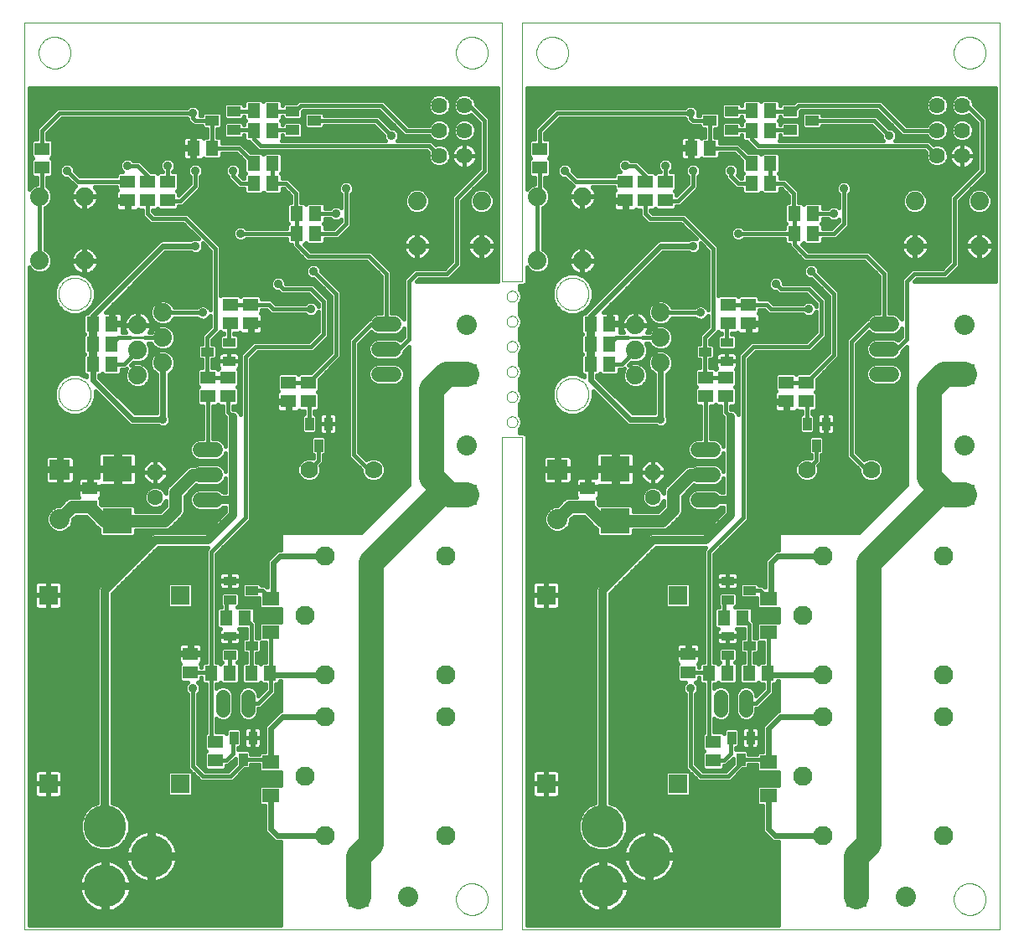
<source format=gbl>
G75*
G70*
%OFA0B0*%
%FSLAX24Y24*%
%IPPOS*%
%LPD*%
%AMOC8*
5,1,8,0,0,1.08239X$1,22.5*
%
%ADD10C,0.0000*%
%ADD11C,0.0740*%
%ADD12R,0.0760X0.0760*%
%ADD13OC8,0.0630*%
%ADD14C,0.0630*%
%ADD15C,0.1700*%
%ADD16R,0.0512X0.0591*%
%ADD17R,0.0591X0.0512*%
%ADD18R,0.0551X0.0394*%
%ADD19C,0.0560*%
%ADD20C,0.0600*%
%ADD21C,0.0640*%
%ADD22C,0.0768*%
%ADD23R,0.0800X0.0800*%
%ADD24C,0.0800*%
%ADD25R,0.0709X0.0551*%
%ADD26C,0.0700*%
%ADD27R,0.1181X0.0984*%
%ADD28C,0.0035*%
%ADD29C,0.0160*%
%ADD30C,0.0356*%
%ADD31C,0.1660*%
%ADD32C,0.0320*%
%ADD33C,0.0240*%
%ADD34C,0.0100*%
%ADD35C,0.1000*%
%ADD36C,0.0500*%
D10*
X001340Y001800D02*
X001340Y037900D01*
X020340Y037900D01*
X020340Y027600D01*
X021140Y027600D01*
X021140Y037900D01*
X040140Y037900D01*
X040140Y001800D01*
X021140Y001800D01*
X021140Y021400D01*
X020340Y021400D01*
X020340Y001800D01*
X001340Y001800D01*
X018510Y003000D02*
X018512Y003050D01*
X018518Y003100D01*
X018528Y003149D01*
X018542Y003197D01*
X018559Y003244D01*
X018580Y003289D01*
X018605Y003333D01*
X018633Y003374D01*
X018665Y003413D01*
X018699Y003450D01*
X018736Y003484D01*
X018776Y003514D01*
X018818Y003541D01*
X018862Y003565D01*
X018908Y003586D01*
X018955Y003602D01*
X019003Y003615D01*
X019053Y003624D01*
X019102Y003629D01*
X019153Y003630D01*
X019203Y003627D01*
X019252Y003620D01*
X019301Y003609D01*
X019349Y003594D01*
X019395Y003576D01*
X019440Y003554D01*
X019483Y003528D01*
X019524Y003499D01*
X019563Y003467D01*
X019599Y003432D01*
X019631Y003394D01*
X019661Y003354D01*
X019688Y003311D01*
X019711Y003267D01*
X019730Y003221D01*
X019746Y003173D01*
X019758Y003124D01*
X019766Y003075D01*
X019770Y003025D01*
X019770Y002975D01*
X019766Y002925D01*
X019758Y002876D01*
X019746Y002827D01*
X019730Y002779D01*
X019711Y002733D01*
X019688Y002689D01*
X019661Y002646D01*
X019631Y002606D01*
X019599Y002568D01*
X019563Y002533D01*
X019524Y002501D01*
X019483Y002472D01*
X019440Y002446D01*
X019395Y002424D01*
X019349Y002406D01*
X019301Y002391D01*
X019252Y002380D01*
X019203Y002373D01*
X019153Y002370D01*
X019102Y002371D01*
X019053Y002376D01*
X019003Y002385D01*
X018955Y002398D01*
X018908Y002414D01*
X018862Y002435D01*
X018818Y002459D01*
X018776Y002486D01*
X018736Y002516D01*
X018699Y002550D01*
X018665Y002587D01*
X018633Y002626D01*
X018605Y002667D01*
X018580Y002711D01*
X018559Y002756D01*
X018542Y002803D01*
X018528Y002851D01*
X018518Y002900D01*
X018512Y002950D01*
X018510Y003000D01*
X020523Y022000D02*
X020525Y022029D01*
X020531Y022057D01*
X020540Y022085D01*
X020553Y022111D01*
X020570Y022134D01*
X020589Y022156D01*
X020611Y022175D01*
X020636Y022190D01*
X020662Y022203D01*
X020690Y022211D01*
X020718Y022216D01*
X020747Y022217D01*
X020776Y022214D01*
X020804Y022207D01*
X020831Y022197D01*
X020857Y022183D01*
X020880Y022166D01*
X020901Y022146D01*
X020919Y022123D01*
X020934Y022098D01*
X020945Y022071D01*
X020953Y022043D01*
X020957Y022014D01*
X020957Y021986D01*
X020953Y021957D01*
X020945Y021929D01*
X020934Y021902D01*
X020919Y021877D01*
X020901Y021854D01*
X020880Y021834D01*
X020857Y021817D01*
X020831Y021803D01*
X020804Y021793D01*
X020776Y021786D01*
X020747Y021783D01*
X020718Y021784D01*
X020690Y021789D01*
X020662Y021797D01*
X020636Y021810D01*
X020611Y021825D01*
X020589Y021844D01*
X020570Y021866D01*
X020553Y021889D01*
X020540Y021915D01*
X020531Y021943D01*
X020525Y021971D01*
X020523Y022000D01*
X020523Y023000D02*
X020525Y023029D01*
X020531Y023057D01*
X020540Y023085D01*
X020553Y023111D01*
X020570Y023134D01*
X020589Y023156D01*
X020611Y023175D01*
X020636Y023190D01*
X020662Y023203D01*
X020690Y023211D01*
X020718Y023216D01*
X020747Y023217D01*
X020776Y023214D01*
X020804Y023207D01*
X020831Y023197D01*
X020857Y023183D01*
X020880Y023166D01*
X020901Y023146D01*
X020919Y023123D01*
X020934Y023098D01*
X020945Y023071D01*
X020953Y023043D01*
X020957Y023014D01*
X020957Y022986D01*
X020953Y022957D01*
X020945Y022929D01*
X020934Y022902D01*
X020919Y022877D01*
X020901Y022854D01*
X020880Y022834D01*
X020857Y022817D01*
X020831Y022803D01*
X020804Y022793D01*
X020776Y022786D01*
X020747Y022783D01*
X020718Y022784D01*
X020690Y022789D01*
X020662Y022797D01*
X020636Y022810D01*
X020611Y022825D01*
X020589Y022844D01*
X020570Y022866D01*
X020553Y022889D01*
X020540Y022915D01*
X020531Y022943D01*
X020525Y022971D01*
X020523Y023000D01*
X020523Y024000D02*
X020525Y024029D01*
X020531Y024057D01*
X020540Y024085D01*
X020553Y024111D01*
X020570Y024134D01*
X020589Y024156D01*
X020611Y024175D01*
X020636Y024190D01*
X020662Y024203D01*
X020690Y024211D01*
X020718Y024216D01*
X020747Y024217D01*
X020776Y024214D01*
X020804Y024207D01*
X020831Y024197D01*
X020857Y024183D01*
X020880Y024166D01*
X020901Y024146D01*
X020919Y024123D01*
X020934Y024098D01*
X020945Y024071D01*
X020953Y024043D01*
X020957Y024014D01*
X020957Y023986D01*
X020953Y023957D01*
X020945Y023929D01*
X020934Y023902D01*
X020919Y023877D01*
X020901Y023854D01*
X020880Y023834D01*
X020857Y023817D01*
X020831Y023803D01*
X020804Y023793D01*
X020776Y023786D01*
X020747Y023783D01*
X020718Y023784D01*
X020690Y023789D01*
X020662Y023797D01*
X020636Y023810D01*
X020611Y023825D01*
X020589Y023844D01*
X020570Y023866D01*
X020553Y023889D01*
X020540Y023915D01*
X020531Y023943D01*
X020525Y023971D01*
X020523Y024000D01*
X020523Y025000D02*
X020525Y025029D01*
X020531Y025057D01*
X020540Y025085D01*
X020553Y025111D01*
X020570Y025134D01*
X020589Y025156D01*
X020611Y025175D01*
X020636Y025190D01*
X020662Y025203D01*
X020690Y025211D01*
X020718Y025216D01*
X020747Y025217D01*
X020776Y025214D01*
X020804Y025207D01*
X020831Y025197D01*
X020857Y025183D01*
X020880Y025166D01*
X020901Y025146D01*
X020919Y025123D01*
X020934Y025098D01*
X020945Y025071D01*
X020953Y025043D01*
X020957Y025014D01*
X020957Y024986D01*
X020953Y024957D01*
X020945Y024929D01*
X020934Y024902D01*
X020919Y024877D01*
X020901Y024854D01*
X020880Y024834D01*
X020857Y024817D01*
X020831Y024803D01*
X020804Y024793D01*
X020776Y024786D01*
X020747Y024783D01*
X020718Y024784D01*
X020690Y024789D01*
X020662Y024797D01*
X020636Y024810D01*
X020611Y024825D01*
X020589Y024844D01*
X020570Y024866D01*
X020553Y024889D01*
X020540Y024915D01*
X020531Y024943D01*
X020525Y024971D01*
X020523Y025000D01*
X020523Y026000D02*
X020525Y026029D01*
X020531Y026057D01*
X020540Y026085D01*
X020553Y026111D01*
X020570Y026134D01*
X020589Y026156D01*
X020611Y026175D01*
X020636Y026190D01*
X020662Y026203D01*
X020690Y026211D01*
X020718Y026216D01*
X020747Y026217D01*
X020776Y026214D01*
X020804Y026207D01*
X020831Y026197D01*
X020857Y026183D01*
X020880Y026166D01*
X020901Y026146D01*
X020919Y026123D01*
X020934Y026098D01*
X020945Y026071D01*
X020953Y026043D01*
X020957Y026014D01*
X020957Y025986D01*
X020953Y025957D01*
X020945Y025929D01*
X020934Y025902D01*
X020919Y025877D01*
X020901Y025854D01*
X020880Y025834D01*
X020857Y025817D01*
X020831Y025803D01*
X020804Y025793D01*
X020776Y025786D01*
X020747Y025783D01*
X020718Y025784D01*
X020690Y025789D01*
X020662Y025797D01*
X020636Y025810D01*
X020611Y025825D01*
X020589Y025844D01*
X020570Y025866D01*
X020553Y025889D01*
X020540Y025915D01*
X020531Y025943D01*
X020525Y025971D01*
X020523Y026000D01*
X020523Y027000D02*
X020525Y027029D01*
X020531Y027057D01*
X020540Y027085D01*
X020553Y027111D01*
X020570Y027134D01*
X020589Y027156D01*
X020611Y027175D01*
X020636Y027190D01*
X020662Y027203D01*
X020690Y027211D01*
X020718Y027216D01*
X020747Y027217D01*
X020776Y027214D01*
X020804Y027207D01*
X020831Y027197D01*
X020857Y027183D01*
X020880Y027166D01*
X020901Y027146D01*
X020919Y027123D01*
X020934Y027098D01*
X020945Y027071D01*
X020953Y027043D01*
X020957Y027014D01*
X020957Y026986D01*
X020953Y026957D01*
X020945Y026929D01*
X020934Y026902D01*
X020919Y026877D01*
X020901Y026854D01*
X020880Y026834D01*
X020857Y026817D01*
X020831Y026803D01*
X020804Y026793D01*
X020776Y026786D01*
X020747Y026783D01*
X020718Y026784D01*
X020690Y026789D01*
X020662Y026797D01*
X020636Y026810D01*
X020611Y026825D01*
X020589Y026844D01*
X020570Y026866D01*
X020553Y026889D01*
X020540Y026915D01*
X020531Y026943D01*
X020525Y026971D01*
X020523Y027000D01*
X022500Y027100D02*
X022502Y027150D01*
X022508Y027200D01*
X022518Y027249D01*
X022531Y027298D01*
X022549Y027345D01*
X022570Y027391D01*
X022594Y027434D01*
X022622Y027476D01*
X022653Y027516D01*
X022687Y027553D01*
X022724Y027587D01*
X022764Y027618D01*
X022806Y027646D01*
X022849Y027670D01*
X022895Y027691D01*
X022942Y027709D01*
X022991Y027722D01*
X023040Y027732D01*
X023090Y027738D01*
X023140Y027740D01*
X023190Y027738D01*
X023240Y027732D01*
X023289Y027722D01*
X023338Y027709D01*
X023385Y027691D01*
X023431Y027670D01*
X023474Y027646D01*
X023516Y027618D01*
X023556Y027587D01*
X023593Y027553D01*
X023627Y027516D01*
X023658Y027476D01*
X023686Y027434D01*
X023710Y027391D01*
X023731Y027345D01*
X023749Y027298D01*
X023762Y027249D01*
X023772Y027200D01*
X023778Y027150D01*
X023780Y027100D01*
X023778Y027050D01*
X023772Y027000D01*
X023762Y026951D01*
X023749Y026902D01*
X023731Y026855D01*
X023710Y026809D01*
X023686Y026766D01*
X023658Y026724D01*
X023627Y026684D01*
X023593Y026647D01*
X023556Y026613D01*
X023516Y026582D01*
X023474Y026554D01*
X023431Y026530D01*
X023385Y026509D01*
X023338Y026491D01*
X023289Y026478D01*
X023240Y026468D01*
X023190Y026462D01*
X023140Y026460D01*
X023090Y026462D01*
X023040Y026468D01*
X022991Y026478D01*
X022942Y026491D01*
X022895Y026509D01*
X022849Y026530D01*
X022806Y026554D01*
X022764Y026582D01*
X022724Y026613D01*
X022687Y026647D01*
X022653Y026684D01*
X022622Y026724D01*
X022594Y026766D01*
X022570Y026809D01*
X022549Y026855D01*
X022531Y026902D01*
X022518Y026951D01*
X022508Y027000D01*
X022502Y027050D01*
X022500Y027100D01*
X022500Y023100D02*
X022502Y023150D01*
X022508Y023200D01*
X022518Y023249D01*
X022531Y023298D01*
X022549Y023345D01*
X022570Y023391D01*
X022594Y023434D01*
X022622Y023476D01*
X022653Y023516D01*
X022687Y023553D01*
X022724Y023587D01*
X022764Y023618D01*
X022806Y023646D01*
X022849Y023670D01*
X022895Y023691D01*
X022942Y023709D01*
X022991Y023722D01*
X023040Y023732D01*
X023090Y023738D01*
X023140Y023740D01*
X023190Y023738D01*
X023240Y023732D01*
X023289Y023722D01*
X023338Y023709D01*
X023385Y023691D01*
X023431Y023670D01*
X023474Y023646D01*
X023516Y023618D01*
X023556Y023587D01*
X023593Y023553D01*
X023627Y023516D01*
X023658Y023476D01*
X023686Y023434D01*
X023710Y023391D01*
X023731Y023345D01*
X023749Y023298D01*
X023762Y023249D01*
X023772Y023200D01*
X023778Y023150D01*
X023780Y023100D01*
X023778Y023050D01*
X023772Y023000D01*
X023762Y022951D01*
X023749Y022902D01*
X023731Y022855D01*
X023710Y022809D01*
X023686Y022766D01*
X023658Y022724D01*
X023627Y022684D01*
X023593Y022647D01*
X023556Y022613D01*
X023516Y022582D01*
X023474Y022554D01*
X023431Y022530D01*
X023385Y022509D01*
X023338Y022491D01*
X023289Y022478D01*
X023240Y022468D01*
X023190Y022462D01*
X023140Y022460D01*
X023090Y022462D01*
X023040Y022468D01*
X022991Y022478D01*
X022942Y022491D01*
X022895Y022509D01*
X022849Y022530D01*
X022806Y022554D01*
X022764Y022582D01*
X022724Y022613D01*
X022687Y022647D01*
X022653Y022684D01*
X022622Y022724D01*
X022594Y022766D01*
X022570Y022809D01*
X022549Y022855D01*
X022531Y022902D01*
X022518Y022951D01*
X022508Y023000D01*
X022502Y023050D01*
X022500Y023100D01*
X021710Y036700D02*
X021712Y036750D01*
X021718Y036800D01*
X021728Y036849D01*
X021742Y036897D01*
X021759Y036944D01*
X021780Y036989D01*
X021805Y037033D01*
X021833Y037074D01*
X021865Y037113D01*
X021899Y037150D01*
X021936Y037184D01*
X021976Y037214D01*
X022018Y037241D01*
X022062Y037265D01*
X022108Y037286D01*
X022155Y037302D01*
X022203Y037315D01*
X022253Y037324D01*
X022302Y037329D01*
X022353Y037330D01*
X022403Y037327D01*
X022452Y037320D01*
X022501Y037309D01*
X022549Y037294D01*
X022595Y037276D01*
X022640Y037254D01*
X022683Y037228D01*
X022724Y037199D01*
X022763Y037167D01*
X022799Y037132D01*
X022831Y037094D01*
X022861Y037054D01*
X022888Y037011D01*
X022911Y036967D01*
X022930Y036921D01*
X022946Y036873D01*
X022958Y036824D01*
X022966Y036775D01*
X022970Y036725D01*
X022970Y036675D01*
X022966Y036625D01*
X022958Y036576D01*
X022946Y036527D01*
X022930Y036479D01*
X022911Y036433D01*
X022888Y036389D01*
X022861Y036346D01*
X022831Y036306D01*
X022799Y036268D01*
X022763Y036233D01*
X022724Y036201D01*
X022683Y036172D01*
X022640Y036146D01*
X022595Y036124D01*
X022549Y036106D01*
X022501Y036091D01*
X022452Y036080D01*
X022403Y036073D01*
X022353Y036070D01*
X022302Y036071D01*
X022253Y036076D01*
X022203Y036085D01*
X022155Y036098D01*
X022108Y036114D01*
X022062Y036135D01*
X022018Y036159D01*
X021976Y036186D01*
X021936Y036216D01*
X021899Y036250D01*
X021865Y036287D01*
X021833Y036326D01*
X021805Y036367D01*
X021780Y036411D01*
X021759Y036456D01*
X021742Y036503D01*
X021728Y036551D01*
X021718Y036600D01*
X021712Y036650D01*
X021710Y036700D01*
X018510Y036700D02*
X018512Y036750D01*
X018518Y036800D01*
X018528Y036849D01*
X018542Y036897D01*
X018559Y036944D01*
X018580Y036989D01*
X018605Y037033D01*
X018633Y037074D01*
X018665Y037113D01*
X018699Y037150D01*
X018736Y037184D01*
X018776Y037214D01*
X018818Y037241D01*
X018862Y037265D01*
X018908Y037286D01*
X018955Y037302D01*
X019003Y037315D01*
X019053Y037324D01*
X019102Y037329D01*
X019153Y037330D01*
X019203Y037327D01*
X019252Y037320D01*
X019301Y037309D01*
X019349Y037294D01*
X019395Y037276D01*
X019440Y037254D01*
X019483Y037228D01*
X019524Y037199D01*
X019563Y037167D01*
X019599Y037132D01*
X019631Y037094D01*
X019661Y037054D01*
X019688Y037011D01*
X019711Y036967D01*
X019730Y036921D01*
X019746Y036873D01*
X019758Y036824D01*
X019766Y036775D01*
X019770Y036725D01*
X019770Y036675D01*
X019766Y036625D01*
X019758Y036576D01*
X019746Y036527D01*
X019730Y036479D01*
X019711Y036433D01*
X019688Y036389D01*
X019661Y036346D01*
X019631Y036306D01*
X019599Y036268D01*
X019563Y036233D01*
X019524Y036201D01*
X019483Y036172D01*
X019440Y036146D01*
X019395Y036124D01*
X019349Y036106D01*
X019301Y036091D01*
X019252Y036080D01*
X019203Y036073D01*
X019153Y036070D01*
X019102Y036071D01*
X019053Y036076D01*
X019003Y036085D01*
X018955Y036098D01*
X018908Y036114D01*
X018862Y036135D01*
X018818Y036159D01*
X018776Y036186D01*
X018736Y036216D01*
X018699Y036250D01*
X018665Y036287D01*
X018633Y036326D01*
X018605Y036367D01*
X018580Y036411D01*
X018559Y036456D01*
X018542Y036503D01*
X018528Y036551D01*
X018518Y036600D01*
X018512Y036650D01*
X018510Y036700D01*
X002700Y027100D02*
X002702Y027150D01*
X002708Y027200D01*
X002718Y027249D01*
X002731Y027298D01*
X002749Y027345D01*
X002770Y027391D01*
X002794Y027434D01*
X002822Y027476D01*
X002853Y027516D01*
X002887Y027553D01*
X002924Y027587D01*
X002964Y027618D01*
X003006Y027646D01*
X003049Y027670D01*
X003095Y027691D01*
X003142Y027709D01*
X003191Y027722D01*
X003240Y027732D01*
X003290Y027738D01*
X003340Y027740D01*
X003390Y027738D01*
X003440Y027732D01*
X003489Y027722D01*
X003538Y027709D01*
X003585Y027691D01*
X003631Y027670D01*
X003674Y027646D01*
X003716Y027618D01*
X003756Y027587D01*
X003793Y027553D01*
X003827Y027516D01*
X003858Y027476D01*
X003886Y027434D01*
X003910Y027391D01*
X003931Y027345D01*
X003949Y027298D01*
X003962Y027249D01*
X003972Y027200D01*
X003978Y027150D01*
X003980Y027100D01*
X003978Y027050D01*
X003972Y027000D01*
X003962Y026951D01*
X003949Y026902D01*
X003931Y026855D01*
X003910Y026809D01*
X003886Y026766D01*
X003858Y026724D01*
X003827Y026684D01*
X003793Y026647D01*
X003756Y026613D01*
X003716Y026582D01*
X003674Y026554D01*
X003631Y026530D01*
X003585Y026509D01*
X003538Y026491D01*
X003489Y026478D01*
X003440Y026468D01*
X003390Y026462D01*
X003340Y026460D01*
X003290Y026462D01*
X003240Y026468D01*
X003191Y026478D01*
X003142Y026491D01*
X003095Y026509D01*
X003049Y026530D01*
X003006Y026554D01*
X002964Y026582D01*
X002924Y026613D01*
X002887Y026647D01*
X002853Y026684D01*
X002822Y026724D01*
X002794Y026766D01*
X002770Y026809D01*
X002749Y026855D01*
X002731Y026902D01*
X002718Y026951D01*
X002708Y027000D01*
X002702Y027050D01*
X002700Y027100D01*
X002700Y023100D02*
X002702Y023150D01*
X002708Y023200D01*
X002718Y023249D01*
X002731Y023298D01*
X002749Y023345D01*
X002770Y023391D01*
X002794Y023434D01*
X002822Y023476D01*
X002853Y023516D01*
X002887Y023553D01*
X002924Y023587D01*
X002964Y023618D01*
X003006Y023646D01*
X003049Y023670D01*
X003095Y023691D01*
X003142Y023709D01*
X003191Y023722D01*
X003240Y023732D01*
X003290Y023738D01*
X003340Y023740D01*
X003390Y023738D01*
X003440Y023732D01*
X003489Y023722D01*
X003538Y023709D01*
X003585Y023691D01*
X003631Y023670D01*
X003674Y023646D01*
X003716Y023618D01*
X003756Y023587D01*
X003793Y023553D01*
X003827Y023516D01*
X003858Y023476D01*
X003886Y023434D01*
X003910Y023391D01*
X003931Y023345D01*
X003949Y023298D01*
X003962Y023249D01*
X003972Y023200D01*
X003978Y023150D01*
X003980Y023100D01*
X003978Y023050D01*
X003972Y023000D01*
X003962Y022951D01*
X003949Y022902D01*
X003931Y022855D01*
X003910Y022809D01*
X003886Y022766D01*
X003858Y022724D01*
X003827Y022684D01*
X003793Y022647D01*
X003756Y022613D01*
X003716Y022582D01*
X003674Y022554D01*
X003631Y022530D01*
X003585Y022509D01*
X003538Y022491D01*
X003489Y022478D01*
X003440Y022468D01*
X003390Y022462D01*
X003340Y022460D01*
X003290Y022462D01*
X003240Y022468D01*
X003191Y022478D01*
X003142Y022491D01*
X003095Y022509D01*
X003049Y022530D01*
X003006Y022554D01*
X002964Y022582D01*
X002924Y022613D01*
X002887Y022647D01*
X002853Y022684D01*
X002822Y022724D01*
X002794Y022766D01*
X002770Y022809D01*
X002749Y022855D01*
X002731Y022902D01*
X002718Y022951D01*
X002708Y023000D01*
X002702Y023050D01*
X002700Y023100D01*
X001910Y036700D02*
X001912Y036750D01*
X001918Y036800D01*
X001928Y036849D01*
X001942Y036897D01*
X001959Y036944D01*
X001980Y036989D01*
X002005Y037033D01*
X002033Y037074D01*
X002065Y037113D01*
X002099Y037150D01*
X002136Y037184D01*
X002176Y037214D01*
X002218Y037241D01*
X002262Y037265D01*
X002308Y037286D01*
X002355Y037302D01*
X002403Y037315D01*
X002453Y037324D01*
X002502Y037329D01*
X002553Y037330D01*
X002603Y037327D01*
X002652Y037320D01*
X002701Y037309D01*
X002749Y037294D01*
X002795Y037276D01*
X002840Y037254D01*
X002883Y037228D01*
X002924Y037199D01*
X002963Y037167D01*
X002999Y037132D01*
X003031Y037094D01*
X003061Y037054D01*
X003088Y037011D01*
X003111Y036967D01*
X003130Y036921D01*
X003146Y036873D01*
X003158Y036824D01*
X003166Y036775D01*
X003170Y036725D01*
X003170Y036675D01*
X003166Y036625D01*
X003158Y036576D01*
X003146Y036527D01*
X003130Y036479D01*
X003111Y036433D01*
X003088Y036389D01*
X003061Y036346D01*
X003031Y036306D01*
X002999Y036268D01*
X002963Y036233D01*
X002924Y036201D01*
X002883Y036172D01*
X002840Y036146D01*
X002795Y036124D01*
X002749Y036106D01*
X002701Y036091D01*
X002652Y036080D01*
X002603Y036073D01*
X002553Y036070D01*
X002502Y036071D01*
X002453Y036076D01*
X002403Y036085D01*
X002355Y036098D01*
X002308Y036114D01*
X002262Y036135D01*
X002218Y036159D01*
X002176Y036186D01*
X002136Y036216D01*
X002099Y036250D01*
X002065Y036287D01*
X002033Y036326D01*
X002005Y036367D01*
X001980Y036411D01*
X001959Y036456D01*
X001942Y036503D01*
X001928Y036551D01*
X001918Y036600D01*
X001912Y036650D01*
X001910Y036700D01*
X038310Y036700D02*
X038312Y036750D01*
X038318Y036800D01*
X038328Y036849D01*
X038342Y036897D01*
X038359Y036944D01*
X038380Y036989D01*
X038405Y037033D01*
X038433Y037074D01*
X038465Y037113D01*
X038499Y037150D01*
X038536Y037184D01*
X038576Y037214D01*
X038618Y037241D01*
X038662Y037265D01*
X038708Y037286D01*
X038755Y037302D01*
X038803Y037315D01*
X038853Y037324D01*
X038902Y037329D01*
X038953Y037330D01*
X039003Y037327D01*
X039052Y037320D01*
X039101Y037309D01*
X039149Y037294D01*
X039195Y037276D01*
X039240Y037254D01*
X039283Y037228D01*
X039324Y037199D01*
X039363Y037167D01*
X039399Y037132D01*
X039431Y037094D01*
X039461Y037054D01*
X039488Y037011D01*
X039511Y036967D01*
X039530Y036921D01*
X039546Y036873D01*
X039558Y036824D01*
X039566Y036775D01*
X039570Y036725D01*
X039570Y036675D01*
X039566Y036625D01*
X039558Y036576D01*
X039546Y036527D01*
X039530Y036479D01*
X039511Y036433D01*
X039488Y036389D01*
X039461Y036346D01*
X039431Y036306D01*
X039399Y036268D01*
X039363Y036233D01*
X039324Y036201D01*
X039283Y036172D01*
X039240Y036146D01*
X039195Y036124D01*
X039149Y036106D01*
X039101Y036091D01*
X039052Y036080D01*
X039003Y036073D01*
X038953Y036070D01*
X038902Y036071D01*
X038853Y036076D01*
X038803Y036085D01*
X038755Y036098D01*
X038708Y036114D01*
X038662Y036135D01*
X038618Y036159D01*
X038576Y036186D01*
X038536Y036216D01*
X038499Y036250D01*
X038465Y036287D01*
X038433Y036326D01*
X038405Y036367D01*
X038380Y036411D01*
X038359Y036456D01*
X038342Y036503D01*
X038328Y036551D01*
X038318Y036600D01*
X038312Y036650D01*
X038310Y036700D01*
X038310Y003000D02*
X038312Y003050D01*
X038318Y003100D01*
X038328Y003149D01*
X038342Y003197D01*
X038359Y003244D01*
X038380Y003289D01*
X038405Y003333D01*
X038433Y003374D01*
X038465Y003413D01*
X038499Y003450D01*
X038536Y003484D01*
X038576Y003514D01*
X038618Y003541D01*
X038662Y003565D01*
X038708Y003586D01*
X038755Y003602D01*
X038803Y003615D01*
X038853Y003624D01*
X038902Y003629D01*
X038953Y003630D01*
X039003Y003627D01*
X039052Y003620D01*
X039101Y003609D01*
X039149Y003594D01*
X039195Y003576D01*
X039240Y003554D01*
X039283Y003528D01*
X039324Y003499D01*
X039363Y003467D01*
X039399Y003432D01*
X039431Y003394D01*
X039461Y003354D01*
X039488Y003311D01*
X039511Y003267D01*
X039530Y003221D01*
X039546Y003173D01*
X039558Y003124D01*
X039566Y003075D01*
X039570Y003025D01*
X039570Y002975D01*
X039566Y002925D01*
X039558Y002876D01*
X039546Y002827D01*
X039530Y002779D01*
X039511Y002733D01*
X039488Y002689D01*
X039461Y002646D01*
X039431Y002606D01*
X039399Y002568D01*
X039363Y002533D01*
X039324Y002501D01*
X039283Y002472D01*
X039240Y002446D01*
X039195Y002424D01*
X039149Y002406D01*
X039101Y002391D01*
X039052Y002380D01*
X039003Y002373D01*
X038953Y002370D01*
X038902Y002371D01*
X038853Y002376D01*
X038803Y002385D01*
X038755Y002398D01*
X038708Y002414D01*
X038662Y002435D01*
X038618Y002459D01*
X038576Y002486D01*
X038536Y002516D01*
X038499Y002550D01*
X038465Y002587D01*
X038433Y002626D01*
X038405Y002667D01*
X038380Y002711D01*
X038359Y002756D01*
X038342Y002803D01*
X038328Y002851D01*
X038318Y002900D01*
X038312Y002950D01*
X038310Y003000D01*
D11*
X025640Y023850D03*
X026640Y024350D03*
X026640Y025350D03*
X025640Y025850D03*
X026640Y026350D03*
X025640Y024850D03*
X023530Y028420D03*
X021750Y028420D03*
X019520Y029010D03*
X019520Y030790D03*
X021750Y030980D03*
X023530Y030980D03*
X016960Y030790D03*
X016960Y029010D03*
X006840Y026350D03*
X005840Y025850D03*
X006840Y025350D03*
X006840Y024350D03*
X005840Y023850D03*
X005840Y024850D03*
X003730Y028420D03*
X001950Y028420D03*
X001950Y030980D03*
X003730Y030980D03*
X036760Y030790D03*
X036760Y029010D03*
X039320Y029010D03*
X039320Y030790D03*
D12*
X027340Y015100D03*
X022090Y015100D03*
X022090Y007600D03*
X027340Y007600D03*
X007540Y007600D03*
X002290Y007600D03*
X002290Y015100D03*
X007540Y015100D03*
D13*
X006540Y020000D03*
X026340Y020000D03*
D14*
X026340Y019000D03*
X006540Y019000D03*
D15*
X004540Y005894D03*
X006390Y004713D03*
X004540Y003531D03*
X024340Y003531D03*
X026190Y004713D03*
X024340Y005894D03*
D16*
X028566Y012000D03*
X029314Y012000D03*
X030166Y012000D03*
X030914Y012000D03*
X029914Y014200D03*
X029166Y014200D03*
X024614Y024300D03*
X023866Y024300D03*
X023866Y025100D03*
X024614Y025100D03*
X024614Y025900D03*
X023866Y025900D03*
X030266Y031500D03*
X031014Y031500D03*
X031014Y032300D03*
X030266Y032300D03*
X030266Y033600D03*
X031014Y033600D03*
X031014Y034400D03*
X030266Y034400D03*
X028614Y032900D03*
X027866Y032900D03*
X031966Y030300D03*
X032714Y030300D03*
X032714Y029500D03*
X031966Y029500D03*
X012914Y029500D03*
X012166Y029500D03*
X012166Y030300D03*
X012914Y030300D03*
X011214Y031500D03*
X010466Y031500D03*
X010466Y032300D03*
X011214Y032300D03*
X011214Y033600D03*
X010466Y033600D03*
X010466Y034400D03*
X011214Y034400D03*
X008814Y032900D03*
X008066Y032900D03*
X004814Y025900D03*
X004066Y025900D03*
X004066Y025100D03*
X004814Y025100D03*
X004814Y024300D03*
X004066Y024300D03*
X009366Y014200D03*
X010114Y014200D03*
X010366Y012000D03*
X011114Y012000D03*
X009514Y012000D03*
X008766Y012000D03*
D17*
X007940Y012026D03*
X007940Y012774D03*
X008940Y009274D03*
X008940Y008526D03*
X003940Y018626D03*
X003940Y019374D03*
X008640Y023026D03*
X008640Y023774D03*
X009440Y023774D03*
X009440Y023026D03*
X011840Y022826D03*
X011840Y023574D03*
X012640Y023574D03*
X012640Y022826D03*
X010340Y025926D03*
X010340Y026674D03*
X009540Y026674D03*
X009540Y025926D03*
X007040Y030826D03*
X007040Y031574D03*
X006240Y031574D03*
X006240Y030826D03*
X005440Y030826D03*
X005440Y031574D03*
X002040Y032126D03*
X002040Y032874D03*
X021840Y032874D03*
X021840Y032126D03*
X025240Y031574D03*
X025240Y030826D03*
X026040Y030826D03*
X026040Y031574D03*
X026840Y031574D03*
X026840Y030826D03*
X029340Y026674D03*
X029340Y025926D03*
X030140Y025926D03*
X030140Y026674D03*
X029240Y023774D03*
X029240Y023026D03*
X028440Y023026D03*
X028440Y023774D03*
X031640Y023574D03*
X031640Y022826D03*
X032440Y022826D03*
X032440Y023574D03*
X023740Y019374D03*
X023740Y018626D03*
X027740Y012774D03*
X027740Y012026D03*
X028740Y009274D03*
X028740Y008526D03*
D18*
X029473Y033626D03*
X029473Y034374D03*
X028607Y034000D03*
X031807Y033626D03*
X031807Y034374D03*
X032673Y034000D03*
X012873Y034000D03*
X012007Y033626D03*
X012007Y034374D03*
X009673Y034374D03*
X009673Y033626D03*
X008807Y034000D03*
D19*
X009240Y011080D02*
X009240Y010520D01*
X010240Y010520D02*
X010240Y011080D01*
X029040Y011080D02*
X029040Y010520D01*
X030040Y010520D02*
X030040Y011080D01*
D20*
X028740Y018900D02*
X028140Y018900D01*
X028140Y019900D02*
X028740Y019900D01*
X028740Y020900D02*
X028140Y020900D01*
X035240Y023900D02*
X035840Y023900D01*
X035840Y024900D02*
X035240Y024900D01*
X035240Y025900D02*
X035840Y025900D01*
X016040Y025900D02*
X015440Y025900D01*
X015440Y024900D02*
X016040Y024900D01*
X016040Y023900D02*
X015440Y023900D01*
X008940Y020900D02*
X008340Y020900D01*
X008340Y019900D02*
X008940Y019900D01*
X008940Y018900D02*
X008340Y018900D01*
D21*
X017840Y032600D03*
X018840Y032600D03*
X018840Y033600D03*
X017840Y033600D03*
X017840Y034600D03*
X018840Y034600D03*
X037640Y034600D03*
X038640Y034600D03*
X038640Y033600D03*
X037640Y033600D03*
X037640Y032600D03*
X038640Y032600D03*
D22*
X037905Y016662D03*
X037905Y011938D03*
X037905Y010262D03*
X033102Y010262D03*
X033102Y011938D03*
X032315Y014300D03*
X033102Y016662D03*
X032315Y007900D03*
X033102Y005538D03*
X037905Y005538D03*
X018105Y005538D03*
X013302Y005538D03*
X012515Y007900D03*
X013302Y010262D03*
X013302Y011938D03*
X012515Y014300D03*
X013302Y016662D03*
X018105Y016662D03*
X018105Y011938D03*
X018105Y010262D03*
D23*
X014640Y003100D03*
X018940Y019100D03*
X022540Y020100D03*
X018940Y023900D03*
X002740Y020100D03*
X034440Y003100D03*
X038740Y019100D03*
X038740Y023900D03*
D24*
X038740Y025869D03*
X038740Y021069D03*
X022540Y018131D03*
X018940Y021069D03*
X018940Y025869D03*
X002740Y018131D03*
X016609Y003100D03*
X036409Y003100D03*
D25*
X030940Y007131D03*
X030940Y008469D03*
X030940Y013631D03*
X030940Y014969D03*
X011140Y014969D03*
X011140Y013631D03*
X011140Y008469D03*
X011140Y007131D03*
D26*
X012660Y020100D03*
X015220Y020100D03*
X032460Y020100D03*
X035020Y020100D03*
D27*
X024840Y020133D03*
X024840Y018067D03*
X005040Y018067D03*
X005040Y020133D03*
D28*
X009746Y015834D02*
X009746Y015514D01*
X009268Y015514D01*
X009268Y015834D01*
X009746Y015834D01*
X009746Y015548D02*
X009268Y015548D01*
X009268Y015582D02*
X009746Y015582D01*
X009746Y015616D02*
X009268Y015616D01*
X009268Y015650D02*
X009746Y015650D01*
X009746Y015684D02*
X009268Y015684D01*
X009268Y015718D02*
X009746Y015718D01*
X009746Y015752D02*
X009268Y015752D01*
X009268Y015786D02*
X009746Y015786D01*
X009746Y015820D02*
X009268Y015820D01*
X009746Y015086D02*
X009746Y014766D01*
X009268Y014766D01*
X009268Y015086D01*
X009746Y015086D01*
X009746Y014800D02*
X009268Y014800D01*
X009268Y014834D02*
X009746Y014834D01*
X009746Y014868D02*
X009268Y014868D01*
X009268Y014902D02*
X009746Y014902D01*
X009746Y014936D02*
X009268Y014936D01*
X009268Y014970D02*
X009746Y014970D01*
X009746Y015004D02*
X009268Y015004D01*
X009268Y015038D02*
X009746Y015038D01*
X009746Y015072D02*
X009268Y015072D01*
X010612Y015140D02*
X010612Y015460D01*
X010612Y015140D02*
X010134Y015140D01*
X010134Y015460D01*
X010612Y015460D01*
X010612Y015174D02*
X010134Y015174D01*
X010134Y015208D02*
X010612Y015208D01*
X010612Y015242D02*
X010134Y015242D01*
X010134Y015276D02*
X010612Y015276D01*
X010612Y015310D02*
X010134Y015310D01*
X010134Y015344D02*
X010612Y015344D01*
X010612Y015378D02*
X010134Y015378D01*
X010134Y015412D02*
X010612Y015412D01*
X010612Y015446D02*
X010134Y015446D01*
X009746Y013634D02*
X009746Y013314D01*
X009268Y013314D01*
X009268Y013634D01*
X009746Y013634D01*
X009746Y013348D02*
X009268Y013348D01*
X009268Y013382D02*
X009746Y013382D01*
X009746Y013416D02*
X009268Y013416D01*
X009268Y013450D02*
X009746Y013450D01*
X009746Y013484D02*
X009268Y013484D01*
X009268Y013518D02*
X009746Y013518D01*
X009746Y013552D02*
X009268Y013552D01*
X009268Y013586D02*
X009746Y013586D01*
X009746Y013620D02*
X009268Y013620D01*
X009746Y012886D02*
X009746Y012566D01*
X009268Y012566D01*
X009268Y012886D01*
X009746Y012886D01*
X009746Y012600D02*
X009268Y012600D01*
X009268Y012634D02*
X009746Y012634D01*
X009746Y012668D02*
X009268Y012668D01*
X009268Y012702D02*
X009746Y012702D01*
X009746Y012736D02*
X009268Y012736D01*
X009268Y012770D02*
X009746Y012770D01*
X009746Y012804D02*
X009268Y012804D01*
X009268Y012838D02*
X009746Y012838D01*
X009746Y012872D02*
X009268Y012872D01*
X010612Y012940D02*
X010612Y013260D01*
X010612Y012940D02*
X010134Y012940D01*
X010134Y013260D01*
X010612Y013260D01*
X010612Y012974D02*
X010134Y012974D01*
X010134Y013008D02*
X010612Y013008D01*
X010612Y013042D02*
X010134Y013042D01*
X010134Y013076D02*
X010612Y013076D01*
X010612Y013110D02*
X010134Y013110D01*
X010134Y013144D02*
X010612Y013144D01*
X010612Y013178D02*
X010134Y013178D01*
X010134Y013212D02*
X010612Y013212D01*
X010612Y013246D02*
X010134Y013246D01*
X010254Y009194D02*
X010574Y009194D01*
X010254Y009194D02*
X010254Y009672D01*
X010574Y009672D01*
X010574Y009194D01*
X010574Y009228D02*
X010254Y009228D01*
X010254Y009262D02*
X010574Y009262D01*
X010574Y009296D02*
X010254Y009296D01*
X010254Y009330D02*
X010574Y009330D01*
X010574Y009364D02*
X010254Y009364D01*
X010254Y009398D02*
X010574Y009398D01*
X010574Y009432D02*
X010254Y009432D01*
X010254Y009466D02*
X010574Y009466D01*
X010574Y009500D02*
X010254Y009500D01*
X010254Y009534D02*
X010574Y009534D01*
X010574Y009568D02*
X010254Y009568D01*
X010254Y009602D02*
X010574Y009602D01*
X010574Y009636D02*
X010254Y009636D01*
X010254Y009670D02*
X010574Y009670D01*
X009826Y009194D02*
X009506Y009194D01*
X009506Y009672D01*
X009826Y009672D01*
X009826Y009194D01*
X009826Y009228D02*
X009506Y009228D01*
X009506Y009262D02*
X009826Y009262D01*
X009826Y009296D02*
X009506Y009296D01*
X009506Y009330D02*
X009826Y009330D01*
X009826Y009364D02*
X009506Y009364D01*
X009506Y009398D02*
X009826Y009398D01*
X009826Y009432D02*
X009506Y009432D01*
X009506Y009466D02*
X009826Y009466D01*
X009826Y009500D02*
X009506Y009500D01*
X009506Y009534D02*
X009826Y009534D01*
X009826Y009568D02*
X009506Y009568D01*
X009506Y009602D02*
X009826Y009602D01*
X009826Y009636D02*
X009506Y009636D01*
X009506Y009670D02*
X009826Y009670D01*
X009880Y008328D02*
X010200Y008328D01*
X009880Y008328D02*
X009880Y008806D01*
X010200Y008806D01*
X010200Y008328D01*
X010200Y008362D02*
X009880Y008362D01*
X009880Y008396D02*
X010200Y008396D01*
X010200Y008430D02*
X009880Y008430D01*
X009880Y008464D02*
X010200Y008464D01*
X010200Y008498D02*
X009880Y008498D01*
X009880Y008532D02*
X010200Y008532D01*
X010200Y008566D02*
X009880Y008566D01*
X009880Y008600D02*
X010200Y008600D01*
X010200Y008634D02*
X009880Y008634D01*
X009880Y008668D02*
X010200Y008668D01*
X010200Y008702D02*
X009880Y008702D01*
X009880Y008736D02*
X010200Y008736D01*
X010200Y008770D02*
X009880Y008770D01*
X009880Y008804D02*
X010200Y008804D01*
X012880Y020828D02*
X013200Y020828D01*
X012880Y020828D02*
X012880Y021306D01*
X013200Y021306D01*
X013200Y020828D01*
X013200Y020862D02*
X012880Y020862D01*
X012880Y020896D02*
X013200Y020896D01*
X013200Y020930D02*
X012880Y020930D01*
X012880Y020964D02*
X013200Y020964D01*
X013200Y020998D02*
X012880Y020998D01*
X012880Y021032D02*
X013200Y021032D01*
X013200Y021066D02*
X012880Y021066D01*
X012880Y021100D02*
X013200Y021100D01*
X013200Y021134D02*
X012880Y021134D01*
X012880Y021168D02*
X013200Y021168D01*
X013200Y021202D02*
X012880Y021202D01*
X012880Y021236D02*
X013200Y021236D01*
X013200Y021270D02*
X012880Y021270D01*
X012880Y021304D02*
X013200Y021304D01*
X013254Y021694D02*
X013574Y021694D01*
X013254Y021694D02*
X013254Y022172D01*
X013574Y022172D01*
X013574Y021694D01*
X013574Y021728D02*
X013254Y021728D01*
X013254Y021762D02*
X013574Y021762D01*
X013574Y021796D02*
X013254Y021796D01*
X013254Y021830D02*
X013574Y021830D01*
X013574Y021864D02*
X013254Y021864D01*
X013254Y021898D02*
X013574Y021898D01*
X013574Y021932D02*
X013254Y021932D01*
X013254Y021966D02*
X013574Y021966D01*
X013574Y022000D02*
X013254Y022000D01*
X013254Y022034D02*
X013574Y022034D01*
X013574Y022068D02*
X013254Y022068D01*
X013254Y022102D02*
X013574Y022102D01*
X013574Y022136D02*
X013254Y022136D01*
X013254Y022170D02*
X013574Y022170D01*
X012826Y021694D02*
X012506Y021694D01*
X012506Y022172D01*
X012826Y022172D01*
X012826Y021694D01*
X012826Y021728D02*
X012506Y021728D01*
X012506Y021762D02*
X012826Y021762D01*
X012826Y021796D02*
X012506Y021796D01*
X012506Y021830D02*
X012826Y021830D01*
X012826Y021864D02*
X012506Y021864D01*
X012506Y021898D02*
X012826Y021898D01*
X012826Y021932D02*
X012506Y021932D01*
X012506Y021966D02*
X012826Y021966D01*
X012826Y022000D02*
X012506Y022000D01*
X012506Y022034D02*
X012826Y022034D01*
X012826Y022068D02*
X012506Y022068D01*
X012506Y022102D02*
X012826Y022102D01*
X012826Y022136D02*
X012506Y022136D01*
X012506Y022170D02*
X012826Y022170D01*
X009234Y024266D02*
X009234Y024586D01*
X009712Y024586D01*
X009712Y024266D01*
X009234Y024266D01*
X009234Y024300D02*
X009712Y024300D01*
X009712Y024334D02*
X009234Y024334D01*
X009234Y024368D02*
X009712Y024368D01*
X009712Y024402D02*
X009234Y024402D01*
X009234Y024436D02*
X009712Y024436D01*
X009712Y024470D02*
X009234Y024470D01*
X009234Y024504D02*
X009712Y024504D01*
X009712Y024538D02*
X009234Y024538D01*
X009234Y024572D02*
X009712Y024572D01*
X009234Y025014D02*
X009234Y025334D01*
X009712Y025334D01*
X009712Y025014D01*
X009234Y025014D01*
X009234Y025048D02*
X009712Y025048D01*
X009712Y025082D02*
X009234Y025082D01*
X009234Y025116D02*
X009712Y025116D01*
X009712Y025150D02*
X009234Y025150D01*
X009234Y025184D02*
X009712Y025184D01*
X009712Y025218D02*
X009234Y025218D01*
X009234Y025252D02*
X009712Y025252D01*
X009712Y025286D02*
X009234Y025286D01*
X009234Y025320D02*
X009712Y025320D01*
X008368Y024960D02*
X008368Y024640D01*
X008368Y024960D02*
X008846Y024960D01*
X008846Y024640D01*
X008368Y024640D01*
X008368Y024674D02*
X008846Y024674D01*
X008846Y024708D02*
X008368Y024708D01*
X008368Y024742D02*
X008846Y024742D01*
X008846Y024776D02*
X008368Y024776D01*
X008368Y024810D02*
X008846Y024810D01*
X008846Y024844D02*
X008368Y024844D01*
X008368Y024878D02*
X008846Y024878D01*
X008846Y024912D02*
X008368Y024912D01*
X008368Y024946D02*
X008846Y024946D01*
X028168Y024960D02*
X028168Y024640D01*
X028168Y024960D02*
X028646Y024960D01*
X028646Y024640D01*
X028168Y024640D01*
X028168Y024674D02*
X028646Y024674D01*
X028646Y024708D02*
X028168Y024708D01*
X028168Y024742D02*
X028646Y024742D01*
X028646Y024776D02*
X028168Y024776D01*
X028168Y024810D02*
X028646Y024810D01*
X028646Y024844D02*
X028168Y024844D01*
X028168Y024878D02*
X028646Y024878D01*
X028646Y024912D02*
X028168Y024912D01*
X028168Y024946D02*
X028646Y024946D01*
X029034Y025014D02*
X029034Y025334D01*
X029512Y025334D01*
X029512Y025014D01*
X029034Y025014D01*
X029034Y025048D02*
X029512Y025048D01*
X029512Y025082D02*
X029034Y025082D01*
X029034Y025116D02*
X029512Y025116D01*
X029512Y025150D02*
X029034Y025150D01*
X029034Y025184D02*
X029512Y025184D01*
X029512Y025218D02*
X029034Y025218D01*
X029034Y025252D02*
X029512Y025252D01*
X029512Y025286D02*
X029034Y025286D01*
X029034Y025320D02*
X029512Y025320D01*
X029034Y024586D02*
X029034Y024266D01*
X029034Y024586D02*
X029512Y024586D01*
X029512Y024266D01*
X029034Y024266D01*
X029034Y024300D02*
X029512Y024300D01*
X029512Y024334D02*
X029034Y024334D01*
X029034Y024368D02*
X029512Y024368D01*
X029512Y024402D02*
X029034Y024402D01*
X029034Y024436D02*
X029512Y024436D01*
X029512Y024470D02*
X029034Y024470D01*
X029034Y024504D02*
X029512Y024504D01*
X029512Y024538D02*
X029034Y024538D01*
X029034Y024572D02*
X029512Y024572D01*
X032306Y021694D02*
X032626Y021694D01*
X032306Y021694D02*
X032306Y022172D01*
X032626Y022172D01*
X032626Y021694D01*
X032626Y021728D02*
X032306Y021728D01*
X032306Y021762D02*
X032626Y021762D01*
X032626Y021796D02*
X032306Y021796D01*
X032306Y021830D02*
X032626Y021830D01*
X032626Y021864D02*
X032306Y021864D01*
X032306Y021898D02*
X032626Y021898D01*
X032626Y021932D02*
X032306Y021932D01*
X032306Y021966D02*
X032626Y021966D01*
X032626Y022000D02*
X032306Y022000D01*
X032306Y022034D02*
X032626Y022034D01*
X032626Y022068D02*
X032306Y022068D01*
X032306Y022102D02*
X032626Y022102D01*
X032626Y022136D02*
X032306Y022136D01*
X032306Y022170D02*
X032626Y022170D01*
X033054Y021694D02*
X033374Y021694D01*
X033054Y021694D02*
X033054Y022172D01*
X033374Y022172D01*
X033374Y021694D01*
X033374Y021728D02*
X033054Y021728D01*
X033054Y021762D02*
X033374Y021762D01*
X033374Y021796D02*
X033054Y021796D01*
X033054Y021830D02*
X033374Y021830D01*
X033374Y021864D02*
X033054Y021864D01*
X033054Y021898D02*
X033374Y021898D01*
X033374Y021932D02*
X033054Y021932D01*
X033054Y021966D02*
X033374Y021966D01*
X033374Y022000D02*
X033054Y022000D01*
X033054Y022034D02*
X033374Y022034D01*
X033374Y022068D02*
X033054Y022068D01*
X033054Y022102D02*
X033374Y022102D01*
X033374Y022136D02*
X033054Y022136D01*
X033054Y022170D02*
X033374Y022170D01*
X033000Y020828D02*
X032680Y020828D01*
X032680Y021306D01*
X033000Y021306D01*
X033000Y020828D01*
X033000Y020862D02*
X032680Y020862D01*
X032680Y020896D02*
X033000Y020896D01*
X033000Y020930D02*
X032680Y020930D01*
X032680Y020964D02*
X033000Y020964D01*
X033000Y020998D02*
X032680Y020998D01*
X032680Y021032D02*
X033000Y021032D01*
X033000Y021066D02*
X032680Y021066D01*
X032680Y021100D02*
X033000Y021100D01*
X033000Y021134D02*
X032680Y021134D01*
X032680Y021168D02*
X033000Y021168D01*
X033000Y021202D02*
X032680Y021202D01*
X032680Y021236D02*
X033000Y021236D01*
X033000Y021270D02*
X032680Y021270D01*
X032680Y021304D02*
X033000Y021304D01*
X029546Y015834D02*
X029546Y015514D01*
X029068Y015514D01*
X029068Y015834D01*
X029546Y015834D01*
X029546Y015548D02*
X029068Y015548D01*
X029068Y015582D02*
X029546Y015582D01*
X029546Y015616D02*
X029068Y015616D01*
X029068Y015650D02*
X029546Y015650D01*
X029546Y015684D02*
X029068Y015684D01*
X029068Y015718D02*
X029546Y015718D01*
X029546Y015752D02*
X029068Y015752D01*
X029068Y015786D02*
X029546Y015786D01*
X029546Y015820D02*
X029068Y015820D01*
X029546Y015086D02*
X029546Y014766D01*
X029068Y014766D01*
X029068Y015086D01*
X029546Y015086D01*
X029546Y014800D02*
X029068Y014800D01*
X029068Y014834D02*
X029546Y014834D01*
X029546Y014868D02*
X029068Y014868D01*
X029068Y014902D02*
X029546Y014902D01*
X029546Y014936D02*
X029068Y014936D01*
X029068Y014970D02*
X029546Y014970D01*
X029546Y015004D02*
X029068Y015004D01*
X029068Y015038D02*
X029546Y015038D01*
X029546Y015072D02*
X029068Y015072D01*
X030412Y015140D02*
X030412Y015460D01*
X030412Y015140D02*
X029934Y015140D01*
X029934Y015460D01*
X030412Y015460D01*
X030412Y015174D02*
X029934Y015174D01*
X029934Y015208D02*
X030412Y015208D01*
X030412Y015242D02*
X029934Y015242D01*
X029934Y015276D02*
X030412Y015276D01*
X030412Y015310D02*
X029934Y015310D01*
X029934Y015344D02*
X030412Y015344D01*
X030412Y015378D02*
X029934Y015378D01*
X029934Y015412D02*
X030412Y015412D01*
X030412Y015446D02*
X029934Y015446D01*
X029546Y013634D02*
X029546Y013314D01*
X029068Y013314D01*
X029068Y013634D01*
X029546Y013634D01*
X029546Y013348D02*
X029068Y013348D01*
X029068Y013382D02*
X029546Y013382D01*
X029546Y013416D02*
X029068Y013416D01*
X029068Y013450D02*
X029546Y013450D01*
X029546Y013484D02*
X029068Y013484D01*
X029068Y013518D02*
X029546Y013518D01*
X029546Y013552D02*
X029068Y013552D01*
X029068Y013586D02*
X029546Y013586D01*
X029546Y013620D02*
X029068Y013620D01*
X029546Y012886D02*
X029546Y012566D01*
X029068Y012566D01*
X029068Y012886D01*
X029546Y012886D01*
X029546Y012600D02*
X029068Y012600D01*
X029068Y012634D02*
X029546Y012634D01*
X029546Y012668D02*
X029068Y012668D01*
X029068Y012702D02*
X029546Y012702D01*
X029546Y012736D02*
X029068Y012736D01*
X029068Y012770D02*
X029546Y012770D01*
X029546Y012804D02*
X029068Y012804D01*
X029068Y012838D02*
X029546Y012838D01*
X029546Y012872D02*
X029068Y012872D01*
X030412Y012940D02*
X030412Y013260D01*
X030412Y012940D02*
X029934Y012940D01*
X029934Y013260D01*
X030412Y013260D01*
X030412Y012974D02*
X029934Y012974D01*
X029934Y013008D02*
X030412Y013008D01*
X030412Y013042D02*
X029934Y013042D01*
X029934Y013076D02*
X030412Y013076D01*
X030412Y013110D02*
X029934Y013110D01*
X029934Y013144D02*
X030412Y013144D01*
X030412Y013178D02*
X029934Y013178D01*
X029934Y013212D02*
X030412Y013212D01*
X030412Y013246D02*
X029934Y013246D01*
X030054Y009194D02*
X030374Y009194D01*
X030054Y009194D02*
X030054Y009672D01*
X030374Y009672D01*
X030374Y009194D01*
X030374Y009228D02*
X030054Y009228D01*
X030054Y009262D02*
X030374Y009262D01*
X030374Y009296D02*
X030054Y009296D01*
X030054Y009330D02*
X030374Y009330D01*
X030374Y009364D02*
X030054Y009364D01*
X030054Y009398D02*
X030374Y009398D01*
X030374Y009432D02*
X030054Y009432D01*
X030054Y009466D02*
X030374Y009466D01*
X030374Y009500D02*
X030054Y009500D01*
X030054Y009534D02*
X030374Y009534D01*
X030374Y009568D02*
X030054Y009568D01*
X030054Y009602D02*
X030374Y009602D01*
X030374Y009636D02*
X030054Y009636D01*
X030054Y009670D02*
X030374Y009670D01*
X029626Y009194D02*
X029306Y009194D01*
X029306Y009672D01*
X029626Y009672D01*
X029626Y009194D01*
X029626Y009228D02*
X029306Y009228D01*
X029306Y009262D02*
X029626Y009262D01*
X029626Y009296D02*
X029306Y009296D01*
X029306Y009330D02*
X029626Y009330D01*
X029626Y009364D02*
X029306Y009364D01*
X029306Y009398D02*
X029626Y009398D01*
X029626Y009432D02*
X029306Y009432D01*
X029306Y009466D02*
X029626Y009466D01*
X029626Y009500D02*
X029306Y009500D01*
X029306Y009534D02*
X029626Y009534D01*
X029626Y009568D02*
X029306Y009568D01*
X029306Y009602D02*
X029626Y009602D01*
X029626Y009636D02*
X029306Y009636D01*
X029306Y009670D02*
X029626Y009670D01*
X029680Y008328D02*
X030000Y008328D01*
X029680Y008328D02*
X029680Y008806D01*
X030000Y008806D01*
X030000Y008328D01*
X030000Y008362D02*
X029680Y008362D01*
X029680Y008396D02*
X030000Y008396D01*
X030000Y008430D02*
X029680Y008430D01*
X029680Y008464D02*
X030000Y008464D01*
X030000Y008498D02*
X029680Y008498D01*
X029680Y008532D02*
X030000Y008532D01*
X030000Y008566D02*
X029680Y008566D01*
X029680Y008600D02*
X030000Y008600D01*
X030000Y008634D02*
X029680Y008634D01*
X029680Y008668D02*
X030000Y008668D01*
X030000Y008702D02*
X029680Y008702D01*
X029680Y008736D02*
X030000Y008736D01*
X030000Y008770D02*
X029680Y008770D01*
X029680Y008804D02*
X030000Y008804D01*
D29*
X030147Y008777D02*
X030147Y008866D01*
X030061Y008953D01*
X029650Y008953D01*
X029650Y009047D01*
X029687Y009047D01*
X029773Y009134D01*
X029773Y009732D01*
X029687Y009819D01*
X029245Y009819D01*
X029159Y009732D01*
X029159Y009590D01*
X029089Y009660D01*
X028776Y009660D01*
X028776Y010204D01*
X028808Y010172D01*
X028958Y010110D01*
X029122Y010110D01*
X029272Y010172D01*
X029388Y010288D01*
X029450Y010438D01*
X029450Y011162D01*
X029388Y011312D01*
X029272Y011428D01*
X029122Y011490D01*
X028958Y011490D01*
X028808Y011428D01*
X028776Y011396D01*
X028776Y011575D01*
X028876Y011575D01*
X028940Y011639D01*
X029004Y011575D01*
X029624Y011575D01*
X029700Y011651D01*
X029700Y012349D01*
X029624Y012425D01*
X029613Y012425D01*
X029693Y012505D01*
X029693Y012947D01*
X029606Y013033D01*
X029008Y013033D01*
X028921Y012947D01*
X028921Y012505D01*
X029003Y012424D01*
X028940Y012361D01*
X028876Y012425D01*
X028776Y012425D01*
X028776Y016739D01*
X030150Y018113D01*
X030150Y024513D01*
X030427Y024790D01*
X032627Y024790D01*
X032750Y024913D01*
X032750Y024913D01*
X033127Y025290D01*
X033250Y025413D01*
X033250Y026887D01*
X033127Y027010D01*
X032627Y027510D01*
X031548Y027510D01*
X031548Y027561D01*
X031501Y027675D01*
X031415Y027761D01*
X031301Y027808D01*
X031179Y027808D01*
X031065Y027761D01*
X030979Y027675D01*
X030932Y027561D01*
X030932Y027439D01*
X030979Y027325D01*
X031065Y027239D01*
X031179Y027192D01*
X031251Y027192D01*
X031353Y027090D01*
X032453Y027090D01*
X032830Y026713D01*
X032830Y026605D01*
X032801Y026675D01*
X032715Y026761D01*
X032601Y026808D01*
X032479Y026808D01*
X032365Y026761D01*
X032314Y026710D01*
X031127Y026710D01*
X030953Y026884D01*
X030565Y026884D01*
X030565Y026984D01*
X030489Y027060D01*
X029791Y027060D01*
X029740Y027009D01*
X029689Y027060D01*
X028991Y027060D01*
X028950Y027019D01*
X028950Y028987D01*
X027750Y030187D01*
X027627Y030310D01*
X026327Y030310D01*
X026250Y030387D01*
X026250Y030440D01*
X026389Y030440D01*
X026440Y030491D01*
X026491Y030440D01*
X027189Y030440D01*
X027265Y030516D01*
X027265Y030590D01*
X027427Y030590D01*
X027550Y030713D01*
X028150Y031313D01*
X028150Y031774D01*
X028201Y031825D01*
X028248Y031939D01*
X028248Y032061D01*
X028201Y032175D01*
X028115Y032261D01*
X028001Y032308D01*
X027879Y032308D01*
X027765Y032261D01*
X027679Y032175D01*
X027632Y032061D01*
X027632Y031939D01*
X027679Y031825D01*
X027730Y031774D01*
X027730Y031487D01*
X027265Y031022D01*
X027265Y031136D01*
X027201Y031200D01*
X027265Y031264D01*
X027265Y031884D01*
X027189Y031960D01*
X027050Y031960D01*
X027050Y031974D01*
X027101Y032025D01*
X027148Y032139D01*
X027148Y032261D01*
X027101Y032375D01*
X027015Y032461D01*
X026901Y032508D01*
X026779Y032508D01*
X026665Y032461D01*
X026579Y032375D01*
X026532Y032261D01*
X026532Y032139D01*
X026579Y032025D01*
X026630Y031974D01*
X026630Y031960D01*
X026491Y031960D01*
X026440Y031909D01*
X026389Y031960D01*
X026177Y031960D01*
X025850Y032287D01*
X025727Y032410D01*
X025466Y032410D01*
X025415Y032461D01*
X025301Y032508D01*
X025179Y032508D01*
X025065Y032461D01*
X024979Y032375D01*
X024932Y032261D01*
X024932Y032139D01*
X024979Y032025D01*
X025044Y031960D01*
X024891Y031960D01*
X024815Y031884D01*
X024815Y031784D01*
X023353Y031784D01*
X023148Y031989D01*
X023148Y032061D01*
X023101Y032175D01*
X023015Y032261D01*
X022901Y032308D01*
X022779Y032308D01*
X022665Y032261D01*
X022579Y032175D01*
X022532Y032061D01*
X022532Y031939D01*
X022579Y031825D01*
X022665Y031739D01*
X022779Y031692D01*
X022851Y031692D01*
X023158Y031385D01*
X023110Y031338D01*
X023060Y031268D01*
X023020Y031191D01*
X022994Y031109D01*
X022980Y031023D01*
X022980Y031000D01*
X023510Y031000D01*
X023510Y030960D01*
X023550Y030960D01*
X023550Y031000D01*
X024080Y031000D01*
X024080Y031023D01*
X024066Y031109D01*
X024040Y031191D01*
X024000Y031268D01*
X023950Y031338D01*
X023924Y031364D01*
X024815Y031364D01*
X024815Y031264D01*
X024846Y031233D01*
X024834Y031226D01*
X024801Y031192D01*
X024777Y031151D01*
X024765Y031106D01*
X024765Y030874D01*
X025192Y030874D01*
X025192Y030778D01*
X024765Y030778D01*
X024765Y030546D01*
X024777Y030501D01*
X024801Y030460D01*
X024834Y030426D01*
X024875Y030402D01*
X024921Y030390D01*
X025192Y030390D01*
X025192Y030778D01*
X025288Y030778D01*
X025288Y030390D01*
X025559Y030390D01*
X025605Y030402D01*
X025646Y030426D01*
X025675Y030456D01*
X025691Y030440D01*
X025830Y030440D01*
X025830Y030213D01*
X025953Y030090D01*
X026153Y029890D01*
X027453Y029890D01*
X028059Y029284D01*
X028001Y029308D01*
X027879Y029308D01*
X027765Y029261D01*
X027754Y029250D01*
X026590Y029250D01*
X026498Y029212D01*
X026428Y029142D01*
X023654Y026368D01*
X023637Y026325D01*
X023556Y026325D01*
X023480Y026249D01*
X023480Y025551D01*
X023531Y025500D01*
X023480Y025449D01*
X023480Y024751D01*
X023531Y024700D01*
X023480Y024649D01*
X023480Y023951D01*
X023556Y023875D01*
X023616Y023875D01*
X023616Y023784D01*
X023604Y023795D01*
X023303Y023920D01*
X022977Y023920D01*
X022676Y023795D01*
X022445Y023564D01*
X022320Y023263D01*
X022320Y022937D01*
X022445Y022636D01*
X022676Y022405D01*
X022977Y022280D01*
X023303Y022280D01*
X023604Y022405D01*
X023835Y022636D01*
X023960Y022937D01*
X023960Y023226D01*
X025228Y021958D01*
X025298Y021888D01*
X025390Y021850D01*
X026454Y021850D01*
X026465Y021839D01*
X026579Y021792D01*
X026701Y021792D01*
X026815Y021839D01*
X026901Y021925D01*
X026948Y022039D01*
X026948Y022161D01*
X026901Y022275D01*
X026890Y022286D01*
X026890Y023912D01*
X026923Y023926D01*
X027064Y024067D01*
X027140Y024251D01*
X027140Y024449D01*
X027064Y024633D01*
X026923Y024774D01*
X026739Y024850D01*
X026923Y024926D01*
X027064Y025067D01*
X027140Y025251D01*
X027140Y025449D01*
X027064Y025633D01*
X026923Y025774D01*
X026739Y025850D01*
X026923Y025926D01*
X027064Y026067D01*
X027094Y026140D01*
X028014Y026140D01*
X028065Y026089D01*
X028179Y026042D01*
X028301Y026042D01*
X028415Y026089D01*
X028501Y026175D01*
X028530Y026245D01*
X028530Y025787D01*
X028197Y025454D01*
X028197Y025107D01*
X028108Y025107D01*
X028021Y025021D01*
X028021Y024579D01*
X028108Y024493D01*
X028197Y024493D01*
X028197Y024160D01*
X028091Y024160D01*
X028015Y024084D01*
X028015Y023464D01*
X028079Y023400D01*
X028015Y023336D01*
X028015Y022716D01*
X028091Y022640D01*
X028230Y022640D01*
X028230Y021330D01*
X028054Y021330D01*
X027896Y021265D01*
X027775Y021144D01*
X027710Y020986D01*
X027710Y020814D01*
X027775Y020656D01*
X027896Y020535D01*
X028054Y020470D01*
X028826Y020470D01*
X028984Y020535D01*
X029105Y020656D01*
X029150Y020766D01*
X029150Y020034D01*
X029105Y020144D01*
X028984Y020265D01*
X028826Y020330D01*
X028054Y020330D01*
X027934Y020280D01*
X027764Y020280D01*
X027625Y020222D01*
X026925Y019522D01*
X026818Y019415D01*
X026760Y019276D01*
X026760Y019149D01*
X026717Y019252D01*
X026592Y019377D01*
X026429Y019445D01*
X026251Y019445D01*
X026088Y019377D01*
X025963Y019252D01*
X025895Y019089D01*
X025895Y018911D01*
X025963Y018748D01*
X026088Y018623D01*
X026251Y018555D01*
X026429Y018555D01*
X026592Y018623D01*
X026717Y018748D01*
X026760Y018851D01*
X026760Y018657D01*
X026549Y018447D01*
X025561Y018447D01*
X025561Y018613D01*
X025484Y018689D01*
X024215Y018689D01*
X024165Y018738D01*
X024165Y018936D01*
X024134Y018967D01*
X024146Y018974D01*
X024179Y019008D01*
X024203Y019049D01*
X024215Y019094D01*
X024215Y019326D01*
X023788Y019326D01*
X023788Y019422D01*
X024215Y019422D01*
X024215Y019464D01*
X024226Y019461D01*
X024760Y019461D01*
X024760Y020053D01*
X024920Y020053D01*
X024920Y019461D01*
X025454Y019461D01*
X025500Y019474D01*
X025541Y019497D01*
X025575Y019531D01*
X025598Y019572D01*
X025611Y019618D01*
X025611Y020053D01*
X024920Y020053D01*
X024920Y020213D01*
X025611Y020213D01*
X025611Y020649D01*
X025598Y020695D01*
X025575Y020736D01*
X025541Y020770D01*
X025500Y020793D01*
X025454Y020806D01*
X024920Y020806D01*
X024920Y020213D01*
X024760Y020213D01*
X024760Y020053D01*
X024069Y020053D01*
X024069Y019807D01*
X024059Y019810D01*
X023788Y019810D01*
X023788Y019422D01*
X023692Y019422D01*
X023692Y019326D01*
X023265Y019326D01*
X023265Y019094D01*
X023277Y019049D01*
X023301Y019008D01*
X023302Y019006D01*
X022959Y019006D01*
X022819Y018948D01*
X022533Y018661D01*
X022435Y018661D01*
X022240Y018581D01*
X022091Y018432D01*
X022010Y018237D01*
X022010Y018026D01*
X022091Y017831D01*
X022240Y017682D01*
X022435Y017601D01*
X022645Y017601D01*
X022840Y017682D01*
X022989Y017831D01*
X023070Y018026D01*
X023070Y018124D01*
X023192Y018246D01*
X023385Y018246D01*
X023391Y018240D01*
X023589Y018240D01*
X024084Y017744D01*
X024119Y017730D01*
X024119Y017521D01*
X024196Y017444D01*
X025484Y017444D01*
X025561Y017521D01*
X025561Y017687D01*
X026782Y017687D01*
X026922Y017744D01*
X027355Y018178D01*
X027462Y018285D01*
X027520Y018424D01*
X027520Y019043D01*
X027979Y019501D01*
X028054Y019470D01*
X028826Y019470D01*
X028984Y019535D01*
X029105Y019656D01*
X029150Y019766D01*
X029150Y019190D01*
X029058Y019190D01*
X028984Y019265D01*
X028826Y019330D01*
X028054Y019330D01*
X027896Y019265D01*
X027775Y019144D01*
X027710Y018986D01*
X027710Y018814D01*
X027775Y018656D01*
X027896Y018535D01*
X028054Y018470D01*
X028826Y018470D01*
X028984Y018535D01*
X029058Y018610D01*
X029150Y018610D01*
X029150Y018420D01*
X028320Y017590D01*
X026282Y017590D01*
X026176Y017546D01*
X026094Y017464D01*
X024094Y015464D01*
X024050Y015358D01*
X024050Y006834D01*
X023785Y006725D01*
X023509Y006449D01*
X023360Y006089D01*
X023360Y005699D01*
X023509Y005339D01*
X023785Y005063D01*
X024145Y004914D01*
X024535Y004914D01*
X024895Y005063D01*
X025171Y005339D01*
X025320Y005699D01*
X025320Y006089D01*
X025171Y006449D01*
X024895Y006725D01*
X024630Y006834D01*
X024630Y015180D01*
X026460Y017010D01*
X028453Y017010D01*
X028356Y016913D01*
X028356Y012425D01*
X028256Y012425D01*
X028180Y012349D01*
X028180Y012236D01*
X028165Y012236D01*
X028165Y012336D01*
X028134Y012367D01*
X028146Y012374D01*
X028179Y012408D01*
X028203Y012449D01*
X028215Y012494D01*
X028215Y012726D01*
X027788Y012726D01*
X027788Y012822D01*
X028215Y012822D01*
X028215Y013054D01*
X028203Y013099D01*
X028179Y013140D01*
X028146Y013174D01*
X028105Y013198D01*
X028059Y013210D01*
X027788Y013210D01*
X027788Y012822D01*
X027692Y012822D01*
X027692Y012726D01*
X027265Y012726D01*
X027265Y012494D01*
X027277Y012449D01*
X027301Y012408D01*
X027334Y012374D01*
X027346Y012367D01*
X027315Y012336D01*
X027315Y011716D01*
X027391Y011640D01*
X027644Y011640D01*
X027579Y011575D01*
X027532Y011461D01*
X027532Y011339D01*
X027579Y011225D01*
X027630Y011174D01*
X027630Y008213D01*
X027733Y008110D01*
X026906Y008110D01*
X026830Y008034D01*
X026830Y007166D01*
X026906Y007090D01*
X027774Y007090D01*
X027850Y007166D01*
X027850Y007993D01*
X028153Y007690D01*
X029427Y007690D01*
X029550Y007813D01*
X029918Y008181D01*
X030061Y008181D01*
X030147Y008268D01*
X030147Y008357D01*
X030456Y008357D01*
X030456Y008140D01*
X029877Y008140D01*
X029718Y007982D02*
X031340Y007982D01*
X031340Y008064D02*
X031340Y007536D01*
X030532Y007536D01*
X030456Y007460D01*
X030456Y006801D01*
X030532Y006725D01*
X030690Y006725D01*
X030690Y005750D01*
X030728Y005658D01*
X030798Y005588D01*
X031061Y005326D01*
X031152Y005288D01*
X031340Y005288D01*
X031340Y001980D01*
X021320Y001980D01*
X021320Y021475D01*
X021215Y021580D01*
X021040Y021580D01*
X021040Y021739D01*
X021076Y021775D01*
X021137Y021921D01*
X021137Y022079D01*
X021076Y022225D01*
X021040Y022261D01*
X021040Y022739D01*
X021076Y022775D01*
X021137Y022921D01*
X021137Y023079D01*
X021076Y023225D01*
X021040Y023261D01*
X021040Y023739D01*
X021076Y023775D01*
X021137Y023921D01*
X021137Y024079D01*
X021076Y024225D01*
X021040Y024261D01*
X021040Y024739D01*
X021076Y024775D01*
X021137Y024921D01*
X021137Y025079D01*
X021076Y025225D01*
X021040Y025261D01*
X021040Y025739D01*
X021076Y025775D01*
X021137Y025921D01*
X021137Y026079D01*
X021076Y026225D01*
X021040Y026261D01*
X021040Y026739D01*
X021076Y026775D01*
X021137Y026921D01*
X021137Y027079D01*
X021076Y027225D01*
X021040Y027261D01*
X021040Y027420D01*
X021215Y027420D01*
X021320Y027525D01*
X021320Y028152D01*
X021326Y028137D01*
X021467Y027996D01*
X021651Y027920D01*
X021849Y027920D01*
X022033Y027996D01*
X022174Y028137D01*
X022250Y028321D01*
X022250Y028519D01*
X022174Y028703D01*
X022033Y028844D01*
X021960Y028874D01*
X021960Y030526D01*
X022033Y030556D01*
X022174Y030697D01*
X022250Y030881D01*
X022250Y031079D01*
X022174Y031263D01*
X022050Y031387D01*
X022050Y031740D01*
X022189Y031740D01*
X022265Y031816D01*
X022265Y032436D01*
X022201Y032500D01*
X022265Y032564D01*
X022265Y033184D01*
X022189Y033260D01*
X022050Y033260D01*
X022050Y033513D01*
X022627Y034090D01*
X027614Y034090D01*
X027630Y034074D01*
X027630Y034013D01*
X027730Y033913D01*
X027853Y033790D01*
X028201Y033790D01*
X028201Y033749D01*
X028277Y033673D01*
X028397Y033673D01*
X028397Y033325D01*
X028304Y033325D01*
X028273Y033294D01*
X028266Y033306D01*
X028232Y033339D01*
X028191Y033363D01*
X028146Y033375D01*
X027914Y033375D01*
X027914Y032948D01*
X027818Y032948D01*
X027818Y033375D01*
X027586Y033375D01*
X027541Y033363D01*
X027500Y033339D01*
X027466Y033306D01*
X027442Y033265D01*
X027430Y033219D01*
X027430Y032948D01*
X027818Y032948D01*
X027818Y032852D01*
X027914Y032852D01*
X027914Y032425D01*
X028146Y032425D01*
X028191Y032437D01*
X028232Y032461D01*
X028266Y032494D01*
X028273Y032506D01*
X028304Y032475D01*
X028924Y032475D01*
X029000Y032551D01*
X029000Y032690D01*
X029579Y032690D01*
X029880Y032389D01*
X029880Y031951D01*
X029931Y031900D01*
X029880Y031849D01*
X029880Y031710D01*
X029827Y031710D01*
X029704Y031833D01*
X029748Y031939D01*
X029748Y032061D01*
X029701Y032175D01*
X029615Y032261D01*
X029501Y032308D01*
X029379Y032308D01*
X029265Y032261D01*
X029179Y032175D01*
X029132Y032061D01*
X029132Y031939D01*
X029179Y031825D01*
X029230Y031774D01*
X029230Y031713D01*
X029530Y031413D01*
X029653Y031290D01*
X029880Y031290D01*
X029880Y031151D01*
X029956Y031075D01*
X030576Y031075D01*
X030640Y031139D01*
X030704Y031075D01*
X031324Y031075D01*
X031400Y031151D01*
X031400Y031290D01*
X031453Y031290D01*
X031730Y031013D01*
X031730Y030725D01*
X031656Y030725D01*
X031580Y030649D01*
X031580Y029951D01*
X031631Y029900D01*
X031580Y029849D01*
X031580Y029710D01*
X029966Y029710D01*
X029915Y029761D01*
X029801Y029808D01*
X029679Y029808D01*
X029565Y029761D01*
X029479Y029675D01*
X029432Y029561D01*
X029432Y029439D01*
X029479Y029325D01*
X029565Y029239D01*
X029679Y029192D01*
X029801Y029192D01*
X029915Y029239D01*
X029966Y029290D01*
X031580Y029290D01*
X031580Y029151D01*
X031656Y029075D01*
X031756Y029075D01*
X031756Y028987D01*
X032230Y028513D01*
X032353Y028390D01*
X034753Y028390D01*
X035330Y027813D01*
X035330Y026330D01*
X035154Y026330D01*
X034996Y026265D01*
X034875Y026144D01*
X034862Y026110D01*
X034853Y026110D01*
X034730Y025987D01*
X034730Y025987D01*
X034153Y025410D01*
X034030Y025287D01*
X034030Y020613D01*
X034153Y020490D01*
X034540Y020103D01*
X034540Y020005D01*
X034613Y019828D01*
X034748Y019693D01*
X034924Y019620D01*
X035115Y019620D01*
X035291Y019693D01*
X035426Y019828D01*
X035500Y020005D01*
X035500Y020195D01*
X035426Y020372D01*
X035291Y020507D01*
X035115Y020580D01*
X034924Y020580D01*
X034748Y020507D01*
X034739Y020498D01*
X034450Y020787D01*
X034450Y025113D01*
X034934Y025597D01*
X034996Y025535D01*
X035154Y025470D01*
X035926Y025470D01*
X036084Y025535D01*
X036205Y025656D01*
X036230Y025718D01*
X036230Y025387D01*
X036096Y025253D01*
X036084Y025265D01*
X035926Y025330D01*
X035154Y025330D01*
X034996Y025265D01*
X034875Y025144D01*
X034810Y024986D01*
X034810Y024814D01*
X034875Y024656D01*
X034996Y024535D01*
X035154Y024470D01*
X035926Y024470D01*
X036084Y024535D01*
X036205Y024656D01*
X036270Y024814D01*
X036270Y024833D01*
X036440Y025003D01*
X036440Y019500D01*
X034540Y017600D01*
X031340Y017600D01*
X031340Y016912D01*
X031252Y016912D01*
X031161Y016874D01*
X030898Y016612D01*
X030828Y016542D01*
X030790Y016450D01*
X030790Y015416D01*
X030696Y015510D01*
X030559Y015510D01*
X030559Y015521D01*
X030472Y015607D01*
X029874Y015607D01*
X029787Y015521D01*
X029787Y015079D01*
X029874Y014993D01*
X030456Y014993D01*
X030456Y014640D01*
X030532Y014564D01*
X031340Y014564D01*
X031340Y014036D01*
X030532Y014036D01*
X030456Y013960D01*
X030456Y013407D01*
X030383Y013407D01*
X030383Y014028D01*
X030300Y014111D01*
X030300Y014549D01*
X030224Y014625D01*
X029613Y014625D01*
X029693Y014705D01*
X029693Y015147D01*
X029606Y015233D01*
X029008Y015233D01*
X028921Y015147D01*
X028921Y014705D01*
X028956Y014670D01*
X028956Y014625D01*
X028856Y014625D01*
X028780Y014549D01*
X028780Y013851D01*
X028856Y013775D01*
X028930Y013775D01*
X028911Y013755D01*
X028884Y013710D01*
X028871Y013659D01*
X028871Y013483D01*
X029298Y013483D01*
X029298Y013465D01*
X029316Y013465D01*
X029316Y013483D01*
X029743Y013483D01*
X029743Y013659D01*
X029729Y013710D01*
X029703Y013755D01*
X029683Y013775D01*
X029963Y013775D01*
X029963Y013407D01*
X029874Y013407D01*
X029787Y013321D01*
X029787Y012879D01*
X029874Y012793D01*
X029963Y012793D01*
X029963Y012425D01*
X029856Y012425D01*
X029780Y012349D01*
X029780Y011651D01*
X029856Y011575D01*
X030476Y011575D01*
X030540Y011639D01*
X030604Y011575D01*
X030730Y011575D01*
X030730Y011387D01*
X030450Y011107D01*
X030450Y011162D01*
X030388Y011312D01*
X030272Y011428D01*
X030122Y011490D01*
X029958Y011490D01*
X029808Y011428D01*
X029692Y011312D01*
X029630Y011162D01*
X029630Y010438D01*
X029692Y010288D01*
X029808Y010172D01*
X029958Y010110D01*
X030122Y010110D01*
X030272Y010172D01*
X030388Y010288D01*
X030450Y010438D01*
X030450Y010590D01*
X030527Y010590D01*
X030650Y010713D01*
X031027Y011090D01*
X031150Y011213D01*
X031150Y011575D01*
X031224Y011575D01*
X031300Y011651D01*
X031300Y011688D01*
X031340Y011688D01*
X031340Y010507D01*
X031261Y010474D01*
X030798Y010012D01*
X030728Y009942D01*
X030690Y009850D01*
X030690Y008875D01*
X030532Y008875D01*
X030456Y008799D01*
X030456Y008777D01*
X030147Y008777D01*
X030081Y008933D02*
X030690Y008933D01*
X030690Y009091D02*
X030542Y009091D01*
X030532Y009073D02*
X030558Y009119D01*
X030571Y009169D01*
X030571Y009424D01*
X030223Y009424D01*
X030223Y009442D01*
X030571Y009442D01*
X030571Y009697D01*
X030558Y009748D01*
X030532Y009793D01*
X030495Y009829D01*
X030450Y009856D01*
X030399Y009869D01*
X030223Y009869D01*
X030223Y009442D01*
X030205Y009442D01*
X030205Y009424D01*
X030223Y009424D01*
X030223Y008997D01*
X030399Y008997D01*
X030450Y009011D01*
X030495Y009037D01*
X030532Y009073D01*
X030571Y009250D02*
X030690Y009250D01*
X030690Y009408D02*
X030571Y009408D01*
X030571Y009567D02*
X030690Y009567D01*
X030690Y009725D02*
X030564Y009725D01*
X030704Y009884D02*
X028776Y009884D01*
X028776Y010042D02*
X030828Y010042D01*
X030987Y010201D02*
X030300Y010201D01*
X030417Y010359D02*
X031145Y010359D01*
X031340Y010518D02*
X030450Y010518D01*
X030613Y010676D02*
X031340Y010676D01*
X031340Y010835D02*
X030771Y010835D01*
X030930Y010993D02*
X031340Y010993D01*
X031340Y011152D02*
X031088Y011152D01*
X031150Y011310D02*
X031340Y011310D01*
X031340Y011469D02*
X031150Y011469D01*
X031276Y011627D02*
X031340Y011627D01*
X030940Y011300D02*
X030940Y011974D01*
X030914Y012000D01*
X030940Y012026D01*
X030940Y013631D01*
X030730Y013225D02*
X030559Y013225D01*
X030559Y012879D01*
X030472Y012793D01*
X030383Y012793D01*
X030383Y012425D01*
X030476Y012425D01*
X030540Y012361D01*
X030604Y012425D01*
X030730Y012425D01*
X030730Y013225D01*
X030730Y013212D02*
X030559Y013212D01*
X030559Y013054D02*
X030730Y013054D01*
X030730Y012895D02*
X030559Y012895D01*
X030730Y012737D02*
X030383Y012737D01*
X030383Y012578D02*
X030730Y012578D01*
X030599Y012420D02*
X030481Y012420D01*
X030173Y012007D02*
X030166Y012000D01*
X030173Y012007D02*
X030173Y013100D01*
X030173Y013941D01*
X029914Y014200D01*
X030300Y014163D02*
X031340Y014163D01*
X031340Y014322D02*
X030300Y014322D01*
X030300Y014480D02*
X031340Y014480D01*
X030940Y014969D02*
X030609Y015300D01*
X030173Y015300D01*
X029787Y015273D02*
X028776Y015273D01*
X028776Y015431D02*
X028889Y015431D01*
X028884Y015438D02*
X028911Y015393D01*
X028947Y015356D01*
X028992Y015330D01*
X029043Y015317D01*
X029298Y015317D01*
X029298Y015665D01*
X029316Y015665D01*
X029316Y015683D01*
X029298Y015683D01*
X029298Y016031D01*
X029043Y016031D01*
X028992Y016018D01*
X028947Y015992D01*
X028911Y015955D01*
X028884Y015910D01*
X028871Y015859D01*
X028871Y015683D01*
X029298Y015683D01*
X029298Y015665D01*
X028871Y015665D01*
X028871Y015489D01*
X028884Y015438D01*
X028871Y015590D02*
X028776Y015590D01*
X028776Y015748D02*
X028871Y015748D01*
X028884Y015907D02*
X028776Y015907D01*
X028776Y016065D02*
X030790Y016065D01*
X030790Y015907D02*
X029730Y015907D01*
X029729Y015910D02*
X029703Y015955D01*
X029667Y015992D01*
X029621Y016018D01*
X029571Y016031D01*
X029316Y016031D01*
X029316Y015683D01*
X029743Y015683D01*
X029743Y015859D01*
X029729Y015910D01*
X029743Y015748D02*
X030790Y015748D01*
X030790Y015590D02*
X030490Y015590D01*
X030775Y015431D02*
X030790Y015431D01*
X030456Y014956D02*
X029693Y014956D01*
X029693Y015114D02*
X029787Y015114D01*
X029667Y015356D02*
X029703Y015393D01*
X029729Y015438D01*
X029743Y015489D01*
X029743Y015665D01*
X029316Y015665D01*
X029316Y015317D01*
X029571Y015317D01*
X029621Y015330D01*
X029667Y015356D01*
X029725Y015431D02*
X029787Y015431D01*
X029743Y015590D02*
X029856Y015590D01*
X029316Y015590D02*
X029298Y015590D01*
X029298Y015748D02*
X029316Y015748D01*
X029316Y015907D02*
X029298Y015907D01*
X029298Y015431D02*
X029316Y015431D01*
X029307Y014926D02*
X029166Y014785D01*
X029166Y014200D01*
X028780Y014163D02*
X028776Y014163D01*
X028776Y014005D02*
X028780Y014005D01*
X028776Y013846D02*
X028785Y013846D01*
X028776Y013688D02*
X028879Y013688D01*
X028871Y013529D02*
X028776Y013529D01*
X028871Y013465D02*
X028871Y013289D01*
X028884Y013238D01*
X028911Y013193D01*
X028947Y013156D01*
X028992Y013130D01*
X029043Y013117D01*
X029298Y013117D01*
X029298Y013465D01*
X028871Y013465D01*
X028871Y013371D02*
X028776Y013371D01*
X028776Y013212D02*
X028900Y013212D01*
X028776Y013054D02*
X029787Y013054D01*
X029787Y013212D02*
X029714Y013212D01*
X029703Y013193D02*
X029729Y013238D01*
X029743Y013289D01*
X029743Y013465D01*
X029316Y013465D01*
X029316Y013117D01*
X029571Y013117D01*
X029621Y013130D01*
X029667Y013156D01*
X029703Y013193D01*
X029743Y013371D02*
X029837Y013371D01*
X029743Y013529D02*
X029963Y013529D01*
X029963Y013688D02*
X029735Y013688D01*
X029316Y013371D02*
X029298Y013371D01*
X029298Y013212D02*
X029316Y013212D01*
X029307Y012726D02*
X029307Y012007D01*
X029314Y012000D01*
X029700Y011944D02*
X029780Y011944D01*
X029780Y011786D02*
X029700Y011786D01*
X029676Y011627D02*
X029804Y011627D01*
X029907Y011469D02*
X029173Y011469D01*
X028907Y011469D02*
X028776Y011469D01*
X028928Y011627D02*
X028952Y011627D01*
X028566Y012000D02*
X028540Y012026D01*
X027740Y012026D01*
X027631Y011627D02*
X024630Y011627D01*
X024630Y011469D02*
X027535Y011469D01*
X027544Y011310D02*
X024630Y011310D01*
X024630Y011152D02*
X027630Y011152D01*
X027630Y010993D02*
X024630Y010993D01*
X024630Y010835D02*
X027630Y010835D01*
X027630Y010676D02*
X024630Y010676D01*
X024630Y010518D02*
X027630Y010518D01*
X027630Y010359D02*
X024630Y010359D01*
X024630Y010201D02*
X027630Y010201D01*
X027630Y010042D02*
X024630Y010042D01*
X024630Y009884D02*
X027630Y009884D01*
X027630Y009725D02*
X024630Y009725D01*
X024630Y009567D02*
X027630Y009567D01*
X027630Y009408D02*
X024630Y009408D01*
X024630Y009250D02*
X027630Y009250D01*
X027630Y009091D02*
X024630Y009091D01*
X024630Y008933D02*
X027630Y008933D01*
X027630Y008774D02*
X024630Y008774D01*
X024630Y008616D02*
X027630Y008616D01*
X027630Y008457D02*
X024630Y008457D01*
X024630Y008299D02*
X027630Y008299D01*
X027703Y008140D02*
X024630Y008140D01*
X024630Y007982D02*
X026830Y007982D01*
X026830Y007823D02*
X024630Y007823D01*
X024630Y007665D02*
X026830Y007665D01*
X026830Y007506D02*
X024630Y007506D01*
X024630Y007348D02*
X026830Y007348D01*
X026830Y007189D02*
X024630Y007189D01*
X024630Y007031D02*
X030456Y007031D01*
X030456Y007189D02*
X027850Y007189D01*
X027850Y007348D02*
X030456Y007348D01*
X030502Y007506D02*
X027850Y007506D01*
X027850Y007665D02*
X031340Y007665D01*
X031340Y007823D02*
X029560Y007823D01*
X029340Y007900D02*
X028240Y007900D01*
X027840Y008300D01*
X027840Y011400D01*
X028050Y011174D02*
X028101Y011225D01*
X028148Y011339D01*
X028148Y011461D01*
X028101Y011575D01*
X028036Y011640D01*
X028089Y011640D01*
X028165Y011716D01*
X028165Y011816D01*
X028180Y011816D01*
X028180Y011651D01*
X028256Y011575D01*
X028356Y011575D01*
X028356Y009625D01*
X028315Y009584D01*
X028315Y008964D01*
X028379Y008900D01*
X028315Y008836D01*
X028315Y008216D01*
X028391Y008140D01*
X029089Y008140D01*
X029165Y008216D01*
X029165Y008316D01*
X029253Y008316D01*
X029527Y008590D01*
X029533Y008596D01*
X029533Y008390D01*
X029253Y008110D01*
X028327Y008110D01*
X028050Y008387D01*
X028050Y011174D01*
X028050Y011152D02*
X028356Y011152D01*
X028356Y011310D02*
X028136Y011310D01*
X028145Y011469D02*
X028356Y011469D01*
X028204Y011627D02*
X028049Y011627D01*
X028165Y011786D02*
X028180Y011786D01*
X028566Y012000D02*
X028566Y009448D01*
X028740Y009274D01*
X028315Y009250D02*
X028050Y009250D01*
X028050Y009408D02*
X028315Y009408D01*
X028315Y009567D02*
X028050Y009567D01*
X028050Y009725D02*
X028356Y009725D01*
X028356Y009884D02*
X028050Y009884D01*
X028050Y010042D02*
X028356Y010042D01*
X028356Y010201D02*
X028050Y010201D01*
X028050Y010359D02*
X028356Y010359D01*
X028356Y010518D02*
X028050Y010518D01*
X028050Y010676D02*
X028356Y010676D01*
X028356Y010835D02*
X028050Y010835D01*
X028050Y010993D02*
X028356Y010993D01*
X028776Y010201D02*
X028780Y010201D01*
X028776Y009725D02*
X029159Y009725D01*
X029466Y009433D02*
X029440Y009407D01*
X029440Y008800D01*
X029166Y008526D01*
X028740Y008526D01*
X028315Y008457D02*
X028050Y008457D01*
X028050Y008616D02*
X028315Y008616D01*
X028315Y008774D02*
X028050Y008774D01*
X028050Y008933D02*
X028346Y008933D01*
X028315Y009091D02*
X028050Y009091D01*
X028138Y008299D02*
X028315Y008299D01*
X028297Y008140D02*
X029283Y008140D01*
X029165Y008299D02*
X029442Y008299D01*
X029394Y008457D02*
X029533Y008457D01*
X029840Y008400D02*
X029340Y007900D01*
X029840Y008400D02*
X029840Y008567D01*
X030842Y008567D01*
X030940Y008469D01*
X030909Y008500D01*
X030456Y008299D02*
X030147Y008299D01*
X030456Y008140D02*
X030532Y008064D01*
X031340Y008064D01*
X030205Y008997D02*
X030205Y009424D01*
X029857Y009424D01*
X029857Y009169D01*
X029870Y009119D01*
X029896Y009073D01*
X029933Y009037D01*
X029978Y009011D01*
X030029Y008997D01*
X030205Y008997D01*
X030205Y009091D02*
X030223Y009091D01*
X030223Y009250D02*
X030205Y009250D01*
X030205Y009408D02*
X030223Y009408D01*
X030205Y009442D02*
X029857Y009442D01*
X029857Y009697D01*
X029870Y009748D01*
X029896Y009793D01*
X029933Y009829D01*
X029978Y009856D01*
X030029Y009869D01*
X030205Y009869D01*
X030205Y009442D01*
X030205Y009567D02*
X030223Y009567D01*
X030223Y009725D02*
X030205Y009725D01*
X029864Y009725D02*
X029773Y009725D01*
X029773Y009567D02*
X029857Y009567D01*
X029857Y009408D02*
X029773Y009408D01*
X029773Y009250D02*
X029857Y009250D01*
X029886Y009091D02*
X029730Y009091D01*
X029780Y010201D02*
X029300Y010201D01*
X029417Y010359D02*
X029663Y010359D01*
X029630Y010518D02*
X029450Y010518D01*
X029450Y010676D02*
X029630Y010676D01*
X029630Y010835D02*
X029450Y010835D01*
X029450Y010993D02*
X029630Y010993D01*
X029630Y011152D02*
X029450Y011152D01*
X029389Y011310D02*
X029691Y011310D01*
X030173Y011469D02*
X030730Y011469D01*
X030653Y011310D02*
X030389Y011310D01*
X030450Y011152D02*
X030495Y011152D01*
X030440Y010800D02*
X030040Y010800D01*
X030440Y010800D02*
X030940Y011300D01*
X030552Y011627D02*
X030528Y011627D01*
X029780Y012103D02*
X029700Y012103D01*
X029700Y012261D02*
X029780Y012261D01*
X029850Y012420D02*
X029630Y012420D01*
X029693Y012578D02*
X029963Y012578D01*
X029963Y012737D02*
X029693Y012737D01*
X029693Y012895D02*
X029787Y012895D01*
X028921Y012895D02*
X028776Y012895D01*
X028776Y012737D02*
X028921Y012737D01*
X028921Y012578D02*
X028776Y012578D01*
X028881Y012420D02*
X028999Y012420D01*
X028566Y012000D02*
X028566Y016826D01*
X029940Y018200D01*
X029940Y024600D01*
X030340Y025000D01*
X032540Y025000D01*
X033040Y025500D01*
X033040Y026800D01*
X032540Y027300D01*
X031440Y027300D01*
X031240Y027500D01*
X031517Y027636D02*
X032707Y027636D01*
X032651Y027692D02*
X033330Y027013D01*
X033330Y024761D01*
X032529Y023960D01*
X032091Y023960D01*
X032040Y023909D01*
X031989Y023960D01*
X031291Y023960D01*
X031215Y023884D01*
X031215Y023264D01*
X031246Y023233D01*
X031234Y023226D01*
X031201Y023192D01*
X031177Y023151D01*
X031165Y023106D01*
X031165Y022874D01*
X031592Y022874D01*
X031592Y022778D01*
X031165Y022778D01*
X031165Y022546D01*
X031177Y022501D01*
X031201Y022460D01*
X031234Y022426D01*
X031275Y022402D01*
X031321Y022390D01*
X031592Y022390D01*
X031592Y022778D01*
X031688Y022778D01*
X031688Y022390D01*
X031959Y022390D01*
X032005Y022402D01*
X032046Y022426D01*
X032075Y022456D01*
X032091Y022440D01*
X032256Y022440D01*
X032256Y022319D01*
X032245Y022319D01*
X032159Y022232D01*
X032159Y021634D01*
X032245Y021547D01*
X032687Y021547D01*
X032773Y021634D01*
X032773Y022232D01*
X032687Y022319D01*
X032676Y022319D01*
X032676Y022440D01*
X032789Y022440D01*
X032865Y022516D01*
X032865Y023136D01*
X032801Y023200D01*
X032865Y023264D01*
X032865Y023702D01*
X033750Y024587D01*
X033750Y027187D01*
X033627Y027310D01*
X032948Y027989D01*
X032948Y028061D01*
X032901Y028175D01*
X032815Y028261D01*
X032701Y028308D01*
X032579Y028308D01*
X032465Y028261D01*
X032379Y028175D01*
X032332Y028061D01*
X032332Y027939D01*
X032379Y027825D01*
X032465Y027739D01*
X032579Y027692D01*
X032651Y027692D01*
X032660Y027477D02*
X032866Y027477D01*
X032818Y027319D02*
X033024Y027319D01*
X032977Y027160D02*
X033183Y027160D01*
X033135Y027002D02*
X033330Y027002D01*
X033330Y026843D02*
X033250Y026843D01*
X033250Y026685D02*
X033330Y026685D01*
X033330Y026526D02*
X033250Y026526D01*
X033250Y026368D02*
X033330Y026368D01*
X033330Y026209D02*
X033250Y026209D01*
X033250Y026051D02*
X033330Y026051D01*
X033330Y025892D02*
X033250Y025892D01*
X033250Y025734D02*
X033330Y025734D01*
X033330Y025575D02*
X033250Y025575D01*
X033250Y025417D02*
X033330Y025417D01*
X033330Y025258D02*
X033095Y025258D01*
X033127Y025290D02*
X033127Y025290D01*
X032937Y025100D02*
X033330Y025100D01*
X033330Y024941D02*
X032778Y024941D01*
X032501Y025258D02*
X029659Y025258D01*
X029659Y025395D02*
X029572Y025481D01*
X029483Y025481D01*
X029483Y025540D01*
X029689Y025540D01*
X029705Y025556D01*
X029734Y025526D01*
X029775Y025502D01*
X029821Y025490D01*
X030092Y025490D01*
X030092Y025878D01*
X030188Y025878D01*
X030188Y025974D01*
X030615Y025974D01*
X030615Y026206D01*
X030603Y026251D01*
X030579Y026292D01*
X030546Y026326D01*
X030534Y026333D01*
X030565Y026364D01*
X030565Y026464D01*
X030779Y026464D01*
X030830Y026413D01*
X030953Y026290D01*
X032314Y026290D01*
X032365Y026239D01*
X032479Y026192D01*
X032601Y026192D01*
X032715Y026239D01*
X032801Y026325D01*
X032830Y026395D01*
X032830Y025587D01*
X032453Y025210D01*
X030253Y025210D01*
X029853Y024810D01*
X029730Y024687D01*
X029730Y022305D01*
X029701Y022375D01*
X029615Y022461D01*
X029501Y022508D01*
X029450Y022508D01*
X029450Y022640D01*
X029589Y022640D01*
X029665Y022716D01*
X029665Y023336D01*
X029601Y023400D01*
X029665Y023464D01*
X029665Y024084D01*
X029637Y024112D01*
X029669Y024145D01*
X029696Y024190D01*
X029709Y024241D01*
X029709Y024417D01*
X029282Y024417D01*
X029282Y024435D01*
X029264Y024435D01*
X029264Y024417D01*
X028837Y024417D01*
X028837Y024241D01*
X028851Y024190D01*
X028876Y024146D01*
X028840Y024109D01*
X028789Y024160D01*
X028617Y024160D01*
X028617Y024493D01*
X028706Y024493D01*
X028793Y024579D01*
X028793Y025021D01*
X028706Y025107D01*
X028617Y025107D01*
X028617Y025280D01*
X028827Y025490D01*
X028934Y025597D01*
X028991Y025540D01*
X029063Y025540D01*
X029063Y025481D01*
X028974Y025481D01*
X028887Y025395D01*
X028887Y024953D01*
X028974Y024867D01*
X029572Y024867D01*
X029659Y024953D01*
X029659Y025395D01*
X029637Y025417D02*
X032660Y025417D01*
X032818Y025575D02*
X030588Y025575D01*
X030579Y025560D02*
X030603Y025601D01*
X030615Y025646D01*
X030615Y025878D01*
X030188Y025878D01*
X030188Y025490D01*
X030459Y025490D01*
X030505Y025502D01*
X030546Y025526D01*
X030579Y025560D01*
X030615Y025734D02*
X032830Y025734D01*
X032830Y025892D02*
X030188Y025892D01*
X030188Y025734D02*
X030092Y025734D01*
X030092Y025575D02*
X030188Y025575D01*
X030143Y025100D02*
X029659Y025100D01*
X029647Y024941D02*
X029984Y024941D01*
X029826Y024783D02*
X029540Y024783D01*
X029537Y024783D02*
X029282Y024783D01*
X029282Y024435D01*
X029709Y024435D01*
X029709Y024611D01*
X029696Y024662D01*
X029669Y024707D01*
X029633Y024744D01*
X029588Y024770D01*
X029537Y024783D01*
X029706Y024624D02*
X029730Y024624D01*
X029730Y024466D02*
X029709Y024466D01*
X029709Y024307D02*
X029730Y024307D01*
X029730Y024149D02*
X029671Y024149D01*
X029665Y023990D02*
X029730Y023990D01*
X029730Y023832D02*
X029665Y023832D01*
X029665Y023673D02*
X029730Y023673D01*
X029730Y023515D02*
X029665Y023515D01*
X029645Y023356D02*
X029730Y023356D01*
X029730Y023198D02*
X029665Y023198D01*
X029665Y023039D02*
X029730Y023039D01*
X029730Y022881D02*
X029665Y022881D01*
X029665Y022722D02*
X029730Y022722D01*
X029730Y022564D02*
X029450Y022564D01*
X029240Y022400D02*
X029440Y022200D01*
X029240Y022400D02*
X029240Y023026D01*
X029030Y022640D02*
X029030Y022313D01*
X029132Y022211D01*
X029132Y022139D01*
X029150Y022095D01*
X029150Y021034D01*
X029105Y021144D01*
X028984Y021265D01*
X028826Y021330D01*
X028650Y021330D01*
X028650Y022640D01*
X028789Y022640D01*
X028840Y022691D01*
X028891Y022640D01*
X029030Y022640D01*
X029030Y022564D02*
X028650Y022564D01*
X028650Y022405D02*
X029030Y022405D01*
X029096Y022247D02*
X028650Y022247D01*
X028650Y022088D02*
X029150Y022088D01*
X029150Y021930D02*
X028650Y021930D01*
X028650Y021771D02*
X029150Y021771D01*
X029150Y021613D02*
X028650Y021613D01*
X028650Y021454D02*
X029150Y021454D01*
X029150Y021296D02*
X028909Y021296D01*
X029107Y021137D02*
X029150Y021137D01*
X029150Y020662D02*
X029107Y020662D01*
X029150Y020503D02*
X028905Y020503D01*
X029150Y020345D02*
X026696Y020345D01*
X026835Y020205D02*
X026545Y020495D01*
X026340Y020495D01*
X026340Y020000D01*
X026340Y020000D01*
X026835Y020000D01*
X026835Y020205D01*
X026835Y020186D02*
X027589Y020186D01*
X027430Y020028D02*
X026835Y020028D01*
X026835Y020000D02*
X026340Y020000D01*
X026340Y020000D01*
X026340Y020000D01*
X025845Y020000D01*
X025845Y020205D01*
X026135Y020495D01*
X026340Y020495D01*
X026340Y020000D01*
X026340Y019505D01*
X026545Y019505D01*
X026835Y019795D01*
X026835Y020000D01*
X026835Y019869D02*
X027272Y019869D01*
X027113Y019711D02*
X026751Y019711D01*
X026592Y019552D02*
X026955Y019552D01*
X026809Y019394D02*
X026553Y019394D01*
X026724Y019235D02*
X026760Y019235D01*
X026760Y018760D02*
X026722Y018760D01*
X026704Y018601D02*
X026540Y018601D01*
X026140Y018601D02*
X025561Y018601D01*
X025958Y018760D02*
X024165Y018760D01*
X024165Y018918D02*
X025895Y018918D01*
X025895Y019077D02*
X024210Y019077D01*
X024215Y019235D02*
X025956Y019235D01*
X026127Y019394D02*
X023788Y019394D01*
X023692Y019394D02*
X021320Y019394D01*
X021320Y019552D02*
X022036Y019552D01*
X022029Y019556D02*
X022071Y019532D01*
X022116Y019520D01*
X022492Y019520D01*
X022492Y020052D01*
X022588Y020052D01*
X022588Y020148D01*
X022492Y020148D01*
X022492Y020680D01*
X022116Y020680D01*
X022071Y020668D01*
X022029Y020644D01*
X021996Y020611D01*
X021972Y020569D01*
X021960Y020524D01*
X021960Y020148D01*
X022492Y020148D01*
X022492Y020052D01*
X021960Y020052D01*
X021960Y019676D01*
X021972Y019631D01*
X021996Y019589D01*
X022029Y019556D01*
X021960Y019711D02*
X021320Y019711D01*
X021320Y019869D02*
X021960Y019869D01*
X021960Y020028D02*
X021320Y020028D01*
X021320Y020186D02*
X021960Y020186D01*
X021960Y020345D02*
X021320Y020345D01*
X021320Y020503D02*
X021960Y020503D01*
X022060Y020662D02*
X021320Y020662D01*
X021320Y020820D02*
X027710Y020820D01*
X027710Y020979D02*
X021320Y020979D01*
X021320Y021137D02*
X027773Y021137D01*
X027971Y021296D02*
X021320Y021296D01*
X021320Y021454D02*
X028230Y021454D01*
X028230Y021613D02*
X021040Y021613D01*
X021072Y021771D02*
X028230Y021771D01*
X028230Y021930D02*
X026903Y021930D01*
X026948Y022088D02*
X028230Y022088D01*
X028230Y022247D02*
X026913Y022247D01*
X026890Y022405D02*
X028230Y022405D01*
X028230Y022564D02*
X026890Y022564D01*
X026890Y022722D02*
X028015Y022722D01*
X028015Y022881D02*
X026890Y022881D01*
X026890Y023039D02*
X028015Y023039D01*
X028015Y023198D02*
X026890Y023198D01*
X026890Y023356D02*
X028035Y023356D01*
X028015Y023515D02*
X026890Y023515D01*
X026890Y023673D02*
X028015Y023673D01*
X028015Y023832D02*
X026890Y023832D01*
X026987Y023990D02*
X028015Y023990D01*
X028079Y024149D02*
X027098Y024149D01*
X027140Y024307D02*
X028197Y024307D01*
X028197Y024466D02*
X027133Y024466D01*
X027068Y024624D02*
X028021Y024624D01*
X028021Y024783D02*
X026902Y024783D01*
X026938Y024941D02*
X028021Y024941D01*
X028100Y025100D02*
X027077Y025100D01*
X027140Y025258D02*
X028197Y025258D01*
X028197Y025417D02*
X027140Y025417D01*
X027088Y025575D02*
X028318Y025575D01*
X028477Y025734D02*
X026964Y025734D01*
X026841Y025892D02*
X028530Y025892D01*
X028530Y026051D02*
X028322Y026051D01*
X028158Y026051D02*
X027048Y026051D01*
X026739Y025850D02*
X026541Y025850D01*
X026357Y025926D01*
X026216Y026067D01*
X026140Y026251D01*
X026140Y026449D01*
X026216Y026633D01*
X026357Y026774D01*
X026541Y026850D01*
X026739Y026850D01*
X026923Y026774D01*
X027064Y026633D01*
X027094Y026560D01*
X028014Y026560D01*
X028065Y026611D01*
X028179Y026658D01*
X028301Y026658D01*
X028415Y026611D01*
X028501Y026525D01*
X028530Y026455D01*
X028530Y028813D01*
X028224Y029119D01*
X028248Y029061D01*
X028248Y028939D01*
X028201Y028825D01*
X028115Y028739D01*
X028001Y028692D01*
X027879Y028692D01*
X027765Y028739D01*
X027754Y028750D01*
X026744Y028750D01*
X024369Y026375D01*
X024566Y026375D01*
X024566Y025948D01*
X024662Y025948D01*
X024662Y026375D01*
X024894Y026375D01*
X024939Y026363D01*
X024980Y026339D01*
X025014Y026306D01*
X025038Y026265D01*
X025050Y026219D01*
X025050Y025948D01*
X024662Y025948D01*
X024662Y025852D01*
X025050Y025852D01*
X025050Y025581D01*
X025044Y025560D01*
X025171Y025560D01*
X025170Y025562D01*
X025130Y025639D01*
X025104Y025721D01*
X025090Y025807D01*
X025090Y025830D01*
X025620Y025830D01*
X025620Y025870D01*
X025620Y026400D01*
X025597Y026400D01*
X025511Y026386D01*
X025429Y026360D01*
X025352Y026320D01*
X025282Y026270D01*
X025220Y026208D01*
X025170Y026138D01*
X025130Y026061D01*
X025104Y025979D01*
X025090Y025893D01*
X025090Y025870D01*
X025620Y025870D01*
X025660Y025870D01*
X025660Y026400D01*
X025683Y026400D01*
X025769Y026386D01*
X025851Y026360D01*
X025928Y026320D01*
X025998Y026270D01*
X026060Y026208D01*
X026110Y026138D01*
X026150Y026061D01*
X026176Y025979D01*
X026190Y025893D01*
X026190Y025870D01*
X025660Y025870D01*
X025660Y025830D01*
X026190Y025830D01*
X026190Y025807D01*
X026176Y025721D01*
X026150Y025639D01*
X026110Y025562D01*
X026109Y025560D01*
X026186Y025560D01*
X026216Y025633D01*
X026357Y025774D01*
X026541Y025850D01*
X026739Y025850D01*
X026439Y025892D02*
X026190Y025892D01*
X026178Y025734D02*
X026316Y025734D01*
X026192Y025575D02*
X026117Y025575D01*
X025940Y025350D02*
X026640Y025350D01*
X026186Y025140D02*
X026216Y025067D01*
X026357Y024926D01*
X026541Y024850D01*
X026739Y024850D01*
X026541Y024850D01*
X026357Y024774D01*
X026216Y024633D01*
X026140Y024449D01*
X026140Y024251D01*
X026216Y024067D01*
X026357Y023926D01*
X026390Y023912D01*
X026390Y022350D01*
X025544Y022350D01*
X024116Y023778D01*
X024116Y023875D01*
X024176Y023875D01*
X024240Y023939D01*
X024304Y023875D01*
X024924Y023875D01*
X025000Y023951D01*
X025000Y024090D01*
X025177Y024090D01*
X025213Y024126D01*
X025140Y023949D01*
X025140Y023751D01*
X025216Y023567D01*
X025357Y023426D01*
X025541Y023350D01*
X025739Y023350D01*
X025923Y023426D01*
X026064Y023567D01*
X026140Y023751D01*
X026140Y023949D01*
X026064Y024133D01*
X025923Y024274D01*
X025739Y024350D01*
X025923Y024426D01*
X026064Y024567D01*
X026140Y024751D01*
X026140Y024949D01*
X026064Y025133D01*
X026057Y025140D01*
X026186Y025140D01*
X026203Y025100D02*
X026078Y025100D01*
X026140Y024941D02*
X026342Y024941D01*
X026378Y024783D02*
X026140Y024783D01*
X026088Y024624D02*
X026212Y024624D01*
X026147Y024466D02*
X025963Y024466D01*
X025843Y024307D02*
X026140Y024307D01*
X026182Y024149D02*
X026049Y024149D01*
X026123Y023990D02*
X026293Y023990D01*
X026390Y023832D02*
X026140Y023832D01*
X026108Y023673D02*
X026390Y023673D01*
X026390Y023515D02*
X026012Y023515D01*
X025754Y023356D02*
X026390Y023356D01*
X026390Y023198D02*
X024696Y023198D01*
X024538Y023356D02*
X025526Y023356D01*
X025268Y023515D02*
X024379Y023515D01*
X024221Y023673D02*
X025172Y023673D01*
X025140Y023832D02*
X024116Y023832D01*
X023616Y023832D02*
X023517Y023832D01*
X023480Y023990D02*
X021137Y023990D01*
X021108Y024149D02*
X023480Y024149D01*
X023480Y024307D02*
X021040Y024307D01*
X021040Y024466D02*
X023480Y024466D01*
X023480Y024624D02*
X021040Y024624D01*
X021079Y024783D02*
X023480Y024783D01*
X023480Y024941D02*
X021137Y024941D01*
X021128Y025100D02*
X023480Y025100D01*
X023480Y025258D02*
X021043Y025258D01*
X021040Y025417D02*
X023480Y025417D01*
X023480Y025575D02*
X021040Y025575D01*
X021040Y025734D02*
X023480Y025734D01*
X023480Y025892D02*
X021124Y025892D01*
X021137Y026051D02*
X023480Y026051D01*
X023480Y026209D02*
X021083Y026209D01*
X021040Y026368D02*
X022766Y026368D01*
X022676Y026405D02*
X022977Y026280D01*
X023303Y026280D01*
X023604Y026405D01*
X023835Y026636D01*
X023960Y026937D01*
X023960Y027263D01*
X023835Y027564D01*
X023604Y027795D01*
X023354Y027899D01*
X023401Y027884D01*
X023487Y027870D01*
X023510Y027870D01*
X023510Y028400D01*
X023550Y028400D01*
X023550Y028440D01*
X024080Y028440D01*
X024080Y028463D01*
X024066Y028549D01*
X024040Y028631D01*
X024000Y028708D01*
X023950Y028778D01*
X023888Y028840D01*
X023818Y028890D01*
X023741Y028930D01*
X023659Y028956D01*
X023573Y028970D01*
X023550Y028970D01*
X023550Y028440D01*
X023510Y028440D01*
X023510Y028970D01*
X023487Y028970D01*
X023401Y028956D01*
X023319Y028930D01*
X023242Y028890D01*
X023172Y028840D01*
X023110Y028778D01*
X023060Y028708D01*
X023020Y028631D01*
X022994Y028549D01*
X022980Y028463D01*
X022980Y028440D01*
X023510Y028440D01*
X023510Y028400D01*
X022980Y028400D01*
X022980Y028377D01*
X022994Y028291D01*
X023020Y028209D01*
X023060Y028132D01*
X023110Y028062D01*
X023172Y028000D01*
X023242Y027950D01*
X023300Y027920D01*
X022977Y027920D01*
X022676Y027795D01*
X022445Y027564D01*
X022320Y027263D01*
X022320Y026937D01*
X022445Y026636D01*
X022676Y026405D01*
X022554Y026526D02*
X021040Y026526D01*
X021040Y026685D02*
X022425Y026685D01*
X022359Y026843D02*
X021104Y026843D01*
X021137Y027002D02*
X022320Y027002D01*
X022320Y027160D02*
X021103Y027160D01*
X021040Y027319D02*
X022343Y027319D01*
X022409Y027477D02*
X021272Y027477D01*
X021320Y027636D02*
X022516Y027636D01*
X022674Y027794D02*
X021320Y027794D01*
X021320Y027953D02*
X021572Y027953D01*
X021352Y028111D02*
X021320Y028111D01*
X021750Y028420D02*
X021750Y030980D01*
X021840Y031070D01*
X021840Y032126D01*
X022265Y032074D02*
X022537Y032074D01*
X022542Y031915D02*
X022265Y031915D01*
X022206Y031757D02*
X022648Y031757D01*
X022840Y032000D02*
X023266Y031574D01*
X025240Y031574D01*
X024815Y031281D02*
X023991Y031281D01*
X024062Y031123D02*
X024769Y031123D01*
X024765Y030964D02*
X023550Y030964D01*
X023550Y030960D02*
X024080Y030960D01*
X024080Y030937D01*
X024066Y030851D01*
X024040Y030769D01*
X024000Y030692D01*
X023950Y030622D01*
X023888Y030560D01*
X023818Y030510D01*
X023741Y030470D01*
X023659Y030444D01*
X023573Y030430D01*
X023550Y030430D01*
X023550Y030960D01*
X023510Y030960D02*
X023510Y030430D01*
X023487Y030430D01*
X023401Y030444D01*
X023319Y030470D01*
X023242Y030510D01*
X023172Y030560D01*
X023110Y030622D01*
X023060Y030692D01*
X023020Y030769D01*
X022994Y030851D01*
X022980Y030937D01*
X022980Y030960D01*
X023510Y030960D01*
X023510Y030964D02*
X022250Y030964D01*
X022232Y031123D02*
X022998Y031123D01*
X023069Y031281D02*
X022156Y031281D01*
X022050Y031440D02*
X023103Y031440D01*
X022945Y031598D02*
X022050Y031598D01*
X021630Y031598D02*
X021320Y031598D01*
X021320Y031440D02*
X021553Y031440D01*
X021630Y031471D02*
X021467Y031404D01*
X021326Y031263D01*
X021320Y031248D01*
X021320Y035300D01*
X039960Y035300D01*
X039960Y027600D01*
X036737Y027600D01*
X036827Y027690D01*
X038027Y027690D01*
X038150Y027813D01*
X038550Y028213D01*
X038550Y030813D01*
X039650Y031913D01*
X039650Y034087D01*
X039527Y034210D01*
X039090Y034647D01*
X039090Y034690D01*
X039021Y034855D01*
X038895Y034981D01*
X038730Y035050D01*
X038550Y035050D01*
X038385Y034981D01*
X038259Y034855D01*
X038190Y034690D01*
X038190Y034510D01*
X038259Y034345D01*
X038385Y034219D01*
X038550Y034150D01*
X038730Y034150D01*
X038895Y034219D01*
X038910Y034233D01*
X039230Y033913D01*
X039230Y032087D01*
X038253Y031110D01*
X038130Y030987D01*
X038130Y028387D01*
X037853Y028110D01*
X036653Y028110D01*
X036353Y027810D01*
X036230Y027687D01*
X036230Y026082D01*
X036205Y026144D01*
X036084Y026265D01*
X035926Y026330D01*
X035750Y026330D01*
X035750Y027987D01*
X034927Y028810D01*
X032527Y028810D01*
X032262Y029075D01*
X032276Y029075D01*
X032340Y029139D01*
X032404Y029075D01*
X033024Y029075D01*
X033100Y029151D01*
X033100Y029290D01*
X033627Y029290D01*
X033750Y029413D01*
X034150Y029813D01*
X034150Y031074D01*
X034201Y031125D01*
X034248Y031239D01*
X034248Y031361D01*
X034201Y031475D01*
X034115Y031561D01*
X034001Y031608D01*
X033879Y031608D01*
X033765Y031561D01*
X033679Y031475D01*
X033632Y031361D01*
X033632Y031239D01*
X033679Y031125D01*
X033730Y031074D01*
X033730Y030546D01*
X033715Y030561D01*
X033601Y030608D01*
X033479Y030608D01*
X033365Y030561D01*
X033314Y030510D01*
X033100Y030510D01*
X033100Y030649D01*
X033024Y030725D01*
X032404Y030725D01*
X032340Y030661D01*
X032276Y030725D01*
X032150Y030725D01*
X032150Y031187D01*
X032027Y031310D01*
X031627Y031710D01*
X031400Y031710D01*
X031400Y031849D01*
X031349Y031900D01*
X031400Y031951D01*
X031400Y032649D01*
X031324Y032725D01*
X030704Y032725D01*
X030640Y032661D01*
X030576Y032725D01*
X030138Y032725D01*
X029753Y033110D01*
X029000Y033110D01*
X029000Y033249D01*
X028924Y033325D01*
X028817Y033325D01*
X028817Y033673D01*
X028936Y033673D01*
X029013Y033749D01*
X029013Y034251D01*
X028936Y034327D01*
X028277Y034327D01*
X028201Y034251D01*
X028201Y034210D01*
X028136Y034210D01*
X028148Y034239D01*
X028148Y034361D01*
X028101Y034475D01*
X028015Y034561D01*
X027901Y034608D01*
X027779Y034608D01*
X027665Y034561D01*
X027614Y034510D01*
X022453Y034510D01*
X022330Y034387D01*
X021630Y033687D01*
X021630Y033260D01*
X021491Y033260D01*
X021415Y033184D01*
X021415Y032564D01*
X021479Y032500D01*
X021415Y032436D01*
X021415Y031816D01*
X021491Y031740D01*
X021630Y031740D01*
X021630Y031471D01*
X021474Y031757D02*
X021320Y031757D01*
X021320Y031915D02*
X021415Y031915D01*
X021415Y032074D02*
X021320Y032074D01*
X021320Y032232D02*
X021415Y032232D01*
X021415Y032391D02*
X021320Y032391D01*
X021320Y032549D02*
X021430Y032549D01*
X021415Y032708D02*
X021320Y032708D01*
X021320Y032866D02*
X021415Y032866D01*
X021415Y033025D02*
X021320Y033025D01*
X021320Y033183D02*
X021415Y033183D01*
X021320Y033342D02*
X021630Y033342D01*
X021630Y033500D02*
X021320Y033500D01*
X021320Y033659D02*
X021630Y033659D01*
X021760Y033817D02*
X021320Y033817D01*
X021320Y033976D02*
X021919Y033976D01*
X022077Y034134D02*
X021320Y034134D01*
X021320Y034293D02*
X022236Y034293D01*
X022394Y034451D02*
X021320Y034451D01*
X021320Y034610D02*
X029067Y034610D01*
X029067Y034625D02*
X029067Y034123D01*
X029144Y034047D01*
X029803Y034047D01*
X029879Y034123D01*
X029879Y034164D01*
X029880Y034164D01*
X029880Y034051D01*
X029931Y034000D01*
X029880Y033949D01*
X029880Y033836D01*
X029879Y033836D01*
X029879Y033877D01*
X029803Y033953D01*
X029144Y033953D01*
X029067Y033877D01*
X029067Y033375D01*
X029144Y033299D01*
X029803Y033299D01*
X029879Y033375D01*
X029879Y033416D01*
X029880Y033416D01*
X029880Y033251D01*
X029956Y033175D01*
X030068Y033175D01*
X030330Y032913D01*
X030453Y032790D01*
X037153Y032790D01*
X037209Y032734D01*
X037190Y032690D01*
X037190Y032510D01*
X037259Y032345D01*
X037385Y032219D01*
X037550Y032150D01*
X037730Y032150D01*
X037895Y032219D01*
X038021Y032345D01*
X038090Y032510D01*
X038090Y032690D01*
X038021Y032855D01*
X037895Y032981D01*
X037730Y033050D01*
X037550Y033050D01*
X037506Y033031D01*
X037327Y033210D01*
X035986Y033210D01*
X036001Y033225D01*
X036048Y033339D01*
X036048Y033461D01*
X036001Y033575D01*
X035915Y033661D01*
X035801Y033708D01*
X035729Y033708D01*
X035227Y034210D01*
X033079Y034210D01*
X033079Y034251D01*
X033003Y034327D01*
X032344Y034327D01*
X032267Y034251D01*
X032267Y033749D01*
X032344Y033673D01*
X033003Y033673D01*
X033079Y033749D01*
X033079Y033790D01*
X035053Y033790D01*
X035432Y033411D01*
X035432Y033339D01*
X035479Y033225D01*
X035494Y033210D01*
X031359Y033210D01*
X031400Y033251D01*
X031400Y033416D01*
X031401Y033416D01*
X031401Y033375D01*
X031477Y033299D01*
X032136Y033299D01*
X032213Y033375D01*
X032213Y033877D01*
X032136Y033953D01*
X031477Y033953D01*
X031401Y033877D01*
X031401Y033836D01*
X031400Y033836D01*
X031400Y033949D01*
X031349Y034000D01*
X031400Y034051D01*
X031400Y034164D01*
X031401Y034164D01*
X031401Y034123D01*
X031477Y034047D01*
X032136Y034047D01*
X032213Y034123D01*
X032213Y034376D01*
X032227Y034390D01*
X035253Y034390D01*
X036130Y033513D01*
X036253Y033390D01*
X037240Y033390D01*
X037259Y033345D01*
X037385Y033219D01*
X037550Y033150D01*
X037730Y033150D01*
X037895Y033219D01*
X038021Y033345D01*
X038090Y033510D01*
X038090Y033690D01*
X038021Y033855D01*
X037895Y033981D01*
X037730Y034050D01*
X037550Y034050D01*
X037385Y033981D01*
X037259Y033855D01*
X037240Y033810D01*
X036427Y033810D01*
X035427Y034810D01*
X032053Y034810D01*
X031944Y034701D01*
X031477Y034701D01*
X031401Y034625D01*
X031401Y034584D01*
X031400Y034584D01*
X031400Y034749D01*
X031324Y034825D01*
X030704Y034825D01*
X030640Y034761D01*
X030576Y034825D01*
X029956Y034825D01*
X029880Y034749D01*
X029880Y034584D01*
X029879Y034584D01*
X029879Y034625D01*
X029803Y034701D01*
X029144Y034701D01*
X029067Y034625D01*
X029067Y034451D02*
X028111Y034451D01*
X028148Y034293D02*
X028243Y034293D01*
X027840Y034300D02*
X027840Y034100D01*
X027940Y034000D01*
X028607Y034000D01*
X028607Y032907D01*
X028614Y032900D01*
X029666Y032900D01*
X030266Y032300D01*
X029880Y032232D02*
X029644Y032232D01*
X029743Y032074D02*
X029880Y032074D01*
X029916Y031915D02*
X029738Y031915D01*
X029780Y031757D02*
X029880Y031757D01*
X029740Y031500D02*
X030266Y031500D01*
X029880Y031281D02*
X028118Y031281D01*
X028150Y031440D02*
X029503Y031440D01*
X029345Y031598D02*
X028150Y031598D01*
X028150Y031757D02*
X029230Y031757D01*
X029142Y031915D02*
X028238Y031915D01*
X028243Y032074D02*
X029137Y032074D01*
X029236Y032232D02*
X028144Y032232D01*
X027940Y032000D02*
X027940Y031400D01*
X027340Y030800D01*
X026866Y030800D01*
X026840Y030826D01*
X027265Y031123D02*
X027366Y031123D01*
X027265Y031281D02*
X027524Y031281D01*
X027683Y031440D02*
X027265Y031440D01*
X027265Y031598D02*
X027730Y031598D01*
X027730Y031757D02*
X027265Y031757D01*
X027234Y031915D02*
X027642Y031915D01*
X027637Y032074D02*
X027121Y032074D01*
X027148Y032232D02*
X027736Y032232D01*
X027818Y032425D02*
X027818Y032852D01*
X027430Y032852D01*
X027430Y032581D01*
X027442Y032535D01*
X027466Y032494D01*
X027500Y032461D01*
X027541Y032437D01*
X027586Y032425D01*
X027818Y032425D01*
X027818Y032549D02*
X027914Y032549D01*
X027914Y032708D02*
X027818Y032708D01*
X027818Y032866D02*
X022265Y032866D01*
X022265Y032708D02*
X027430Y032708D01*
X027439Y032549D02*
X022250Y032549D01*
X022265Y032391D02*
X024995Y032391D01*
X024932Y032232D02*
X023044Y032232D01*
X023143Y032074D02*
X024959Y032074D01*
X024846Y031915D02*
X023222Y031915D01*
X022636Y032232D02*
X022265Y032232D01*
X021840Y032874D02*
X021840Y033600D01*
X022540Y034300D01*
X027840Y034300D01*
X027667Y033976D02*
X022513Y033976D01*
X022354Y033817D02*
X027826Y033817D01*
X027818Y033342D02*
X027914Y033342D01*
X027914Y033183D02*
X027818Y033183D01*
X027818Y033025D02*
X027914Y033025D01*
X028229Y033342D02*
X028397Y033342D01*
X028397Y033500D02*
X022050Y033500D01*
X022050Y033342D02*
X027503Y033342D01*
X027430Y033183D02*
X022265Y033183D01*
X022265Y033025D02*
X027430Y033025D01*
X027085Y032391D02*
X029878Y032391D01*
X029720Y032549D02*
X028998Y032549D01*
X029440Y032000D02*
X029440Y031800D01*
X029740Y031500D01*
X029908Y031123D02*
X027960Y031123D01*
X027801Y030964D02*
X031730Y030964D01*
X031730Y030806D02*
X027643Y030806D01*
X027484Y030647D02*
X031580Y030647D01*
X031580Y030489D02*
X027238Y030489D01*
X027540Y030100D02*
X026240Y030100D01*
X026040Y030300D01*
X026040Y030826D01*
X026438Y030489D02*
X026442Y030489D01*
X026307Y030330D02*
X031580Y030330D01*
X031580Y030172D02*
X027765Y030172D01*
X027924Y030013D02*
X031580Y030013D01*
X031586Y029855D02*
X028082Y029855D01*
X028241Y029696D02*
X029500Y029696D01*
X029432Y029538D02*
X028399Y029538D01*
X028558Y029379D02*
X029457Y029379D01*
X029610Y029221D02*
X028716Y029221D01*
X028875Y029062D02*
X031756Y029062D01*
X031839Y028904D02*
X028950Y028904D01*
X028950Y028745D02*
X031998Y028745D01*
X032156Y028587D02*
X028950Y028587D01*
X028950Y028428D02*
X032315Y028428D01*
X032440Y028600D02*
X034840Y028600D01*
X035540Y027900D01*
X035540Y025900D01*
X034940Y025900D01*
X034240Y025200D01*
X034240Y020700D01*
X034840Y020100D01*
X035020Y020100D01*
X035443Y019869D02*
X036440Y019869D01*
X036440Y019711D02*
X035309Y019711D01*
X035500Y020028D02*
X036440Y020028D01*
X036440Y020186D02*
X035500Y020186D01*
X035438Y020345D02*
X036440Y020345D01*
X036440Y020503D02*
X035295Y020503D01*
X034744Y020503D02*
X034734Y020503D01*
X034575Y020662D02*
X036440Y020662D01*
X036440Y020820D02*
X034450Y020820D01*
X034450Y020979D02*
X036440Y020979D01*
X036440Y021137D02*
X034450Y021137D01*
X034450Y021296D02*
X036440Y021296D01*
X036440Y021454D02*
X034450Y021454D01*
X034450Y021613D02*
X036440Y021613D01*
X036440Y021771D02*
X034450Y021771D01*
X034450Y021930D02*
X036440Y021930D01*
X036440Y022088D02*
X034450Y022088D01*
X034450Y022247D02*
X036440Y022247D01*
X036440Y022405D02*
X034450Y022405D01*
X034450Y022564D02*
X036440Y022564D01*
X036440Y022722D02*
X034450Y022722D01*
X034450Y022881D02*
X036440Y022881D01*
X036440Y023039D02*
X034450Y023039D01*
X034450Y023198D02*
X036440Y023198D01*
X036440Y023356D02*
X034450Y023356D01*
X034450Y023515D02*
X035047Y023515D01*
X034996Y023535D02*
X035154Y023470D01*
X035926Y023470D01*
X036084Y023535D01*
X036205Y023656D01*
X036270Y023814D01*
X036270Y023986D01*
X036205Y024144D01*
X036084Y024265D01*
X035926Y024330D01*
X035154Y024330D01*
X034996Y024265D01*
X034875Y024144D01*
X034810Y023986D01*
X034810Y023814D01*
X034875Y023656D01*
X034996Y023535D01*
X034869Y023673D02*
X034450Y023673D01*
X034450Y023832D02*
X034810Y023832D01*
X034812Y023990D02*
X034450Y023990D01*
X034450Y024149D02*
X034880Y024149D01*
X035099Y024307D02*
X034450Y024307D01*
X034450Y024466D02*
X036440Y024466D01*
X036440Y024624D02*
X036172Y024624D01*
X036257Y024783D02*
X036440Y024783D01*
X036440Y024941D02*
X036378Y024941D01*
X036040Y024900D02*
X036440Y025300D01*
X036440Y027600D01*
X036740Y027900D01*
X037940Y027900D01*
X038340Y028300D01*
X038340Y030900D01*
X039440Y032000D01*
X039440Y034000D01*
X038840Y034600D01*
X038640Y034600D01*
X038223Y034768D02*
X038057Y034768D01*
X038090Y034690D02*
X038021Y034855D01*
X037895Y034981D01*
X037730Y035050D01*
X037550Y035050D01*
X037385Y034981D01*
X037259Y034855D01*
X037190Y034690D01*
X037190Y034510D01*
X037259Y034345D01*
X037385Y034219D01*
X037550Y034150D01*
X037730Y034150D01*
X037895Y034219D01*
X038021Y034345D01*
X038090Y034510D01*
X038090Y034690D01*
X038090Y034610D02*
X038190Y034610D01*
X038215Y034451D02*
X038065Y034451D01*
X037969Y034293D02*
X038311Y034293D01*
X038385Y033981D02*
X038259Y033855D01*
X038190Y033690D01*
X038190Y033510D01*
X038259Y033345D01*
X038385Y033219D01*
X038550Y033150D01*
X038730Y033150D01*
X038895Y033219D01*
X039021Y033345D01*
X039090Y033510D01*
X039090Y033690D01*
X039021Y033855D01*
X038895Y033981D01*
X038730Y034050D01*
X038550Y034050D01*
X038385Y033981D01*
X038379Y033976D02*
X037901Y033976D01*
X038037Y033817D02*
X038243Y033817D01*
X038190Y033659D02*
X038090Y033659D01*
X038086Y033500D02*
X038194Y033500D01*
X038262Y033342D02*
X038018Y033342D01*
X037809Y033183D02*
X038471Y033183D01*
X038523Y033088D02*
X038448Y033063D01*
X038378Y033028D01*
X038314Y032981D01*
X038259Y032926D01*
X038212Y032862D01*
X038177Y032792D01*
X038152Y032717D01*
X038140Y032639D01*
X038140Y032609D01*
X038631Y032609D01*
X038631Y033100D01*
X038601Y033100D01*
X038523Y033088D01*
X038631Y033025D02*
X038649Y033025D01*
X038649Y033100D02*
X038649Y032609D01*
X039140Y032609D01*
X039140Y032639D01*
X039128Y032717D01*
X039103Y032792D01*
X039068Y032862D01*
X039021Y032926D01*
X038966Y032981D01*
X038902Y033028D01*
X038832Y033063D01*
X038757Y033088D01*
X038679Y033100D01*
X038649Y033100D01*
X038809Y033183D02*
X039230Y033183D01*
X039230Y033025D02*
X038906Y033025D01*
X039065Y032866D02*
X039230Y032866D01*
X039230Y032708D02*
X039129Y032708D01*
X039140Y032591D02*
X038649Y032591D01*
X038649Y032609D01*
X038631Y032609D01*
X038631Y032591D01*
X038649Y032591D01*
X038649Y032100D01*
X038679Y032100D01*
X038757Y032112D01*
X038832Y032137D01*
X038902Y032172D01*
X038966Y032219D01*
X039021Y032274D01*
X039068Y032338D01*
X039103Y032408D01*
X039128Y032483D01*
X039140Y032561D01*
X039140Y032591D01*
X039138Y032549D02*
X039230Y032549D01*
X039230Y032391D02*
X039094Y032391D01*
X038979Y032232D02*
X039230Y032232D01*
X039217Y032074D02*
X031400Y032074D01*
X031400Y032232D02*
X037372Y032232D01*
X037240Y032391D02*
X031400Y032391D01*
X031400Y032549D02*
X037190Y032549D01*
X037197Y032708D02*
X031341Y032708D01*
X031014Y032300D02*
X031014Y031500D01*
X031540Y031500D01*
X031940Y031100D01*
X031940Y030326D01*
X031966Y030300D01*
X031966Y029500D01*
X031966Y029074D01*
X032440Y028600D01*
X032433Y028904D02*
X036220Y028904D01*
X036224Y028881D02*
X036250Y028799D01*
X036290Y028722D01*
X036340Y028652D01*
X036402Y028590D01*
X036472Y028540D01*
X036549Y028500D01*
X036631Y028474D01*
X036717Y028460D01*
X036740Y028460D01*
X036740Y028990D01*
X036780Y028990D01*
X036780Y029030D01*
X037310Y029030D01*
X037310Y029053D01*
X037296Y029139D01*
X037270Y029221D01*
X037230Y029298D01*
X037180Y029368D01*
X037118Y029430D01*
X037048Y029480D01*
X036971Y029520D01*
X036889Y029546D01*
X036803Y029560D01*
X036780Y029560D01*
X036780Y029030D01*
X036740Y029030D01*
X036740Y029560D01*
X036717Y029560D01*
X036631Y029546D01*
X036549Y029520D01*
X036472Y029480D01*
X036402Y029430D01*
X036340Y029368D01*
X036290Y029298D01*
X036250Y029221D01*
X036224Y029139D01*
X036210Y029053D01*
X036210Y029030D01*
X036740Y029030D01*
X036740Y028990D01*
X036210Y028990D01*
X036210Y028967D01*
X036224Y028881D01*
X036278Y028745D02*
X034992Y028745D01*
X035150Y028587D02*
X036407Y028587D01*
X036740Y028587D02*
X036780Y028587D01*
X036780Y028460D02*
X036803Y028460D01*
X036889Y028474D01*
X036971Y028500D01*
X037048Y028540D01*
X037118Y028590D01*
X037180Y028652D01*
X037230Y028722D01*
X037270Y028799D01*
X037296Y028881D01*
X037310Y028967D01*
X037310Y028990D01*
X036780Y028990D01*
X036780Y028460D01*
X036780Y028745D02*
X036740Y028745D01*
X036740Y028904D02*
X036780Y028904D01*
X036780Y029062D02*
X036740Y029062D01*
X036740Y029221D02*
X036780Y029221D01*
X036780Y029379D02*
X036740Y029379D01*
X036740Y029538D02*
X036780Y029538D01*
X036916Y029538D02*
X038130Y029538D01*
X038130Y029696D02*
X034033Y029696D01*
X034150Y029855D02*
X038130Y029855D01*
X038130Y030013D02*
X034150Y030013D01*
X034150Y030172D02*
X038130Y030172D01*
X038130Y030330D02*
X036956Y030330D01*
X037043Y030366D02*
X037184Y030507D01*
X037260Y030691D01*
X037260Y030889D01*
X037184Y031073D01*
X037043Y031214D01*
X036859Y031290D01*
X036661Y031290D01*
X036477Y031214D01*
X036336Y031073D01*
X036260Y030889D01*
X036260Y030691D01*
X036336Y030507D01*
X036477Y030366D01*
X036661Y030290D01*
X036859Y030290D01*
X037043Y030366D01*
X037166Y030489D02*
X038130Y030489D01*
X038130Y030647D02*
X037242Y030647D01*
X037260Y030806D02*
X038130Y030806D01*
X038130Y030964D02*
X037229Y030964D01*
X037135Y031123D02*
X038266Y031123D01*
X038424Y031281D02*
X036881Y031281D01*
X036639Y031281D02*
X034248Y031281D01*
X034216Y031440D02*
X038583Y031440D01*
X038741Y031598D02*
X034026Y031598D01*
X033854Y031598D02*
X031739Y031598D01*
X031897Y031440D02*
X033664Y031440D01*
X033632Y031281D02*
X032056Y031281D01*
X032150Y031123D02*
X033682Y031123D01*
X033730Y030964D02*
X032150Y030964D01*
X032150Y030806D02*
X033730Y030806D01*
X033730Y030647D02*
X033100Y030647D01*
X032714Y030300D02*
X033540Y030300D01*
X033428Y030013D02*
X033100Y030013D01*
X033100Y029951D02*
X033100Y030090D01*
X033314Y030090D01*
X033365Y030039D01*
X033479Y029992D01*
X033601Y029992D01*
X033715Y030039D01*
X033730Y030054D01*
X033730Y029987D01*
X033453Y029710D01*
X033100Y029710D01*
X033100Y029849D01*
X033049Y029900D01*
X033100Y029951D01*
X033094Y029855D02*
X033598Y029855D01*
X033652Y030013D02*
X033730Y030013D01*
X033940Y029900D02*
X033540Y029500D01*
X032714Y029500D01*
X033100Y029221D02*
X036250Y029221D01*
X036211Y029062D02*
X032275Y029062D01*
X031966Y029500D02*
X029740Y029500D01*
X029870Y029221D02*
X031580Y029221D01*
X032486Y028270D02*
X028950Y028270D01*
X028950Y028111D02*
X032352Y028111D01*
X032332Y027953D02*
X028950Y027953D01*
X028950Y027794D02*
X031145Y027794D01*
X031335Y027794D02*
X032410Y027794D01*
X032640Y028000D02*
X033540Y027100D01*
X033540Y024674D01*
X032440Y023574D01*
X031640Y023574D01*
X031215Y023515D02*
X030150Y023515D01*
X030150Y023673D02*
X031215Y023673D01*
X031215Y023832D02*
X030150Y023832D01*
X030150Y023990D02*
X032559Y023990D01*
X032718Y024149D02*
X030150Y024149D01*
X030150Y024307D02*
X032876Y024307D01*
X033035Y024466D02*
X030150Y024466D01*
X030261Y024624D02*
X033193Y024624D01*
X033330Y024783D02*
X030420Y024783D01*
X029282Y024783D02*
X029264Y024783D01*
X029009Y024783D01*
X028959Y024770D01*
X028913Y024744D01*
X028877Y024707D01*
X028851Y024662D01*
X028837Y024611D01*
X028837Y024435D01*
X029264Y024435D01*
X029264Y024783D01*
X029264Y024624D02*
X029282Y024624D01*
X029282Y024466D02*
X029264Y024466D01*
X029007Y024783D02*
X028793Y024783D01*
X028793Y024941D02*
X028900Y024941D01*
X028887Y025100D02*
X028714Y025100D01*
X028617Y025258D02*
X028887Y025258D01*
X028909Y025417D02*
X028754Y025417D01*
X028912Y025575D02*
X028956Y025575D01*
X028740Y025700D02*
X028740Y028900D01*
X027540Y030100D01*
X027488Y029855D02*
X021960Y029855D01*
X021960Y030013D02*
X026030Y030013D01*
X025871Y030172D02*
X021960Y030172D01*
X021960Y030330D02*
X025830Y030330D01*
X025288Y030489D02*
X025192Y030489D01*
X025192Y030647D02*
X025288Y030647D01*
X025192Y030806D02*
X024052Y030806D01*
X023968Y030647D02*
X024765Y030647D01*
X024784Y030489D02*
X023777Y030489D01*
X023550Y030489D02*
X023510Y030489D01*
X023510Y030647D02*
X023550Y030647D01*
X023550Y030806D02*
X023510Y030806D01*
X023283Y030489D02*
X021960Y030489D01*
X022124Y030647D02*
X023092Y030647D01*
X023008Y030806D02*
X022219Y030806D01*
X021344Y031281D02*
X021320Y031281D01*
X020160Y031281D02*
X019641Y031281D01*
X019619Y031290D02*
X019421Y031290D01*
X019237Y031214D01*
X019096Y031073D01*
X019020Y030889D01*
X019020Y030691D01*
X019096Y030507D01*
X019237Y030366D01*
X019421Y030290D01*
X019619Y030290D01*
X019803Y030366D01*
X019944Y030507D01*
X020020Y030691D01*
X020020Y030889D01*
X019944Y031073D01*
X019803Y031214D01*
X019619Y031290D01*
X019399Y031281D02*
X019218Y031281D01*
X019145Y031123D02*
X019060Y031123D01*
X019051Y030964D02*
X018901Y030964D01*
X019020Y030806D02*
X018750Y030806D01*
X018750Y030813D02*
X019850Y031913D01*
X019850Y034087D01*
X019727Y034210D01*
X019290Y034647D01*
X019290Y034690D01*
X019221Y034855D01*
X019095Y034981D01*
X018930Y035050D01*
X018750Y035050D01*
X018585Y034981D01*
X018459Y034855D01*
X018390Y034690D01*
X018390Y034510D01*
X018459Y034345D01*
X018585Y034219D01*
X018750Y034150D01*
X018930Y034150D01*
X019095Y034219D01*
X019110Y034233D01*
X019430Y033913D01*
X019430Y032087D01*
X018453Y031110D01*
X018330Y030987D01*
X018330Y028387D01*
X018053Y028110D01*
X016853Y028110D01*
X016553Y027810D01*
X016430Y027687D01*
X016430Y026082D01*
X016405Y026144D01*
X016284Y026265D01*
X016126Y026330D01*
X015950Y026330D01*
X015950Y027987D01*
X015127Y028810D01*
X012727Y028810D01*
X012462Y029075D01*
X012476Y029075D01*
X012540Y029139D01*
X012604Y029075D01*
X013224Y029075D01*
X013300Y029151D01*
X013300Y029290D01*
X013827Y029290D01*
X013950Y029413D01*
X014350Y029813D01*
X014350Y031074D01*
X014401Y031125D01*
X014448Y031239D01*
X014448Y031361D01*
X014401Y031475D01*
X014315Y031561D01*
X014201Y031608D01*
X014079Y031608D01*
X013965Y031561D01*
X013879Y031475D01*
X013832Y031361D01*
X013832Y031239D01*
X013879Y031125D01*
X013930Y031074D01*
X013930Y030546D01*
X013915Y030561D01*
X013801Y030608D01*
X013679Y030608D01*
X013565Y030561D01*
X013514Y030510D01*
X013300Y030510D01*
X013300Y030649D01*
X013224Y030725D01*
X012604Y030725D01*
X012540Y030661D01*
X012476Y030725D01*
X012350Y030725D01*
X012350Y031187D01*
X012227Y031310D01*
X011827Y031710D01*
X011600Y031710D01*
X011600Y031849D01*
X011549Y031900D01*
X011600Y031951D01*
X011600Y032649D01*
X011524Y032725D01*
X010904Y032725D01*
X010840Y032661D01*
X010776Y032725D01*
X010338Y032725D01*
X009953Y033110D01*
X009200Y033110D01*
X009200Y033249D01*
X009124Y033325D01*
X009017Y033325D01*
X009017Y033673D01*
X009136Y033673D01*
X009213Y033749D01*
X009213Y034251D01*
X009136Y034327D01*
X008477Y034327D01*
X008401Y034251D01*
X008401Y034210D01*
X008336Y034210D01*
X008348Y034239D01*
X008348Y034361D01*
X008301Y034475D01*
X008215Y034561D01*
X008101Y034608D01*
X007979Y034608D01*
X007865Y034561D01*
X007814Y034510D01*
X002653Y034510D01*
X002530Y034387D01*
X002530Y034387D01*
X001830Y033687D01*
X001830Y033260D01*
X001691Y033260D01*
X001615Y033184D01*
X001615Y032564D01*
X001679Y032500D01*
X001615Y032436D01*
X001615Y031816D01*
X001691Y031740D01*
X001830Y031740D01*
X001830Y031471D01*
X001667Y031404D01*
X001526Y031263D01*
X001520Y031248D01*
X001520Y035300D01*
X020160Y035300D01*
X020160Y027600D01*
X016937Y027600D01*
X017027Y027690D01*
X018227Y027690D01*
X018350Y027813D01*
X018750Y028213D01*
X018750Y030813D01*
X018750Y030647D02*
X019038Y030647D01*
X019114Y030489D02*
X018750Y030489D01*
X018750Y030330D02*
X019324Y030330D01*
X019716Y030330D02*
X020160Y030330D01*
X020160Y030172D02*
X018750Y030172D01*
X018750Y030013D02*
X020160Y030013D01*
X020160Y029855D02*
X018750Y029855D01*
X018750Y029696D02*
X020160Y029696D01*
X020160Y029538D02*
X019676Y029538D01*
X019649Y029546D02*
X019563Y029560D01*
X019540Y029560D01*
X019540Y029030D01*
X020070Y029030D01*
X020070Y029053D01*
X020056Y029139D01*
X020030Y029221D01*
X019990Y029298D01*
X019940Y029368D01*
X019878Y029430D01*
X019808Y029480D01*
X019731Y029520D01*
X019649Y029546D01*
X019540Y029538D02*
X019500Y029538D01*
X019500Y029560D02*
X019477Y029560D01*
X019391Y029546D01*
X019309Y029520D01*
X019232Y029480D01*
X019162Y029430D01*
X019100Y029368D01*
X019050Y029298D01*
X019010Y029221D01*
X018984Y029139D01*
X018970Y029053D01*
X018970Y029030D01*
X019500Y029030D01*
X019500Y029560D01*
X019364Y029538D02*
X018750Y029538D01*
X018750Y029379D02*
X019111Y029379D01*
X019010Y029221D02*
X018750Y029221D01*
X018750Y029062D02*
X018971Y029062D01*
X018970Y028990D02*
X018970Y028967D01*
X018984Y028881D01*
X019010Y028799D01*
X019050Y028722D01*
X019100Y028652D01*
X019162Y028590D01*
X019232Y028540D01*
X019309Y028500D01*
X019391Y028474D01*
X019477Y028460D01*
X019500Y028460D01*
X019500Y028990D01*
X019540Y028990D01*
X019540Y029030D01*
X019500Y029030D01*
X019500Y028990D01*
X018970Y028990D01*
X018980Y028904D02*
X018750Y028904D01*
X018750Y028745D02*
X019038Y028745D01*
X019167Y028587D02*
X018750Y028587D01*
X018750Y028428D02*
X020160Y028428D01*
X020160Y028270D02*
X018750Y028270D01*
X018648Y028111D02*
X020160Y028111D01*
X020160Y027953D02*
X018490Y027953D01*
X018331Y027794D02*
X020160Y027794D01*
X020160Y027636D02*
X016973Y027636D01*
X016940Y027900D02*
X016640Y027600D01*
X016640Y025300D01*
X016240Y024900D01*
X015740Y024900D01*
X015354Y024470D02*
X016126Y024470D01*
X016284Y024535D01*
X016405Y024656D01*
X016470Y024814D01*
X016470Y024833D01*
X016640Y025003D01*
X016640Y019500D01*
X014740Y017600D01*
X011540Y017600D01*
X011540Y016912D01*
X011452Y016912D01*
X011361Y016874D01*
X011098Y016612D01*
X011028Y016542D01*
X010990Y016450D01*
X010990Y015416D01*
X010896Y015510D01*
X010759Y015510D01*
X010759Y015521D01*
X010672Y015607D01*
X010074Y015607D01*
X009987Y015521D01*
X009987Y015079D01*
X010074Y014993D01*
X010656Y014993D01*
X010656Y014640D01*
X010732Y014564D01*
X011540Y014564D01*
X011540Y014036D01*
X010732Y014036D01*
X010656Y013960D01*
X010656Y013407D01*
X010583Y013407D01*
X010583Y014028D01*
X010500Y014111D01*
X010500Y014549D01*
X010424Y014625D01*
X009813Y014625D01*
X009893Y014705D01*
X009893Y015147D01*
X009806Y015233D01*
X009208Y015233D01*
X009121Y015147D01*
X009121Y014705D01*
X009156Y014670D01*
X009156Y014625D01*
X009056Y014625D01*
X008980Y014549D01*
X008980Y013851D01*
X009056Y013775D01*
X009130Y013775D01*
X009111Y013755D01*
X009084Y013710D01*
X009071Y013659D01*
X009071Y013483D01*
X009498Y013483D01*
X009498Y013465D01*
X009516Y013465D01*
X009516Y013483D01*
X009943Y013483D01*
X009943Y013659D01*
X009929Y013710D01*
X009903Y013755D01*
X009883Y013775D01*
X010163Y013775D01*
X010163Y013407D01*
X010074Y013407D01*
X009987Y013321D01*
X009987Y012879D01*
X010074Y012793D01*
X010163Y012793D01*
X010163Y012425D01*
X010056Y012425D01*
X009980Y012349D01*
X009980Y011651D01*
X010056Y011575D01*
X010676Y011575D01*
X010740Y011639D01*
X010804Y011575D01*
X010930Y011575D01*
X010930Y011387D01*
X010650Y011107D01*
X010650Y011162D01*
X010588Y011312D01*
X010472Y011428D01*
X010322Y011490D01*
X010158Y011490D01*
X010008Y011428D01*
X009892Y011312D01*
X009830Y011162D01*
X009830Y010438D01*
X009892Y010288D01*
X010008Y010172D01*
X010158Y010110D01*
X010322Y010110D01*
X010472Y010172D01*
X010588Y010288D01*
X010650Y010438D01*
X010650Y010590D01*
X010727Y010590D01*
X010850Y010713D01*
X011227Y011090D01*
X011350Y011213D01*
X011350Y011575D01*
X011424Y011575D01*
X011500Y011651D01*
X011500Y011688D01*
X011540Y011688D01*
X011540Y010507D01*
X011461Y010474D01*
X010998Y010012D01*
X010928Y009942D01*
X010890Y009850D01*
X010890Y008875D01*
X010732Y008875D01*
X010656Y008799D01*
X010656Y008777D01*
X010347Y008777D01*
X010347Y008866D01*
X010261Y008953D01*
X009850Y008953D01*
X009850Y009047D01*
X009887Y009047D01*
X009973Y009134D01*
X009973Y009732D01*
X009887Y009819D01*
X009445Y009819D01*
X009359Y009732D01*
X009359Y009590D01*
X009289Y009660D01*
X008976Y009660D01*
X008976Y010204D01*
X009008Y010172D01*
X009158Y010110D01*
X009322Y010110D01*
X009472Y010172D01*
X009588Y010288D01*
X009650Y010438D01*
X009650Y011162D01*
X009588Y011312D01*
X009472Y011428D01*
X009322Y011490D01*
X009158Y011490D01*
X009008Y011428D01*
X008976Y011396D01*
X008976Y011575D01*
X009076Y011575D01*
X009140Y011639D01*
X009204Y011575D01*
X009824Y011575D01*
X009900Y011651D01*
X009900Y012349D01*
X009824Y012425D01*
X009813Y012425D01*
X009893Y012505D01*
X009893Y012947D01*
X009806Y013033D01*
X009208Y013033D01*
X009121Y012947D01*
X009121Y012505D01*
X009203Y012424D01*
X009140Y012361D01*
X009076Y012425D01*
X008976Y012425D01*
X008976Y016739D01*
X010350Y018113D01*
X010350Y024513D01*
X010627Y024790D01*
X012827Y024790D01*
X012950Y024913D01*
X013450Y025413D01*
X013450Y026887D01*
X013327Y027010D01*
X012827Y027510D01*
X011748Y027510D01*
X011748Y027561D01*
X011701Y027675D01*
X011615Y027761D01*
X011501Y027808D01*
X011379Y027808D01*
X011265Y027761D01*
X011179Y027675D01*
X011132Y027561D01*
X011132Y027439D01*
X011179Y027325D01*
X011265Y027239D01*
X011379Y027192D01*
X011451Y027192D01*
X011553Y027090D01*
X012653Y027090D01*
X013030Y026713D01*
X013030Y026605D01*
X013001Y026675D01*
X012915Y026761D01*
X012801Y026808D01*
X012679Y026808D01*
X012565Y026761D01*
X012514Y026710D01*
X011327Y026710D01*
X011153Y026884D01*
X010765Y026884D01*
X010765Y026984D01*
X010689Y027060D01*
X009991Y027060D01*
X009940Y027009D01*
X009889Y027060D01*
X009191Y027060D01*
X009150Y027019D01*
X009150Y028987D01*
X007950Y030187D01*
X007827Y030310D01*
X006527Y030310D01*
X006450Y030387D01*
X006450Y030440D01*
X006589Y030440D01*
X006640Y030491D01*
X006691Y030440D01*
X007389Y030440D01*
X007465Y030516D01*
X007465Y030590D01*
X007627Y030590D01*
X007750Y030713D01*
X008350Y031313D01*
X008350Y031774D01*
X008401Y031825D01*
X008448Y031939D01*
X008448Y032061D01*
X008401Y032175D01*
X008315Y032261D01*
X008201Y032308D01*
X008079Y032308D01*
X007965Y032261D01*
X007879Y032175D01*
X007832Y032061D01*
X007832Y031939D01*
X007879Y031825D01*
X007930Y031774D01*
X007930Y031487D01*
X007465Y031022D01*
X007465Y031136D01*
X007401Y031200D01*
X007465Y031264D01*
X007465Y031884D01*
X007389Y031960D01*
X007250Y031960D01*
X007250Y031974D01*
X007301Y032025D01*
X007348Y032139D01*
X007348Y032261D01*
X007301Y032375D01*
X007215Y032461D01*
X007101Y032508D01*
X006979Y032508D01*
X006865Y032461D01*
X006779Y032375D01*
X006732Y032261D01*
X006732Y032139D01*
X006779Y032025D01*
X006830Y031974D01*
X006830Y031960D01*
X006691Y031960D01*
X006640Y031909D01*
X006589Y031960D01*
X006377Y031960D01*
X006050Y032287D01*
X005927Y032410D01*
X005666Y032410D01*
X005615Y032461D01*
X005501Y032508D01*
X005379Y032508D01*
X005265Y032461D01*
X005179Y032375D01*
X005132Y032261D01*
X005132Y032139D01*
X005179Y032025D01*
X005244Y031960D01*
X005091Y031960D01*
X005015Y031884D01*
X005015Y031784D01*
X003553Y031784D01*
X003348Y031989D01*
X003348Y032061D01*
X003301Y032175D01*
X003215Y032261D01*
X003101Y032308D01*
X002979Y032308D01*
X002865Y032261D01*
X002779Y032175D01*
X002732Y032061D01*
X002732Y031939D01*
X002779Y031825D01*
X002865Y031739D01*
X002979Y031692D01*
X003051Y031692D01*
X003358Y031385D01*
X003310Y031338D01*
X003260Y031268D01*
X003220Y031191D01*
X003194Y031109D01*
X003180Y031023D01*
X003180Y031000D01*
X003710Y031000D01*
X003710Y030960D01*
X003750Y030960D01*
X003750Y031000D01*
X004280Y031000D01*
X004280Y031023D01*
X004266Y031109D01*
X004240Y031191D01*
X004200Y031268D01*
X004150Y031338D01*
X004124Y031364D01*
X005015Y031364D01*
X005015Y031264D01*
X005046Y031233D01*
X005034Y031226D01*
X005001Y031192D01*
X004977Y031151D01*
X004965Y031106D01*
X004965Y030874D01*
X005392Y030874D01*
X005392Y030778D01*
X004965Y030778D01*
X004965Y030546D01*
X004977Y030501D01*
X005001Y030460D01*
X005034Y030426D01*
X005075Y030402D01*
X005121Y030390D01*
X005392Y030390D01*
X005392Y030778D01*
X005488Y030778D01*
X005488Y030390D01*
X005759Y030390D01*
X005805Y030402D01*
X005846Y030426D01*
X005875Y030456D01*
X005891Y030440D01*
X006030Y030440D01*
X006030Y030213D01*
X006153Y030090D01*
X006353Y029890D01*
X007653Y029890D01*
X008259Y029284D01*
X008201Y029308D01*
X008079Y029308D01*
X007965Y029261D01*
X007954Y029250D01*
X006790Y029250D01*
X006698Y029212D01*
X006628Y029142D01*
X003854Y026368D01*
X003837Y026325D01*
X003756Y026325D01*
X003680Y026249D01*
X003680Y025551D01*
X003731Y025500D01*
X003680Y025449D01*
X003680Y024751D01*
X003731Y024700D01*
X003680Y024649D01*
X003680Y023951D01*
X003756Y023875D01*
X003816Y023875D01*
X003816Y023784D01*
X003804Y023795D01*
X003503Y023920D01*
X003177Y023920D01*
X002876Y023795D01*
X002645Y023564D01*
X002520Y023263D01*
X002520Y022937D01*
X002645Y022636D01*
X002876Y022405D01*
X003177Y022280D01*
X003503Y022280D01*
X003804Y022405D01*
X004035Y022636D01*
X004160Y022937D01*
X004160Y023226D01*
X005428Y021958D01*
X005498Y021888D01*
X005590Y021850D01*
X006654Y021850D01*
X006665Y021839D01*
X006779Y021792D01*
X006901Y021792D01*
X007015Y021839D01*
X007101Y021925D01*
X007148Y022039D01*
X007148Y022161D01*
X007101Y022275D01*
X007090Y022286D01*
X007090Y023912D01*
X007123Y023926D01*
X007264Y024067D01*
X007340Y024251D01*
X007340Y024449D01*
X007264Y024633D01*
X007123Y024774D01*
X006939Y024850D01*
X007123Y024926D01*
X007264Y025067D01*
X007340Y025251D01*
X007340Y025449D01*
X007264Y025633D01*
X007123Y025774D01*
X006939Y025850D01*
X007123Y025926D01*
X007264Y026067D01*
X007294Y026140D01*
X008214Y026140D01*
X008265Y026089D01*
X008379Y026042D01*
X008501Y026042D01*
X008615Y026089D01*
X008701Y026175D01*
X008730Y026245D01*
X008730Y025787D01*
X008397Y025454D01*
X008397Y025107D01*
X008308Y025107D01*
X008221Y025021D01*
X008221Y024579D01*
X008308Y024493D01*
X008397Y024493D01*
X008397Y024160D01*
X008291Y024160D01*
X008215Y024084D01*
X008215Y023464D01*
X008279Y023400D01*
X008215Y023336D01*
X008215Y022716D01*
X008291Y022640D01*
X008430Y022640D01*
X008430Y021330D01*
X008254Y021330D01*
X008096Y021265D01*
X007975Y021144D01*
X007910Y020986D01*
X007910Y020814D01*
X007975Y020656D01*
X008096Y020535D01*
X008254Y020470D01*
X009026Y020470D01*
X009184Y020535D01*
X009305Y020656D01*
X009350Y020766D01*
X009350Y020034D01*
X009305Y020144D01*
X009184Y020265D01*
X009026Y020330D01*
X008254Y020330D01*
X008134Y020280D01*
X007964Y020280D01*
X007825Y020222D01*
X007125Y019522D01*
X007018Y019415D01*
X006960Y019276D01*
X006960Y019149D01*
X006917Y019252D01*
X006792Y019377D01*
X006629Y019445D01*
X006451Y019445D01*
X006288Y019377D01*
X006163Y019252D01*
X006095Y019089D01*
X006095Y018911D01*
X006163Y018748D01*
X006288Y018623D01*
X006451Y018555D01*
X006629Y018555D01*
X006792Y018623D01*
X006917Y018748D01*
X006960Y018851D01*
X006960Y018657D01*
X006749Y018447D01*
X005761Y018447D01*
X005761Y018613D01*
X005684Y018689D01*
X004415Y018689D01*
X004365Y018738D01*
X004365Y018936D01*
X004334Y018967D01*
X004346Y018974D01*
X004379Y019008D01*
X004403Y019049D01*
X004415Y019094D01*
X004415Y019326D01*
X003988Y019326D01*
X003988Y019422D01*
X004415Y019422D01*
X004415Y019464D01*
X004426Y019461D01*
X004960Y019461D01*
X004960Y020053D01*
X005120Y020053D01*
X005120Y019461D01*
X005654Y019461D01*
X005700Y019474D01*
X005741Y019497D01*
X005775Y019531D01*
X005798Y019572D01*
X005811Y019618D01*
X005811Y020053D01*
X005120Y020053D01*
X005120Y020213D01*
X005811Y020213D01*
X005811Y020649D01*
X005798Y020695D01*
X005775Y020736D01*
X005741Y020770D01*
X005700Y020793D01*
X005654Y020806D01*
X005120Y020806D01*
X005120Y020213D01*
X004960Y020213D01*
X004960Y020053D01*
X004269Y020053D01*
X004269Y019807D01*
X004259Y019810D01*
X003988Y019810D01*
X003988Y019422D01*
X003892Y019422D01*
X003892Y019326D01*
X003465Y019326D01*
X003465Y019094D01*
X003477Y019049D01*
X003501Y019008D01*
X003502Y019006D01*
X003159Y019006D01*
X003019Y018948D01*
X002733Y018661D01*
X002635Y018661D01*
X002440Y018581D01*
X002291Y018432D01*
X002210Y018237D01*
X002210Y018026D01*
X002291Y017831D01*
X002440Y017682D01*
X002635Y017601D01*
X002845Y017601D01*
X003040Y017682D01*
X003189Y017831D01*
X003270Y018026D01*
X003270Y018124D01*
X003392Y018246D01*
X003585Y018246D01*
X003591Y018240D01*
X003789Y018240D01*
X004284Y017744D01*
X004319Y017730D01*
X004319Y017521D01*
X004396Y017444D01*
X005684Y017444D01*
X005761Y017521D01*
X005761Y017687D01*
X006982Y017687D01*
X007122Y017744D01*
X007555Y018178D01*
X007662Y018285D01*
X007720Y018424D01*
X007720Y019043D01*
X008179Y019501D01*
X008254Y019470D01*
X009026Y019470D01*
X009184Y019535D01*
X009305Y019656D01*
X009350Y019766D01*
X009350Y019190D01*
X009258Y019190D01*
X009184Y019265D01*
X009026Y019330D01*
X008254Y019330D01*
X008096Y019265D01*
X007975Y019144D01*
X007910Y018986D01*
X007910Y018814D01*
X007975Y018656D01*
X008096Y018535D01*
X008254Y018470D01*
X009026Y018470D01*
X009184Y018535D01*
X009258Y018610D01*
X009350Y018610D01*
X009350Y018420D01*
X008520Y017590D01*
X006482Y017590D01*
X006376Y017546D01*
X006294Y017464D01*
X004294Y015464D01*
X004250Y015358D01*
X004250Y006834D01*
X003985Y006725D01*
X003709Y006449D01*
X003560Y006089D01*
X003560Y005699D01*
X003709Y005339D01*
X003985Y005063D01*
X004345Y004914D01*
X004735Y004914D01*
X005095Y005063D01*
X005371Y005339D01*
X005520Y005699D01*
X005520Y006089D01*
X005371Y006449D01*
X005095Y006725D01*
X004830Y006834D01*
X004830Y015180D01*
X006660Y017010D01*
X008653Y017010D01*
X008556Y016913D01*
X008556Y012425D01*
X008456Y012425D01*
X008380Y012349D01*
X008380Y012236D01*
X008365Y012236D01*
X008365Y012336D01*
X008334Y012367D01*
X008346Y012374D01*
X008379Y012408D01*
X008403Y012449D01*
X008415Y012494D01*
X008415Y012726D01*
X007988Y012726D01*
X007988Y012822D01*
X008415Y012822D01*
X008415Y013054D01*
X008403Y013099D01*
X008379Y013140D01*
X008346Y013174D01*
X008305Y013198D01*
X008259Y013210D01*
X007988Y013210D01*
X007988Y012822D01*
X007892Y012822D01*
X007892Y012726D01*
X007465Y012726D01*
X007465Y012494D01*
X007477Y012449D01*
X007501Y012408D01*
X007534Y012374D01*
X007546Y012367D01*
X007515Y012336D01*
X007515Y011716D01*
X007591Y011640D01*
X007844Y011640D01*
X007779Y011575D01*
X007732Y011461D01*
X007732Y011339D01*
X007779Y011225D01*
X007830Y011174D01*
X007830Y008213D01*
X007933Y008110D01*
X007106Y008110D01*
X007030Y008034D01*
X007030Y007166D01*
X007106Y007090D01*
X007974Y007090D01*
X008050Y007166D01*
X008050Y007993D01*
X008353Y007690D01*
X009627Y007690D01*
X009750Y007813D01*
X010118Y008181D01*
X010261Y008181D01*
X010347Y008268D01*
X010347Y008357D01*
X010656Y008357D01*
X010656Y008140D01*
X010077Y008140D01*
X009918Y007982D02*
X011540Y007982D01*
X011540Y008064D02*
X011540Y007536D01*
X010732Y007536D01*
X010656Y007460D01*
X010656Y006801D01*
X010732Y006725D01*
X010890Y006725D01*
X010890Y005750D01*
X010928Y005658D01*
X010998Y005588D01*
X010998Y005588D01*
X011261Y005326D01*
X011352Y005288D01*
X011540Y005288D01*
X011540Y001980D01*
X001520Y001980D01*
X001520Y028152D01*
X001526Y028137D01*
X001667Y027996D01*
X001851Y027920D01*
X002049Y027920D01*
X002233Y027996D01*
X002374Y028137D01*
X002450Y028321D01*
X002450Y028519D01*
X002374Y028703D01*
X002233Y028844D01*
X002160Y028874D01*
X002160Y030526D01*
X002233Y030556D01*
X002374Y030697D01*
X002450Y030881D01*
X002450Y031079D01*
X002374Y031263D01*
X002250Y031387D01*
X002250Y031740D01*
X002389Y031740D01*
X002465Y031816D01*
X002465Y032436D01*
X002401Y032500D01*
X002465Y032564D01*
X002465Y033184D01*
X002389Y033260D01*
X002250Y033260D01*
X002250Y033513D01*
X002827Y034090D01*
X007814Y034090D01*
X007830Y034074D01*
X007830Y034013D01*
X007930Y033913D01*
X008053Y033790D01*
X008401Y033790D01*
X008401Y033749D01*
X008477Y033673D01*
X008597Y033673D01*
X008597Y033325D01*
X008504Y033325D01*
X008473Y033294D01*
X008466Y033306D01*
X008432Y033339D01*
X008391Y033363D01*
X008346Y033375D01*
X008114Y033375D01*
X008114Y032948D01*
X008018Y032948D01*
X008018Y033375D01*
X007786Y033375D01*
X007741Y033363D01*
X007700Y033339D01*
X007666Y033306D01*
X007642Y033265D01*
X007630Y033219D01*
X007630Y032948D01*
X008018Y032948D01*
X008018Y032852D01*
X008114Y032852D01*
X008114Y032425D01*
X008346Y032425D01*
X008391Y032437D01*
X008432Y032461D01*
X008466Y032494D01*
X008473Y032506D01*
X008504Y032475D01*
X009124Y032475D01*
X009200Y032551D01*
X009200Y032690D01*
X009779Y032690D01*
X010080Y032389D01*
X010080Y031951D01*
X010131Y031900D01*
X010080Y031849D01*
X010080Y031710D01*
X010027Y031710D01*
X009904Y031833D01*
X009948Y031939D01*
X009948Y032061D01*
X009901Y032175D01*
X009815Y032261D01*
X009701Y032308D01*
X009579Y032308D01*
X009465Y032261D01*
X009379Y032175D01*
X009332Y032061D01*
X009332Y031939D01*
X009379Y031825D01*
X009430Y031774D01*
X009430Y031713D01*
X009553Y031590D01*
X009553Y031590D01*
X009730Y031413D01*
X009853Y031290D01*
X010080Y031290D01*
X010080Y031151D01*
X010156Y031075D01*
X010776Y031075D01*
X010840Y031139D01*
X010904Y031075D01*
X011524Y031075D01*
X011600Y031151D01*
X011600Y031290D01*
X011653Y031290D01*
X011930Y031013D01*
X011930Y030725D01*
X011856Y030725D01*
X011780Y030649D01*
X011780Y029951D01*
X011831Y029900D01*
X011780Y029849D01*
X011780Y029710D01*
X010166Y029710D01*
X010115Y029761D01*
X010001Y029808D01*
X009879Y029808D01*
X009765Y029761D01*
X009679Y029675D01*
X009632Y029561D01*
X009632Y029439D01*
X009679Y029325D01*
X009765Y029239D01*
X009879Y029192D01*
X010001Y029192D01*
X010115Y029239D01*
X010166Y029290D01*
X011780Y029290D01*
X011780Y029151D01*
X011856Y029075D01*
X011956Y029075D01*
X011956Y028987D01*
X012430Y028513D01*
X012553Y028390D01*
X014953Y028390D01*
X015530Y027813D01*
X015530Y026330D01*
X015354Y026330D01*
X015196Y026265D01*
X015075Y026144D01*
X015062Y026110D01*
X015053Y026110D01*
X014930Y025987D01*
X014230Y025287D01*
X014230Y020613D01*
X014740Y020103D01*
X014740Y020005D01*
X014813Y019828D01*
X014948Y019693D01*
X015124Y019620D01*
X015315Y019620D01*
X015491Y019693D01*
X015626Y019828D01*
X015700Y020005D01*
X015700Y020195D01*
X015626Y020372D01*
X015491Y020507D01*
X015315Y020580D01*
X015124Y020580D01*
X014948Y020507D01*
X014939Y020498D01*
X014650Y020787D01*
X014650Y025113D01*
X015134Y025597D01*
X015196Y025535D01*
X015354Y025470D01*
X016126Y025470D01*
X016284Y025535D01*
X016405Y025656D01*
X016430Y025718D01*
X016430Y025387D01*
X016296Y025253D01*
X016284Y025265D01*
X016126Y025330D01*
X015354Y025330D01*
X015196Y025265D01*
X015075Y025144D01*
X015010Y024986D01*
X015010Y024814D01*
X015075Y024656D01*
X015196Y024535D01*
X015354Y024470D01*
X015354Y024330D02*
X015196Y024265D01*
X015075Y024144D01*
X015010Y023986D01*
X015010Y023814D01*
X015075Y023656D01*
X015196Y023535D01*
X015354Y023470D01*
X016126Y023470D01*
X016284Y023535D01*
X016405Y023656D01*
X016470Y023814D01*
X016470Y023986D01*
X016405Y024144D01*
X016284Y024265D01*
X016126Y024330D01*
X015354Y024330D01*
X015299Y024307D02*
X014650Y024307D01*
X014650Y024149D02*
X015080Y024149D01*
X015012Y023990D02*
X014650Y023990D01*
X014650Y023832D02*
X015010Y023832D01*
X015069Y023673D02*
X014650Y023673D01*
X014650Y023515D02*
X015247Y023515D01*
X014650Y023356D02*
X016640Y023356D01*
X016640Y023198D02*
X014650Y023198D01*
X014650Y023039D02*
X016640Y023039D01*
X016640Y022881D02*
X014650Y022881D01*
X014650Y022722D02*
X016640Y022722D01*
X016640Y022564D02*
X014650Y022564D01*
X014650Y022405D02*
X016640Y022405D01*
X016640Y022247D02*
X014650Y022247D01*
X014650Y022088D02*
X016640Y022088D01*
X016640Y021930D02*
X014650Y021930D01*
X014650Y021771D02*
X016640Y021771D01*
X016640Y021613D02*
X014650Y021613D01*
X014650Y021454D02*
X016640Y021454D01*
X016640Y021296D02*
X014650Y021296D01*
X014650Y021137D02*
X016640Y021137D01*
X016640Y020979D02*
X014650Y020979D01*
X014650Y020820D02*
X016640Y020820D01*
X016640Y020662D02*
X014775Y020662D01*
X014934Y020503D02*
X014944Y020503D01*
X015040Y020100D02*
X014440Y020700D01*
X014440Y025200D01*
X015140Y025900D01*
X015740Y025900D01*
X015740Y027900D01*
X015040Y028600D01*
X012640Y028600D01*
X012166Y029074D01*
X012166Y029500D01*
X012166Y030300D01*
X012140Y030326D01*
X012140Y031100D01*
X011740Y031500D01*
X011214Y031500D01*
X011214Y032300D01*
X011600Y032232D02*
X017572Y032232D01*
X017585Y032219D02*
X017750Y032150D01*
X017930Y032150D01*
X018095Y032219D01*
X018221Y032345D01*
X018290Y032510D01*
X018290Y032690D01*
X018221Y032855D01*
X018095Y032981D01*
X017930Y033050D01*
X017750Y033050D01*
X017706Y033031D01*
X017527Y033210D01*
X016186Y033210D01*
X016201Y033225D01*
X016248Y033339D01*
X016248Y033461D01*
X016201Y033575D01*
X016115Y033661D01*
X016001Y033708D01*
X015929Y033708D01*
X015427Y034210D01*
X013279Y034210D01*
X013279Y034251D01*
X013203Y034327D01*
X012544Y034327D01*
X012467Y034251D01*
X012467Y033749D01*
X012544Y033673D01*
X013203Y033673D01*
X013279Y033749D01*
X013279Y033790D01*
X015253Y033790D01*
X015632Y033411D01*
X015632Y033339D01*
X015679Y033225D01*
X015694Y033210D01*
X011559Y033210D01*
X011600Y033251D01*
X011600Y033416D01*
X011601Y033416D01*
X011601Y033375D01*
X011677Y033299D01*
X012336Y033299D01*
X012413Y033375D01*
X012413Y033877D01*
X012336Y033953D01*
X011677Y033953D01*
X011601Y033877D01*
X011601Y033836D01*
X011600Y033836D01*
X011600Y033949D01*
X011549Y034000D01*
X011600Y034051D01*
X011600Y034164D01*
X011601Y034164D01*
X011601Y034123D01*
X011677Y034047D01*
X012336Y034047D01*
X012413Y034123D01*
X012413Y034376D01*
X012427Y034390D01*
X015453Y034390D01*
X016330Y033513D01*
X016453Y033390D01*
X017440Y033390D01*
X017459Y033345D01*
X017585Y033219D01*
X017750Y033150D01*
X017930Y033150D01*
X018095Y033219D01*
X018221Y033345D01*
X018290Y033510D01*
X018290Y033690D01*
X018221Y033855D01*
X018095Y033981D01*
X017930Y034050D01*
X017750Y034050D01*
X017585Y033981D01*
X017459Y033855D01*
X017440Y033810D01*
X016627Y033810D01*
X015627Y034810D01*
X012253Y034810D01*
X012144Y034701D01*
X011677Y034701D01*
X011601Y034625D01*
X011601Y034584D01*
X011600Y034584D01*
X011600Y034749D01*
X011524Y034825D01*
X010904Y034825D01*
X010840Y034761D01*
X010776Y034825D01*
X010156Y034825D01*
X010080Y034749D01*
X010080Y034584D01*
X010079Y034584D01*
X010079Y034625D01*
X010003Y034701D01*
X009344Y034701D01*
X009267Y034625D01*
X009267Y034123D01*
X009344Y034047D01*
X010003Y034047D01*
X010079Y034123D01*
X010079Y034164D01*
X010080Y034164D01*
X010080Y034051D01*
X010131Y034000D01*
X010080Y033949D01*
X010080Y033836D01*
X010079Y033836D01*
X010079Y033877D01*
X010003Y033953D01*
X009344Y033953D01*
X009267Y033877D01*
X009267Y033375D01*
X009344Y033299D01*
X010003Y033299D01*
X010079Y033375D01*
X010079Y033416D01*
X010080Y033416D01*
X010080Y033251D01*
X010156Y033175D01*
X010268Y033175D01*
X010530Y032913D01*
X010653Y032790D01*
X017353Y032790D01*
X017409Y032734D01*
X017390Y032690D01*
X017390Y032510D01*
X017459Y032345D01*
X017585Y032219D01*
X017440Y032391D02*
X011600Y032391D01*
X011600Y032549D02*
X017390Y032549D01*
X017397Y032708D02*
X011541Y032708D01*
X011600Y033342D02*
X011635Y033342D01*
X012007Y033626D02*
X011240Y033626D01*
X011214Y033600D01*
X011573Y033976D02*
X012467Y033976D01*
X012467Y034134D02*
X012413Y034134D01*
X012413Y034293D02*
X012509Y034293D01*
X012340Y034600D02*
X015540Y034600D01*
X016540Y033600D01*
X017840Y033600D01*
X017671Y033183D02*
X017554Y033183D01*
X017462Y033342D02*
X016248Y033342D01*
X016232Y033500D02*
X016343Y033500D01*
X016184Y033659D02*
X016117Y033659D01*
X016026Y033817D02*
X015820Y033817D01*
X015867Y033976D02*
X015661Y033976D01*
X015709Y034134D02*
X015503Y034134D01*
X015550Y034293D02*
X013237Y034293D01*
X012873Y034000D02*
X015340Y034000D01*
X015940Y033400D01*
X015632Y033342D02*
X012379Y033342D01*
X012413Y033500D02*
X015543Y033500D01*
X015384Y033659D02*
X012413Y033659D01*
X012413Y033817D02*
X012467Y033817D01*
X012114Y034374D02*
X012340Y034600D01*
X012211Y034768D02*
X011581Y034768D01*
X011600Y034610D02*
X011601Y034610D01*
X011240Y034374D02*
X011214Y034400D01*
X011240Y034374D02*
X012007Y034374D01*
X012114Y034374D01*
X011601Y034134D02*
X011600Y034134D01*
X010847Y034768D02*
X010833Y034768D01*
X010466Y034400D02*
X010440Y034374D01*
X009673Y034374D01*
X009267Y034451D02*
X008311Y034451D01*
X008348Y034293D02*
X008443Y034293D01*
X008040Y034300D02*
X008040Y034100D01*
X008140Y034000D01*
X008807Y034000D01*
X008807Y032907D01*
X008814Y032900D01*
X009866Y032900D01*
X010466Y032300D01*
X010080Y032232D02*
X009844Y032232D01*
X009943Y032074D02*
X010080Y032074D01*
X010116Y031915D02*
X009938Y031915D01*
X009980Y031757D02*
X010080Y031757D01*
X009940Y031500D02*
X010466Y031500D01*
X010080Y031281D02*
X008318Y031281D01*
X008350Y031440D02*
X009703Y031440D01*
X009730Y031413D02*
X009730Y031413D01*
X009940Y031500D02*
X009640Y031800D01*
X009640Y032000D01*
X009436Y032232D02*
X008344Y032232D01*
X008443Y032074D02*
X009337Y032074D01*
X009342Y031915D02*
X008438Y031915D01*
X008350Y031757D02*
X009430Y031757D01*
X009545Y031598D02*
X008350Y031598D01*
X008140Y031400D02*
X007540Y030800D01*
X007066Y030800D01*
X007040Y030826D01*
X007465Y031123D02*
X007566Y031123D01*
X007465Y031281D02*
X007724Y031281D01*
X007883Y031440D02*
X007465Y031440D01*
X007465Y031598D02*
X007930Y031598D01*
X007930Y031757D02*
X007465Y031757D01*
X007434Y031915D02*
X007842Y031915D01*
X007837Y032074D02*
X007321Y032074D01*
X007348Y032232D02*
X007936Y032232D01*
X008018Y032425D02*
X008018Y032852D01*
X007630Y032852D01*
X007630Y032581D01*
X007642Y032535D01*
X007666Y032494D01*
X007700Y032461D01*
X007741Y032437D01*
X007786Y032425D01*
X008018Y032425D01*
X008018Y032549D02*
X008114Y032549D01*
X008114Y032708D02*
X008018Y032708D01*
X008018Y032866D02*
X002465Y032866D01*
X002465Y032708D02*
X007630Y032708D01*
X007639Y032549D02*
X002450Y032549D01*
X002465Y032391D02*
X005195Y032391D01*
X005132Y032232D02*
X003244Y032232D01*
X003343Y032074D02*
X005159Y032074D01*
X005046Y031915D02*
X003422Y031915D01*
X003466Y031574D02*
X003040Y032000D01*
X002836Y032232D02*
X002465Y032232D01*
X002465Y032074D02*
X002737Y032074D01*
X002742Y031915D02*
X002465Y031915D01*
X002406Y031757D02*
X002848Y031757D01*
X003145Y031598D02*
X002250Y031598D01*
X002250Y031440D02*
X003303Y031440D01*
X003269Y031281D02*
X002356Y031281D01*
X002432Y031123D02*
X003198Y031123D01*
X003180Y030960D02*
X003180Y030937D01*
X003194Y030851D01*
X003220Y030769D01*
X003260Y030692D01*
X003310Y030622D01*
X003372Y030560D01*
X003442Y030510D01*
X003519Y030470D01*
X003601Y030444D01*
X003687Y030430D01*
X003710Y030430D01*
X003710Y030960D01*
X003180Y030960D01*
X003208Y030806D02*
X002419Y030806D01*
X002450Y030964D02*
X003710Y030964D01*
X003750Y030964D02*
X004965Y030964D01*
X004969Y031123D02*
X004262Y031123D01*
X004280Y030960D02*
X003750Y030960D01*
X003750Y030430D01*
X003773Y030430D01*
X003859Y030444D01*
X003941Y030470D01*
X004018Y030510D01*
X004088Y030560D01*
X004150Y030622D01*
X004200Y030692D01*
X004240Y030769D01*
X004266Y030851D01*
X004280Y030937D01*
X004280Y030960D01*
X004252Y030806D02*
X005392Y030806D01*
X005392Y030647D02*
X005488Y030647D01*
X005488Y030489D02*
X005392Y030489D01*
X004984Y030489D02*
X003977Y030489D01*
X003750Y030489D02*
X003710Y030489D01*
X003710Y030647D02*
X003750Y030647D01*
X003750Y030806D02*
X003710Y030806D01*
X003483Y030489D02*
X002160Y030489D01*
X002160Y030330D02*
X006030Y030330D01*
X006071Y030172D02*
X002160Y030172D01*
X002160Y030013D02*
X006230Y030013D01*
X006440Y030100D02*
X006240Y030300D01*
X006240Y030826D01*
X006638Y030489D02*
X006642Y030489D01*
X006507Y030330D02*
X011780Y030330D01*
X011780Y030172D02*
X007965Y030172D01*
X008124Y030013D02*
X011780Y030013D01*
X011786Y029855D02*
X008282Y029855D01*
X008441Y029696D02*
X009700Y029696D01*
X009632Y029538D02*
X008599Y029538D01*
X008758Y029379D02*
X009657Y029379D01*
X009810Y029221D02*
X008916Y029221D01*
X009075Y029062D02*
X011956Y029062D01*
X012039Y028904D02*
X009150Y028904D01*
X009150Y028745D02*
X012198Y028745D01*
X012356Y028587D02*
X009150Y028587D01*
X009150Y028428D02*
X012515Y028428D01*
X012665Y028261D02*
X012579Y028175D01*
X012532Y028061D01*
X012532Y027939D01*
X012579Y027825D01*
X012665Y027739D01*
X012779Y027692D01*
X012851Y027692D01*
X013530Y027013D01*
X013530Y024761D01*
X012729Y023960D01*
X012291Y023960D01*
X012240Y023909D01*
X012189Y023960D01*
X011491Y023960D01*
X011415Y023884D01*
X011415Y023264D01*
X011446Y023233D01*
X011434Y023226D01*
X011401Y023192D01*
X011377Y023151D01*
X011365Y023106D01*
X011365Y022874D01*
X011792Y022874D01*
X011792Y022778D01*
X011365Y022778D01*
X011365Y022546D01*
X011377Y022501D01*
X011401Y022460D01*
X011434Y022426D01*
X011475Y022402D01*
X011521Y022390D01*
X011792Y022390D01*
X011792Y022778D01*
X011888Y022778D01*
X011888Y022390D01*
X012159Y022390D01*
X012205Y022402D01*
X012246Y022426D01*
X012275Y022456D01*
X012291Y022440D01*
X012456Y022440D01*
X012456Y022319D01*
X012445Y022319D01*
X012359Y022232D01*
X012359Y021634D01*
X012445Y021547D01*
X012887Y021547D01*
X012973Y021634D01*
X012973Y022232D01*
X012887Y022319D01*
X012876Y022319D01*
X012876Y022440D01*
X012989Y022440D01*
X013065Y022516D01*
X013065Y023136D01*
X013001Y023200D01*
X013065Y023264D01*
X013065Y023702D01*
X013950Y024587D01*
X013950Y027187D01*
X013827Y027310D01*
X013148Y027989D01*
X013148Y028061D01*
X013101Y028175D01*
X013015Y028261D01*
X012901Y028308D01*
X012779Y028308D01*
X012665Y028261D01*
X012686Y028270D02*
X009150Y028270D01*
X009150Y028111D02*
X012552Y028111D01*
X012532Y027953D02*
X009150Y027953D01*
X009150Y027794D02*
X011345Y027794D01*
X011535Y027794D02*
X012610Y027794D01*
X012840Y028000D02*
X013740Y027100D01*
X013740Y024674D01*
X012640Y023574D01*
X011840Y023574D01*
X011415Y023515D02*
X010350Y023515D01*
X010350Y023673D02*
X011415Y023673D01*
X011415Y023832D02*
X010350Y023832D01*
X010350Y023990D02*
X012759Y023990D01*
X012918Y024149D02*
X010350Y024149D01*
X010350Y024307D02*
X013076Y024307D01*
X013235Y024466D02*
X010350Y024466D01*
X010461Y024624D02*
X013393Y024624D01*
X013530Y024783D02*
X010620Y024783D01*
X010540Y025000D02*
X010140Y024600D01*
X010140Y018200D01*
X008766Y016826D01*
X008766Y012000D01*
X008740Y012026D01*
X007940Y012026D01*
X007831Y011627D02*
X004830Y011627D01*
X004830Y011469D02*
X007735Y011469D01*
X007744Y011310D02*
X004830Y011310D01*
X004830Y011152D02*
X007830Y011152D01*
X007830Y010993D02*
X004830Y010993D01*
X004830Y010835D02*
X007830Y010835D01*
X007830Y010676D02*
X004830Y010676D01*
X004830Y010518D02*
X007830Y010518D01*
X007830Y010359D02*
X004830Y010359D01*
X004830Y010201D02*
X007830Y010201D01*
X007830Y010042D02*
X004830Y010042D01*
X004830Y009884D02*
X007830Y009884D01*
X007830Y009725D02*
X004830Y009725D01*
X004830Y009567D02*
X007830Y009567D01*
X007830Y009408D02*
X004830Y009408D01*
X004830Y009250D02*
X007830Y009250D01*
X007830Y009091D02*
X004830Y009091D01*
X004830Y008933D02*
X007830Y008933D01*
X007830Y008774D02*
X004830Y008774D01*
X004830Y008616D02*
X007830Y008616D01*
X007830Y008457D02*
X004830Y008457D01*
X004830Y008299D02*
X007830Y008299D01*
X007903Y008140D02*
X004830Y008140D01*
X004830Y007982D02*
X007030Y007982D01*
X007030Y007823D02*
X004830Y007823D01*
X004830Y007665D02*
X007030Y007665D01*
X007030Y007506D02*
X004830Y007506D01*
X004830Y007348D02*
X007030Y007348D01*
X007030Y007189D02*
X004830Y007189D01*
X004830Y007031D02*
X010656Y007031D01*
X010656Y007189D02*
X008050Y007189D01*
X008050Y007348D02*
X010656Y007348D01*
X010702Y007506D02*
X008050Y007506D01*
X008050Y007665D02*
X011540Y007665D01*
X011540Y007823D02*
X009760Y007823D01*
X009540Y007900D02*
X008440Y007900D01*
X008040Y008300D01*
X008040Y011400D01*
X008250Y011174D02*
X008301Y011225D01*
X008348Y011339D01*
X008348Y011461D01*
X008301Y011575D01*
X008236Y011640D01*
X008289Y011640D01*
X008365Y011716D01*
X008365Y011816D01*
X008380Y011816D01*
X008380Y011651D01*
X008456Y011575D01*
X008556Y011575D01*
X008556Y009625D01*
X008515Y009584D01*
X008515Y008964D01*
X008579Y008900D01*
X008515Y008836D01*
X008515Y008216D01*
X008591Y008140D01*
X009289Y008140D01*
X009365Y008216D01*
X009365Y008316D01*
X009453Y008316D01*
X009727Y008590D01*
X009733Y008596D01*
X009733Y008390D01*
X009453Y008110D01*
X008527Y008110D01*
X008250Y008387D01*
X008250Y011174D01*
X008250Y011152D02*
X008556Y011152D01*
X008556Y011310D02*
X008336Y011310D01*
X008345Y011469D02*
X008556Y011469D01*
X008404Y011627D02*
X008249Y011627D01*
X008365Y011786D02*
X008380Y011786D01*
X008766Y012000D02*
X008766Y009448D01*
X008940Y009274D01*
X008515Y009250D02*
X008250Y009250D01*
X008250Y009408D02*
X008515Y009408D01*
X008515Y009567D02*
X008250Y009567D01*
X008250Y009725D02*
X008556Y009725D01*
X008556Y009884D02*
X008250Y009884D01*
X008250Y010042D02*
X008556Y010042D01*
X008556Y010201D02*
X008250Y010201D01*
X008250Y010359D02*
X008556Y010359D01*
X008556Y010518D02*
X008250Y010518D01*
X008250Y010676D02*
X008556Y010676D01*
X008556Y010835D02*
X008250Y010835D01*
X008250Y010993D02*
X008556Y010993D01*
X008976Y011469D02*
X009107Y011469D01*
X009128Y011627D02*
X009152Y011627D01*
X009373Y011469D02*
X010107Y011469D01*
X010004Y011627D02*
X009876Y011627D01*
X009900Y011786D02*
X009980Y011786D01*
X009980Y011944D02*
X009900Y011944D01*
X009900Y012103D02*
X009980Y012103D01*
X009980Y012261D02*
X009900Y012261D01*
X009830Y012420D02*
X010050Y012420D01*
X010163Y012578D02*
X009893Y012578D01*
X009893Y012737D02*
X010163Y012737D01*
X009987Y012895D02*
X009893Y012895D01*
X009987Y013054D02*
X008976Y013054D01*
X008976Y013212D02*
X009100Y013212D01*
X009111Y013193D02*
X009147Y013156D01*
X009192Y013130D01*
X009243Y013117D01*
X009498Y013117D01*
X009498Y013465D01*
X009071Y013465D01*
X009071Y013289D01*
X009084Y013238D01*
X009111Y013193D01*
X009071Y013371D02*
X008976Y013371D01*
X008976Y013529D02*
X009071Y013529D01*
X009079Y013688D02*
X008976Y013688D01*
X008976Y013846D02*
X008985Y013846D01*
X008976Y014005D02*
X008980Y014005D01*
X008976Y014163D02*
X008980Y014163D01*
X008976Y014322D02*
X008980Y014322D01*
X008976Y014480D02*
X008980Y014480D01*
X008976Y014639D02*
X009156Y014639D01*
X009121Y014797D02*
X008976Y014797D01*
X008976Y014956D02*
X009121Y014956D01*
X009121Y015114D02*
X008976Y015114D01*
X008976Y015273D02*
X009987Y015273D01*
X009903Y015393D02*
X009929Y015438D01*
X009943Y015489D01*
X009943Y015665D01*
X009516Y015665D01*
X009516Y015683D01*
X009498Y015683D01*
X009498Y016031D01*
X009243Y016031D01*
X009192Y016018D01*
X009147Y015992D01*
X009111Y015955D01*
X009084Y015910D01*
X009071Y015859D01*
X009071Y015683D01*
X009498Y015683D01*
X009498Y015665D01*
X009516Y015665D01*
X009516Y015317D01*
X009771Y015317D01*
X009821Y015330D01*
X009867Y015356D01*
X009903Y015393D01*
X009925Y015431D02*
X009987Y015431D01*
X009943Y015590D02*
X010056Y015590D01*
X009943Y015683D02*
X009943Y015859D01*
X009929Y015910D01*
X009903Y015955D01*
X009867Y015992D01*
X009821Y016018D01*
X009771Y016031D01*
X009516Y016031D01*
X009516Y015683D01*
X009943Y015683D01*
X009943Y015748D02*
X010990Y015748D01*
X010990Y015590D02*
X010690Y015590D01*
X010809Y015300D02*
X010373Y015300D01*
X009987Y015114D02*
X009893Y015114D01*
X009893Y014956D02*
X010656Y014956D01*
X010656Y014797D02*
X009893Y014797D01*
X009826Y014639D02*
X010657Y014639D01*
X010500Y014480D02*
X011540Y014480D01*
X011540Y014322D02*
X010500Y014322D01*
X010500Y014163D02*
X011540Y014163D01*
X011140Y013631D02*
X011140Y012026D01*
X011114Y012000D01*
X011140Y011974D01*
X011140Y011300D01*
X010640Y010800D01*
X010240Y010800D01*
X009830Y010835D02*
X009650Y010835D01*
X009650Y010993D02*
X009830Y010993D01*
X009830Y011152D02*
X009650Y011152D01*
X009589Y011310D02*
X009891Y011310D01*
X010373Y011469D02*
X010930Y011469D01*
X010853Y011310D02*
X010589Y011310D01*
X010650Y011152D02*
X010695Y011152D01*
X010971Y010835D02*
X011540Y010835D01*
X011540Y010993D02*
X011130Y010993D01*
X011288Y011152D02*
X011540Y011152D01*
X011540Y011310D02*
X011350Y011310D01*
X011350Y011469D02*
X011540Y011469D01*
X011540Y011627D02*
X011476Y011627D01*
X010752Y011627D02*
X010728Y011627D01*
X010366Y012000D02*
X010373Y012007D01*
X010373Y013100D01*
X010373Y013941D01*
X010114Y014200D01*
X010583Y014005D02*
X010700Y014005D01*
X010656Y013846D02*
X010583Y013846D01*
X010583Y013688D02*
X010656Y013688D01*
X010656Y013529D02*
X010583Y013529D01*
X010759Y013225D02*
X010930Y013225D01*
X010930Y012425D01*
X010804Y012425D01*
X010740Y012361D01*
X010676Y012425D01*
X010583Y012425D01*
X010583Y012793D01*
X010672Y012793D01*
X010759Y012879D01*
X010759Y013225D01*
X010759Y013212D02*
X010930Y013212D01*
X010930Y013054D02*
X010759Y013054D01*
X010759Y012895D02*
X010930Y012895D01*
X010930Y012737D02*
X010583Y012737D01*
X010583Y012578D02*
X010930Y012578D01*
X010799Y012420D02*
X010681Y012420D01*
X009987Y013212D02*
X009914Y013212D01*
X009903Y013193D02*
X009929Y013238D01*
X009943Y013289D01*
X009943Y013465D01*
X009516Y013465D01*
X009516Y013117D01*
X009771Y013117D01*
X009821Y013130D01*
X009867Y013156D01*
X009903Y013193D01*
X009943Y013371D02*
X010037Y013371D01*
X009943Y013529D02*
X010163Y013529D01*
X010163Y013688D02*
X009935Y013688D01*
X009516Y013371D02*
X009498Y013371D01*
X009498Y013212D02*
X009516Y013212D01*
X009507Y012726D02*
X009507Y012007D01*
X009514Y012000D01*
X009199Y012420D02*
X009081Y012420D01*
X009121Y012578D02*
X008976Y012578D01*
X008976Y012737D02*
X009121Y012737D01*
X009121Y012895D02*
X008976Y012895D01*
X008556Y012895D02*
X008415Y012895D01*
X008415Y013054D02*
X008556Y013054D01*
X008556Y013212D02*
X004830Y013212D01*
X004830Y013054D02*
X007465Y013054D01*
X007465Y012822D01*
X007892Y012822D01*
X007892Y013210D01*
X007621Y013210D01*
X007575Y013198D01*
X007534Y013174D01*
X007501Y013140D01*
X007477Y013099D01*
X007465Y013054D01*
X007465Y012895D02*
X004830Y012895D01*
X004830Y012737D02*
X007892Y012737D01*
X007988Y012737D02*
X008556Y012737D01*
X008556Y012578D02*
X008415Y012578D01*
X008386Y012420D02*
X008450Y012420D01*
X008380Y012261D02*
X008365Y012261D01*
X007988Y012895D02*
X007892Y012895D01*
X007892Y013054D02*
X007988Y013054D01*
X007465Y012578D02*
X004830Y012578D01*
X004830Y012420D02*
X007494Y012420D01*
X007515Y012261D02*
X004830Y012261D01*
X004830Y012103D02*
X007515Y012103D01*
X007515Y011944D02*
X004830Y011944D01*
X004830Y011786D02*
X007515Y011786D01*
X008556Y013371D02*
X004830Y013371D01*
X004830Y013529D02*
X008556Y013529D01*
X008556Y013688D02*
X004830Y013688D01*
X004830Y013846D02*
X008556Y013846D01*
X008556Y014005D02*
X004830Y014005D01*
X004830Y014163D02*
X008556Y014163D01*
X008556Y014322D02*
X004830Y014322D01*
X004830Y014480D02*
X008556Y014480D01*
X008556Y014639D02*
X008022Y014639D01*
X008050Y014666D02*
X008050Y015534D01*
X007974Y015610D01*
X007106Y015610D01*
X007030Y015534D01*
X007030Y014666D01*
X007106Y014590D01*
X007974Y014590D01*
X008050Y014666D01*
X008050Y014797D02*
X008556Y014797D01*
X008556Y014956D02*
X008050Y014956D01*
X008050Y015114D02*
X008556Y015114D01*
X008556Y015273D02*
X008050Y015273D01*
X008050Y015431D02*
X008556Y015431D01*
X008556Y015590D02*
X007994Y015590D01*
X008556Y015748D02*
X005398Y015748D01*
X005240Y015590D02*
X007086Y015590D01*
X007030Y015431D02*
X005081Y015431D01*
X004923Y015273D02*
X007030Y015273D01*
X007030Y015114D02*
X004830Y015114D01*
X004830Y014956D02*
X007030Y014956D01*
X007030Y014797D02*
X004830Y014797D01*
X004830Y014639D02*
X007058Y014639D01*
X005715Y016065D02*
X008556Y016065D01*
X008556Y015907D02*
X005557Y015907D01*
X005874Y016224D02*
X008556Y016224D01*
X008556Y016382D02*
X006032Y016382D01*
X006191Y016541D02*
X008556Y016541D01*
X008556Y016699D02*
X006349Y016699D01*
X006508Y016858D02*
X008556Y016858D01*
X008976Y016699D02*
X011185Y016699D01*
X011028Y016541D02*
X008976Y016541D01*
X008976Y016382D02*
X010990Y016382D01*
X010990Y016224D02*
X008976Y016224D01*
X008976Y016065D02*
X010990Y016065D01*
X010990Y015907D02*
X009930Y015907D01*
X009516Y015907D02*
X009498Y015907D01*
X009498Y015748D02*
X009516Y015748D01*
X009498Y015665D02*
X009071Y015665D01*
X009071Y015489D01*
X009084Y015438D01*
X009111Y015393D01*
X009147Y015356D01*
X009192Y015330D01*
X009243Y015317D01*
X009498Y015317D01*
X009498Y015665D01*
X009498Y015590D02*
X009516Y015590D01*
X009516Y015431D02*
X009498Y015431D01*
X009089Y015431D02*
X008976Y015431D01*
X008976Y015590D02*
X009071Y015590D01*
X009071Y015748D02*
X008976Y015748D01*
X008976Y015907D02*
X009084Y015907D01*
X009507Y014926D02*
X009366Y014785D01*
X009366Y014200D01*
X010809Y015300D02*
X011140Y014969D01*
X010990Y015431D02*
X010975Y015431D01*
X011344Y016858D02*
X009095Y016858D01*
X009253Y017016D02*
X011540Y017016D01*
X011540Y017175D02*
X009412Y017175D01*
X009570Y017333D02*
X011540Y017333D01*
X011540Y017492D02*
X009729Y017492D01*
X009887Y017650D02*
X014790Y017650D01*
X014949Y017809D02*
X010046Y017809D01*
X010204Y017967D02*
X015107Y017967D01*
X015266Y018126D02*
X010350Y018126D01*
X010350Y018284D02*
X015424Y018284D01*
X015583Y018443D02*
X010350Y018443D01*
X010350Y018601D02*
X015741Y018601D01*
X015900Y018760D02*
X010350Y018760D01*
X010350Y018918D02*
X016058Y018918D01*
X016217Y019077D02*
X010350Y019077D01*
X010350Y019235D02*
X016375Y019235D01*
X016534Y019394D02*
X010350Y019394D01*
X010350Y019552D02*
X016640Y019552D01*
X016640Y019711D02*
X015509Y019711D01*
X015643Y019869D02*
X016640Y019869D01*
X016640Y020028D02*
X015700Y020028D01*
X015700Y020186D02*
X016640Y020186D01*
X016640Y020345D02*
X015638Y020345D01*
X015495Y020503D02*
X016640Y020503D01*
X015220Y020100D02*
X015040Y020100D01*
X014740Y020028D02*
X013140Y020028D01*
X013140Y020005D02*
X013140Y020195D01*
X013115Y020257D01*
X013250Y020393D01*
X013250Y020681D01*
X013261Y020681D01*
X013347Y020768D01*
X013347Y021366D01*
X013261Y021453D01*
X012819Y021453D01*
X012733Y021366D01*
X012733Y020768D01*
X012819Y020681D01*
X012830Y020681D01*
X012830Y020567D01*
X012818Y020554D01*
X012756Y020580D01*
X012565Y020580D01*
X012389Y020507D01*
X012254Y020372D01*
X012180Y020195D01*
X012180Y020005D01*
X012254Y019828D01*
X012389Y019693D01*
X012565Y019620D01*
X012756Y019620D01*
X012932Y019693D01*
X013067Y019828D01*
X013140Y020005D01*
X013084Y019869D02*
X014796Y019869D01*
X014930Y019711D02*
X012950Y019711D01*
X012660Y020100D02*
X013040Y020480D01*
X013040Y021067D01*
X013347Y021137D02*
X014230Y021137D01*
X014230Y020979D02*
X013347Y020979D01*
X013347Y020820D02*
X014230Y020820D01*
X014230Y020662D02*
X013250Y020662D01*
X013250Y020503D02*
X014340Y020503D01*
X014498Y020345D02*
X013202Y020345D01*
X013140Y020186D02*
X014657Y020186D01*
X014230Y021296D02*
X013347Y021296D01*
X013405Y021497D02*
X013405Y021924D01*
X013423Y021924D01*
X013423Y021942D01*
X013771Y021942D01*
X013771Y022197D01*
X013758Y022248D01*
X013732Y022293D01*
X013695Y022329D01*
X013650Y022356D01*
X013599Y022369D01*
X013423Y022369D01*
X013423Y021942D01*
X013405Y021942D01*
X013405Y021924D01*
X013057Y021924D01*
X013057Y021669D01*
X013070Y021619D01*
X013096Y021573D01*
X013133Y021537D01*
X013178Y021511D01*
X013229Y021497D01*
X013405Y021497D01*
X013423Y021497D02*
X013599Y021497D01*
X013650Y021511D01*
X013695Y021537D01*
X013732Y021573D01*
X013758Y021619D01*
X013771Y021669D01*
X013771Y021924D01*
X013423Y021924D01*
X013423Y021497D01*
X013423Y021613D02*
X013405Y021613D01*
X013405Y021771D02*
X013423Y021771D01*
X013423Y021930D02*
X014230Y021930D01*
X014230Y022088D02*
X013771Y022088D01*
X013758Y022247D02*
X014230Y022247D01*
X014230Y022405D02*
X012876Y022405D01*
X012959Y022247D02*
X013070Y022247D01*
X013070Y022248D02*
X013057Y022197D01*
X013057Y021942D01*
X013405Y021942D01*
X013405Y022369D01*
X013229Y022369D01*
X013178Y022356D01*
X013133Y022329D01*
X013096Y022293D01*
X013070Y022248D01*
X013057Y022088D02*
X012973Y022088D01*
X012973Y021930D02*
X013405Y021930D01*
X013405Y022088D02*
X013423Y022088D01*
X013423Y022247D02*
X013405Y022247D01*
X013065Y022564D02*
X014230Y022564D01*
X014230Y022722D02*
X013065Y022722D01*
X013065Y022881D02*
X014230Y022881D01*
X014230Y023039D02*
X013065Y023039D01*
X013003Y023198D02*
X014230Y023198D01*
X014230Y023356D02*
X013065Y023356D01*
X013065Y023515D02*
X014230Y023515D01*
X014230Y023673D02*
X013065Y023673D01*
X013195Y023832D02*
X014230Y023832D01*
X014230Y023990D02*
X013353Y023990D01*
X013512Y024149D02*
X014230Y024149D01*
X014230Y024307D02*
X013670Y024307D01*
X013829Y024466D02*
X014230Y024466D01*
X014230Y024624D02*
X013950Y024624D01*
X013950Y024783D02*
X014230Y024783D01*
X014230Y024941D02*
X013950Y024941D01*
X013950Y025100D02*
X014230Y025100D01*
X014230Y025258D02*
X013950Y025258D01*
X013950Y025417D02*
X014360Y025417D01*
X014518Y025575D02*
X013950Y025575D01*
X013950Y025734D02*
X014677Y025734D01*
X014835Y025892D02*
X013950Y025892D01*
X013950Y026051D02*
X014994Y026051D01*
X015141Y026209D02*
X013950Y026209D01*
X013950Y026368D02*
X015530Y026368D01*
X015530Y026526D02*
X013950Y026526D01*
X013950Y026685D02*
X015530Y026685D01*
X015530Y026843D02*
X013950Y026843D01*
X013950Y027002D02*
X015530Y027002D01*
X015530Y027160D02*
X013950Y027160D01*
X013818Y027319D02*
X015530Y027319D01*
X015530Y027477D02*
X013660Y027477D01*
X013501Y027636D02*
X015530Y027636D01*
X015530Y027794D02*
X013343Y027794D01*
X013184Y027953D02*
X015390Y027953D01*
X015232Y028111D02*
X013128Y028111D01*
X012994Y028270D02*
X015073Y028270D01*
X015350Y028587D02*
X016607Y028587D01*
X016602Y028590D02*
X016672Y028540D01*
X016749Y028500D01*
X016831Y028474D01*
X016917Y028460D01*
X016940Y028460D01*
X016940Y028990D01*
X016980Y028990D01*
X016980Y029030D01*
X017510Y029030D01*
X017510Y029053D01*
X017496Y029139D01*
X017470Y029221D01*
X017430Y029298D01*
X017380Y029368D01*
X017318Y029430D01*
X017248Y029480D01*
X017171Y029520D01*
X017089Y029546D01*
X017003Y029560D01*
X016980Y029560D01*
X016980Y029030D01*
X016940Y029030D01*
X016940Y029560D01*
X016917Y029560D01*
X016831Y029546D01*
X016749Y029520D01*
X016672Y029480D01*
X016602Y029430D01*
X016540Y029368D01*
X016490Y029298D01*
X016450Y029221D01*
X016424Y029139D01*
X016410Y029053D01*
X016410Y029030D01*
X016940Y029030D01*
X016940Y028990D01*
X016410Y028990D01*
X016410Y028967D01*
X016424Y028881D01*
X016450Y028799D01*
X016490Y028722D01*
X016540Y028652D01*
X016602Y028590D01*
X016478Y028745D02*
X015192Y028745D01*
X015509Y028428D02*
X018330Y028428D01*
X018330Y028587D02*
X017313Y028587D01*
X017318Y028590D02*
X017380Y028652D01*
X017430Y028722D01*
X017470Y028799D01*
X017496Y028881D01*
X017510Y028967D01*
X017510Y028990D01*
X016980Y028990D01*
X016980Y028460D01*
X017003Y028460D01*
X017089Y028474D01*
X017171Y028500D01*
X017248Y028540D01*
X017318Y028590D01*
X017442Y028745D02*
X018330Y028745D01*
X018330Y028904D02*
X017500Y028904D01*
X017509Y029062D02*
X018330Y029062D01*
X018330Y029221D02*
X017470Y029221D01*
X017369Y029379D02*
X018330Y029379D01*
X018330Y029538D02*
X017116Y029538D01*
X016980Y029538D02*
X016940Y029538D01*
X016804Y029538D02*
X014075Y029538D01*
X014233Y029696D02*
X018330Y029696D01*
X018330Y029855D02*
X014350Y029855D01*
X014350Y030013D02*
X018330Y030013D01*
X018330Y030172D02*
X014350Y030172D01*
X014350Y030330D02*
X016764Y030330D01*
X016677Y030366D02*
X016861Y030290D01*
X017059Y030290D01*
X017243Y030366D01*
X017384Y030507D01*
X017460Y030691D01*
X017460Y030889D01*
X017384Y031073D01*
X017243Y031214D01*
X017059Y031290D01*
X016861Y031290D01*
X016677Y031214D01*
X016536Y031073D01*
X016460Y030889D01*
X016460Y030691D01*
X016536Y030507D01*
X016677Y030366D01*
X016554Y030489D02*
X014350Y030489D01*
X014350Y030647D02*
X016478Y030647D01*
X016460Y030806D02*
X014350Y030806D01*
X014350Y030964D02*
X016491Y030964D01*
X016585Y031123D02*
X014398Y031123D01*
X014448Y031281D02*
X016839Y031281D01*
X017081Y031281D02*
X018624Y031281D01*
X018466Y031123D02*
X017335Y031123D01*
X017429Y030964D02*
X018330Y030964D01*
X018330Y030806D02*
X017460Y030806D01*
X017442Y030647D02*
X018330Y030647D01*
X018330Y030489D02*
X017366Y030489D01*
X017156Y030330D02*
X018330Y030330D01*
X018540Y030900D02*
X018540Y028300D01*
X018140Y027900D01*
X016940Y027900D01*
X016696Y027953D02*
X015950Y027953D01*
X015950Y027794D02*
X016537Y027794D01*
X016430Y027636D02*
X015950Y027636D01*
X015950Y027477D02*
X016430Y027477D01*
X016430Y027319D02*
X015950Y027319D01*
X015950Y027160D02*
X016430Y027160D01*
X016430Y027002D02*
X015950Y027002D01*
X015950Y026843D02*
X016430Y026843D01*
X016430Y026685D02*
X015950Y026685D01*
X015950Y026526D02*
X016430Y026526D01*
X016430Y026368D02*
X015950Y026368D01*
X016339Y026209D02*
X016430Y026209D01*
X016430Y025575D02*
X016323Y025575D01*
X016430Y025417D02*
X014954Y025417D01*
X015112Y025575D02*
X015157Y025575D01*
X015190Y025258D02*
X014795Y025258D01*
X014650Y025100D02*
X015057Y025100D01*
X015010Y024941D02*
X014650Y024941D01*
X014650Y024783D02*
X015023Y024783D01*
X015108Y024624D02*
X014650Y024624D01*
X014650Y024466D02*
X016640Y024466D01*
X016640Y024624D02*
X016372Y024624D01*
X016457Y024783D02*
X016640Y024783D01*
X016640Y024941D02*
X016578Y024941D01*
X016301Y025258D02*
X016290Y025258D01*
X016181Y024307D02*
X016640Y024307D01*
X016640Y024149D02*
X016400Y024149D01*
X016468Y023990D02*
X016640Y023990D01*
X016640Y023832D02*
X016470Y023832D01*
X016411Y023673D02*
X016640Y023673D01*
X016640Y023515D02*
X016233Y023515D01*
X014230Y021771D02*
X013771Y021771D01*
X013754Y021613D02*
X014230Y021613D01*
X014230Y021454D02*
X010350Y021454D01*
X010350Y021296D02*
X012733Y021296D01*
X012733Y021137D02*
X010350Y021137D01*
X010350Y020979D02*
X012733Y020979D01*
X012733Y020820D02*
X010350Y020820D01*
X010350Y020662D02*
X012830Y020662D01*
X012385Y020503D02*
X010350Y020503D01*
X010350Y020345D02*
X012242Y020345D01*
X012180Y020186D02*
X010350Y020186D01*
X010350Y020028D02*
X012180Y020028D01*
X012237Y019869D02*
X010350Y019869D01*
X010350Y019711D02*
X012371Y019711D01*
X012380Y021613D02*
X010350Y021613D01*
X010350Y021771D02*
X012359Y021771D01*
X012359Y021930D02*
X010350Y021930D01*
X010350Y022088D02*
X012359Y022088D01*
X012373Y022247D02*
X010350Y022247D01*
X010350Y022405D02*
X011471Y022405D01*
X011365Y022564D02*
X010350Y022564D01*
X010350Y022722D02*
X011365Y022722D01*
X011365Y022881D02*
X010350Y022881D01*
X010350Y023039D02*
X011365Y023039D01*
X011406Y023198D02*
X010350Y023198D01*
X010350Y023356D02*
X011415Y023356D01*
X011792Y022722D02*
X011888Y022722D01*
X011888Y022564D02*
X011792Y022564D01*
X011792Y022405D02*
X011888Y022405D01*
X012209Y022405D02*
X012456Y022405D01*
X012666Y022800D02*
X012666Y021933D01*
X012973Y021771D02*
X013057Y021771D01*
X013074Y021613D02*
X012952Y021613D01*
X012666Y022800D02*
X012640Y022826D01*
X012978Y024941D02*
X013530Y024941D01*
X013530Y025100D02*
X013137Y025100D01*
X013295Y025258D02*
X013530Y025258D01*
X013530Y025417D02*
X013450Y025417D01*
X013450Y025575D02*
X013530Y025575D01*
X013530Y025734D02*
X013450Y025734D01*
X013450Y025892D02*
X013530Y025892D01*
X013530Y026051D02*
X013450Y026051D01*
X013450Y026209D02*
X013530Y026209D01*
X013530Y026368D02*
X013450Y026368D01*
X013450Y026526D02*
X013530Y026526D01*
X013530Y026685D02*
X013450Y026685D01*
X013450Y026843D02*
X013530Y026843D01*
X013530Y027002D02*
X013335Y027002D01*
X013383Y027160D02*
X013177Y027160D01*
X013224Y027319D02*
X013018Y027319D01*
X013066Y027477D02*
X012860Y027477D01*
X012907Y027636D02*
X011717Y027636D01*
X011440Y027500D02*
X011640Y027300D01*
X012740Y027300D01*
X013240Y026800D01*
X013240Y025500D01*
X012740Y025000D01*
X010540Y025000D01*
X010343Y025100D02*
X009859Y025100D01*
X009859Y024953D02*
X009859Y025395D01*
X009772Y025481D01*
X009683Y025481D01*
X009683Y025540D01*
X009889Y025540D01*
X009905Y025556D01*
X009934Y025526D01*
X009975Y025502D01*
X010021Y025490D01*
X010292Y025490D01*
X010292Y025878D01*
X010388Y025878D01*
X010388Y025974D01*
X010815Y025974D01*
X010815Y026206D01*
X010803Y026251D01*
X010779Y026292D01*
X010746Y026326D01*
X010734Y026333D01*
X010765Y026364D01*
X010765Y026464D01*
X010979Y026464D01*
X011030Y026413D01*
X011153Y026290D01*
X012514Y026290D01*
X012565Y026239D01*
X012679Y026192D01*
X012801Y026192D01*
X012915Y026239D01*
X013001Y026325D01*
X013030Y026395D01*
X013030Y025587D01*
X012653Y025210D01*
X010453Y025210D01*
X010053Y024810D01*
X009930Y024687D01*
X009930Y022305D01*
X009901Y022375D01*
X009815Y022461D01*
X009701Y022508D01*
X009650Y022508D01*
X009650Y022640D01*
X009789Y022640D01*
X009865Y022716D01*
X009865Y023336D01*
X009801Y023400D01*
X009865Y023464D01*
X009865Y024084D01*
X009837Y024112D01*
X009869Y024145D01*
X009896Y024190D01*
X009909Y024241D01*
X009909Y024417D01*
X009482Y024417D01*
X009482Y024435D01*
X009464Y024435D01*
X009464Y024417D01*
X009037Y024417D01*
X009037Y024241D01*
X009051Y024190D01*
X009076Y024146D01*
X009040Y024109D01*
X008989Y024160D01*
X008817Y024160D01*
X008817Y024493D01*
X008906Y024493D01*
X008993Y024579D01*
X008993Y025021D01*
X008906Y025107D01*
X008817Y025107D01*
X008817Y025280D01*
X009027Y025490D01*
X009134Y025597D01*
X009191Y025540D01*
X009263Y025540D01*
X009263Y025481D01*
X009174Y025481D01*
X009087Y025395D01*
X009087Y024953D01*
X009174Y024867D01*
X009772Y024867D01*
X009859Y024953D01*
X009847Y024941D02*
X010184Y024941D01*
X010026Y024783D02*
X009740Y024783D01*
X009737Y024783D02*
X009482Y024783D01*
X009482Y024435D01*
X009909Y024435D01*
X009909Y024611D01*
X009896Y024662D01*
X009869Y024707D01*
X009833Y024744D01*
X009788Y024770D01*
X009737Y024783D01*
X009906Y024624D02*
X009930Y024624D01*
X009930Y024466D02*
X009909Y024466D01*
X009909Y024307D02*
X009930Y024307D01*
X009930Y024149D02*
X009871Y024149D01*
X009865Y023990D02*
X009930Y023990D01*
X009930Y023832D02*
X009865Y023832D01*
X009865Y023673D02*
X009930Y023673D01*
X009930Y023515D02*
X009865Y023515D01*
X009845Y023356D02*
X009930Y023356D01*
X009930Y023198D02*
X009865Y023198D01*
X009865Y023039D02*
X009930Y023039D01*
X009930Y022881D02*
X009865Y022881D01*
X009865Y022722D02*
X009930Y022722D01*
X009930Y022564D02*
X009650Y022564D01*
X009440Y022400D02*
X009640Y022200D01*
X009440Y022400D02*
X009440Y023026D01*
X009230Y022640D02*
X009230Y022313D01*
X009332Y022211D01*
X009332Y022139D01*
X009350Y022095D01*
X009350Y021034D01*
X009305Y021144D01*
X009184Y021265D01*
X009026Y021330D01*
X008850Y021330D01*
X008850Y022640D01*
X008989Y022640D01*
X009040Y022691D01*
X009091Y022640D01*
X009230Y022640D01*
X009230Y022564D02*
X008850Y022564D01*
X008850Y022405D02*
X009230Y022405D01*
X009296Y022247D02*
X008850Y022247D01*
X008850Y022088D02*
X009350Y022088D01*
X009350Y021930D02*
X008850Y021930D01*
X008850Y021771D02*
X009350Y021771D01*
X009350Y021613D02*
X008850Y021613D01*
X008850Y021454D02*
X009350Y021454D01*
X009350Y021296D02*
X009109Y021296D01*
X009307Y021137D02*
X009350Y021137D01*
X009350Y020662D02*
X009307Y020662D01*
X009350Y020503D02*
X009105Y020503D01*
X009350Y020345D02*
X006896Y020345D01*
X007035Y020205D02*
X006745Y020495D01*
X006540Y020495D01*
X006540Y020000D01*
X006540Y020000D01*
X007035Y020000D01*
X007035Y020205D01*
X007035Y020186D02*
X007789Y020186D01*
X007630Y020028D02*
X007035Y020028D01*
X007035Y020000D02*
X006540Y020000D01*
X006540Y020000D01*
X006540Y020000D01*
X006045Y020000D01*
X006045Y020205D01*
X006335Y020495D01*
X006540Y020495D01*
X006540Y020000D01*
X006540Y019505D01*
X006745Y019505D01*
X007035Y019795D01*
X007035Y020000D01*
X007035Y019869D02*
X007472Y019869D01*
X007313Y019711D02*
X006951Y019711D01*
X006792Y019552D02*
X007155Y019552D01*
X007009Y019394D02*
X006753Y019394D01*
X006924Y019235D02*
X006960Y019235D01*
X006960Y018760D02*
X006922Y018760D01*
X006904Y018601D02*
X006740Y018601D01*
X006340Y018601D02*
X005761Y018601D01*
X006158Y018760D02*
X004365Y018760D01*
X004365Y018918D02*
X006095Y018918D01*
X006095Y019077D02*
X004410Y019077D01*
X004415Y019235D02*
X006156Y019235D01*
X006327Y019394D02*
X003988Y019394D01*
X003892Y019394D02*
X001520Y019394D01*
X001520Y019552D02*
X002236Y019552D01*
X002229Y019556D02*
X002271Y019532D01*
X002316Y019520D01*
X002692Y019520D01*
X002692Y020052D01*
X002788Y020052D01*
X002788Y020148D01*
X002692Y020148D01*
X002692Y020680D01*
X002316Y020680D01*
X002271Y020668D01*
X002229Y020644D01*
X002196Y020611D01*
X002172Y020569D01*
X002160Y020524D01*
X002160Y020148D01*
X002692Y020148D01*
X002692Y020052D01*
X002160Y020052D01*
X002160Y019676D01*
X002172Y019631D01*
X002196Y019589D01*
X002229Y019556D01*
X002160Y019711D02*
X001520Y019711D01*
X001520Y019869D02*
X002160Y019869D01*
X002160Y020028D02*
X001520Y020028D01*
X001520Y020186D02*
X002160Y020186D01*
X002160Y020345D02*
X001520Y020345D01*
X001520Y020503D02*
X002160Y020503D01*
X002260Y020662D02*
X001520Y020662D01*
X001520Y020820D02*
X007910Y020820D01*
X007910Y020979D02*
X001520Y020979D01*
X001520Y021137D02*
X007973Y021137D01*
X008171Y021296D02*
X001520Y021296D01*
X001520Y021454D02*
X008430Y021454D01*
X008430Y021613D02*
X001520Y021613D01*
X001520Y021771D02*
X008430Y021771D01*
X008430Y021930D02*
X007103Y021930D01*
X007148Y022088D02*
X008430Y022088D01*
X008430Y022247D02*
X007113Y022247D01*
X007090Y022405D02*
X008430Y022405D01*
X008430Y022564D02*
X007090Y022564D01*
X007090Y022722D02*
X008215Y022722D01*
X008215Y022881D02*
X007090Y022881D01*
X007090Y023039D02*
X008215Y023039D01*
X008215Y023198D02*
X007090Y023198D01*
X007090Y023356D02*
X008235Y023356D01*
X008215Y023515D02*
X007090Y023515D01*
X007090Y023673D02*
X008215Y023673D01*
X008215Y023832D02*
X007090Y023832D01*
X007187Y023990D02*
X008215Y023990D01*
X008279Y024149D02*
X007298Y024149D01*
X007340Y024307D02*
X008397Y024307D01*
X008397Y024466D02*
X007333Y024466D01*
X007268Y024624D02*
X008221Y024624D01*
X008221Y024783D02*
X007102Y024783D01*
X007138Y024941D02*
X008221Y024941D01*
X008300Y025100D02*
X007277Y025100D01*
X007340Y025258D02*
X008397Y025258D01*
X008397Y025417D02*
X007340Y025417D01*
X007288Y025575D02*
X008518Y025575D01*
X008677Y025734D02*
X007164Y025734D01*
X007041Y025892D02*
X008730Y025892D01*
X008730Y026051D02*
X008522Y026051D01*
X008358Y026051D02*
X007248Y026051D01*
X006939Y025850D02*
X006741Y025850D01*
X006557Y025926D01*
X006416Y026067D01*
X006340Y026251D01*
X006340Y026449D01*
X006416Y026633D01*
X006557Y026774D01*
X006741Y026850D01*
X006939Y026850D01*
X007123Y026774D01*
X007264Y026633D01*
X007294Y026560D01*
X008214Y026560D01*
X008265Y026611D01*
X008379Y026658D01*
X008501Y026658D01*
X008615Y026611D01*
X008701Y026525D01*
X008730Y026455D01*
X008730Y028813D01*
X008424Y029119D01*
X008448Y029061D01*
X008448Y028939D01*
X008401Y028825D01*
X008315Y028739D01*
X008201Y028692D01*
X008079Y028692D01*
X007965Y028739D01*
X007954Y028750D01*
X006944Y028750D01*
X004569Y026375D01*
X004766Y026375D01*
X004766Y025948D01*
X004862Y025948D01*
X004862Y026375D01*
X005094Y026375D01*
X005139Y026363D01*
X005180Y026339D01*
X005214Y026306D01*
X005238Y026265D01*
X005250Y026219D01*
X005250Y025948D01*
X004862Y025948D01*
X004862Y025852D01*
X005250Y025852D01*
X005250Y025581D01*
X005244Y025560D01*
X005371Y025560D01*
X005370Y025562D01*
X005330Y025639D01*
X005304Y025721D01*
X005290Y025807D01*
X005290Y025830D01*
X005820Y025830D01*
X005820Y025870D01*
X005820Y026400D01*
X005797Y026400D01*
X005711Y026386D01*
X005629Y026360D01*
X005552Y026320D01*
X005482Y026270D01*
X005420Y026208D01*
X005370Y026138D01*
X005330Y026061D01*
X005304Y025979D01*
X005290Y025893D01*
X005290Y025870D01*
X005820Y025870D01*
X005860Y025870D01*
X005860Y026400D01*
X005883Y026400D01*
X005969Y026386D01*
X006051Y026360D01*
X006128Y026320D01*
X006198Y026270D01*
X006260Y026208D01*
X006310Y026138D01*
X006350Y026061D01*
X006376Y025979D01*
X006390Y025893D01*
X006390Y025870D01*
X005860Y025870D01*
X005860Y025830D01*
X006390Y025830D01*
X006390Y025807D01*
X006376Y025721D01*
X006350Y025639D01*
X006310Y025562D01*
X006309Y025560D01*
X006386Y025560D01*
X006416Y025633D01*
X006557Y025774D01*
X006741Y025850D01*
X006939Y025850D01*
X006639Y025892D02*
X006390Y025892D01*
X006378Y025734D02*
X006516Y025734D01*
X006392Y025575D02*
X006317Y025575D01*
X006140Y025350D02*
X006840Y025350D01*
X006386Y025140D02*
X006416Y025067D01*
X006557Y024926D01*
X006741Y024850D01*
X006939Y024850D01*
X006741Y024850D01*
X006557Y024774D01*
X006416Y024633D01*
X006340Y024449D01*
X006340Y024251D01*
X006416Y024067D01*
X006557Y023926D01*
X006590Y023912D01*
X006590Y022350D01*
X005744Y022350D01*
X004316Y023778D01*
X004316Y023875D01*
X004376Y023875D01*
X004440Y023939D01*
X004504Y023875D01*
X005124Y023875D01*
X005200Y023951D01*
X005200Y024090D01*
X005377Y024090D01*
X005413Y024126D01*
X005340Y023949D01*
X005340Y023751D01*
X005416Y023567D01*
X005557Y023426D01*
X005741Y023350D01*
X005939Y023350D01*
X006123Y023426D01*
X006264Y023567D01*
X006340Y023751D01*
X006340Y023949D01*
X006264Y024133D01*
X006123Y024274D01*
X005939Y024350D01*
X006123Y024426D01*
X006264Y024567D01*
X006340Y024751D01*
X006340Y024949D01*
X006264Y025133D01*
X006257Y025140D01*
X006386Y025140D01*
X006403Y025100D02*
X006278Y025100D01*
X006340Y024941D02*
X006542Y024941D01*
X006578Y024783D02*
X006340Y024783D01*
X006288Y024624D02*
X006412Y024624D01*
X006347Y024466D02*
X006163Y024466D01*
X006043Y024307D02*
X006340Y024307D01*
X006382Y024149D02*
X006249Y024149D01*
X006323Y023990D02*
X006493Y023990D01*
X006590Y023832D02*
X006340Y023832D01*
X006308Y023673D02*
X006590Y023673D01*
X006590Y023515D02*
X006212Y023515D01*
X005954Y023356D02*
X006590Y023356D01*
X006590Y023198D02*
X004896Y023198D01*
X004738Y023356D02*
X005726Y023356D01*
X005468Y023515D02*
X004579Y023515D01*
X004421Y023673D02*
X005372Y023673D01*
X005340Y023832D02*
X004316Y023832D01*
X003816Y023832D02*
X003717Y023832D01*
X003680Y023990D02*
X001520Y023990D01*
X001520Y023832D02*
X002963Y023832D01*
X002753Y023673D02*
X001520Y023673D01*
X001520Y023515D02*
X002624Y023515D01*
X002558Y023356D02*
X001520Y023356D01*
X001520Y023198D02*
X002520Y023198D01*
X002520Y023039D02*
X001520Y023039D01*
X001520Y022881D02*
X002543Y022881D01*
X002609Y022722D02*
X001520Y022722D01*
X001520Y022564D02*
X002717Y022564D01*
X002875Y022405D02*
X001520Y022405D01*
X001520Y022247D02*
X005140Y022247D01*
X004981Y022405D02*
X003805Y022405D01*
X003963Y022564D02*
X004823Y022564D01*
X004664Y022722D02*
X004071Y022722D01*
X004137Y022881D02*
X004506Y022881D01*
X004347Y023039D02*
X004160Y023039D01*
X004160Y023198D02*
X004189Y023198D01*
X005055Y023039D02*
X006590Y023039D01*
X006590Y022881D02*
X005213Y022881D01*
X005372Y022722D02*
X006590Y022722D01*
X006590Y022564D02*
X005530Y022564D01*
X005689Y022405D02*
X006590Y022405D01*
X005457Y021930D02*
X001520Y021930D01*
X001520Y022088D02*
X005298Y022088D01*
X004960Y020806D02*
X004426Y020806D01*
X004380Y020793D01*
X004339Y020770D01*
X004305Y020736D01*
X004282Y020695D01*
X004269Y020649D01*
X004269Y020213D01*
X004960Y020213D01*
X004960Y020806D01*
X004960Y020662D02*
X005120Y020662D01*
X005120Y020503D02*
X004960Y020503D01*
X004960Y020345D02*
X005120Y020345D01*
X005120Y020186D02*
X006045Y020186D01*
X006045Y020028D02*
X005811Y020028D01*
X005811Y019869D02*
X006045Y019869D01*
X006045Y019795D02*
X006335Y019505D01*
X006540Y019505D01*
X006540Y020000D01*
X006540Y020000D01*
X006045Y020000D01*
X006045Y019795D01*
X006129Y019711D02*
X005811Y019711D01*
X005787Y019552D02*
X006288Y019552D01*
X006540Y019552D02*
X006540Y019552D01*
X006540Y019711D02*
X006540Y019711D01*
X006540Y019869D02*
X006540Y019869D01*
X006540Y020028D02*
X006540Y020028D01*
X006540Y020186D02*
X006540Y020186D01*
X006540Y020345D02*
X006540Y020345D01*
X006184Y020345D02*
X005811Y020345D01*
X005811Y020503D02*
X008175Y020503D01*
X007973Y020662D02*
X005807Y020662D01*
X005120Y020028D02*
X004960Y020028D01*
X004960Y020186D02*
X003320Y020186D01*
X003320Y020148D02*
X003320Y020524D01*
X003308Y020569D01*
X003284Y020611D01*
X003251Y020644D01*
X003209Y020668D01*
X003164Y020680D01*
X002788Y020680D01*
X002788Y020148D01*
X003320Y020148D01*
X003320Y020052D02*
X003320Y019676D01*
X003308Y019631D01*
X003284Y019589D01*
X003251Y019556D01*
X003209Y019532D01*
X003164Y019520D01*
X002788Y019520D01*
X002788Y020052D01*
X003320Y020052D01*
X003320Y020028D02*
X004269Y020028D01*
X004269Y019869D02*
X003320Y019869D01*
X003320Y019711D02*
X003483Y019711D01*
X003477Y019699D02*
X003465Y019654D01*
X003465Y019422D01*
X003892Y019422D01*
X003892Y019810D01*
X003621Y019810D01*
X003575Y019798D01*
X003534Y019774D01*
X003501Y019740D01*
X003477Y019699D01*
X003465Y019552D02*
X003244Y019552D01*
X003465Y019235D02*
X001520Y019235D01*
X001520Y019077D02*
X003470Y019077D01*
X002989Y018918D02*
X001520Y018918D01*
X001520Y018760D02*
X002831Y018760D01*
X002489Y018601D02*
X001520Y018601D01*
X001520Y018443D02*
X002301Y018443D01*
X002230Y018284D02*
X001520Y018284D01*
X001520Y018126D02*
X002210Y018126D01*
X002234Y017967D02*
X001520Y017967D01*
X001520Y017809D02*
X002313Y017809D01*
X002517Y017650D02*
X001520Y017650D01*
X001520Y017492D02*
X004348Y017492D01*
X004319Y017650D02*
X002963Y017650D01*
X003167Y017809D02*
X004220Y017809D01*
X004062Y017967D02*
X003246Y017967D01*
X003271Y018126D02*
X003903Y018126D01*
X003892Y019552D02*
X003988Y019552D01*
X003988Y019711D02*
X003892Y019711D01*
X004269Y020345D02*
X003320Y020345D01*
X003320Y020503D02*
X004269Y020503D01*
X004273Y020662D02*
X003220Y020662D01*
X002788Y020662D02*
X002692Y020662D01*
X002692Y020503D02*
X002788Y020503D01*
X002788Y020345D02*
X002692Y020345D01*
X002692Y020186D02*
X002788Y020186D01*
X002788Y020028D02*
X002692Y020028D01*
X002692Y019869D02*
X002788Y019869D01*
X002788Y019711D02*
X002692Y019711D01*
X002692Y019552D02*
X002788Y019552D01*
X004960Y019552D02*
X005120Y019552D01*
X005120Y019711D02*
X004960Y019711D01*
X004960Y019869D02*
X005120Y019869D01*
X005761Y017650D02*
X008580Y017650D01*
X008738Y017809D02*
X007186Y017809D01*
X007344Y017967D02*
X008897Y017967D01*
X009055Y018126D02*
X007503Y018126D01*
X007661Y018284D02*
X009214Y018284D01*
X009350Y018443D02*
X007720Y018443D01*
X007720Y018601D02*
X008031Y018601D01*
X007933Y018760D02*
X007720Y018760D01*
X007720Y018918D02*
X007910Y018918D01*
X007948Y019077D02*
X007754Y019077D01*
X007912Y019235D02*
X008067Y019235D01*
X008071Y019394D02*
X009350Y019394D01*
X009350Y019552D02*
X009200Y019552D01*
X009327Y019711D02*
X009350Y019711D01*
X009350Y019235D02*
X009213Y019235D01*
X009249Y018601D02*
X009350Y018601D01*
X009350Y020186D02*
X009262Y020186D01*
X008640Y020900D02*
X008640Y023026D01*
X008640Y023774D02*
X009440Y023774D01*
X009075Y024149D02*
X009001Y024149D01*
X009037Y024307D02*
X008817Y024307D01*
X008817Y024466D02*
X009037Y024466D01*
X009037Y024435D02*
X009464Y024435D01*
X009464Y024783D01*
X009209Y024783D01*
X009159Y024770D01*
X009113Y024744D01*
X009077Y024707D01*
X009051Y024662D01*
X009037Y024611D01*
X009037Y024435D01*
X009041Y024624D02*
X008993Y024624D01*
X008993Y024783D02*
X009207Y024783D01*
X009100Y024941D02*
X008993Y024941D01*
X008914Y025100D02*
X009087Y025100D01*
X009087Y025258D02*
X008817Y025258D01*
X008954Y025417D02*
X009109Y025417D01*
X009112Y025575D02*
X009156Y025575D01*
X008940Y025700D02*
X008940Y028900D01*
X007740Y030100D01*
X006440Y030100D01*
X006719Y029221D02*
X002160Y029221D01*
X002160Y029379D02*
X008164Y029379D01*
X008005Y029538D02*
X002160Y029538D01*
X002160Y029696D02*
X007847Y029696D01*
X007688Y029855D02*
X002160Y029855D01*
X002160Y029062D02*
X006548Y029062D01*
X006390Y028904D02*
X003992Y028904D01*
X004018Y028890D02*
X003941Y028930D01*
X003859Y028956D01*
X003773Y028970D01*
X003750Y028970D01*
X003750Y028440D01*
X004280Y028440D01*
X004280Y028463D01*
X004266Y028549D01*
X004240Y028631D01*
X004200Y028708D01*
X004150Y028778D01*
X004088Y028840D01*
X004018Y028890D01*
X004174Y028745D02*
X006231Y028745D01*
X006073Y028587D02*
X004254Y028587D01*
X004280Y028400D02*
X003750Y028400D01*
X003750Y028440D01*
X003710Y028440D01*
X003710Y028970D01*
X003687Y028970D01*
X003601Y028956D01*
X003519Y028930D01*
X003442Y028890D01*
X003372Y028840D01*
X003310Y028778D01*
X003260Y028708D01*
X003220Y028631D01*
X003194Y028549D01*
X003180Y028463D01*
X003180Y028440D01*
X003710Y028440D01*
X003710Y028400D01*
X003750Y028400D01*
X003750Y027870D01*
X003773Y027870D01*
X003859Y027884D01*
X003941Y027910D01*
X004018Y027950D01*
X004088Y028000D01*
X004150Y028062D01*
X004200Y028132D01*
X004240Y028209D01*
X004266Y028291D01*
X004280Y028377D01*
X004280Y028400D01*
X004259Y028270D02*
X005756Y028270D01*
X005914Y028428D02*
X003750Y028428D01*
X003710Y028428D02*
X002450Y028428D01*
X002429Y028270D02*
X003201Y028270D01*
X003194Y028291D02*
X003220Y028209D01*
X003260Y028132D01*
X003310Y028062D01*
X003372Y028000D01*
X003442Y027950D01*
X003500Y027920D01*
X003177Y027920D01*
X002876Y027795D01*
X002645Y027564D01*
X002520Y027263D01*
X002520Y026937D01*
X002645Y026636D01*
X002876Y026405D01*
X003177Y026280D01*
X003503Y026280D01*
X003804Y026405D01*
X004035Y026636D01*
X004160Y026937D01*
X004160Y027263D01*
X004035Y027564D01*
X003804Y027795D01*
X003554Y027899D01*
X003601Y027884D01*
X003687Y027870D01*
X003710Y027870D01*
X003710Y028400D01*
X003180Y028400D01*
X003180Y028377D01*
X003194Y028291D01*
X003275Y028111D02*
X002348Y028111D01*
X002128Y027953D02*
X003438Y027953D01*
X003710Y027953D02*
X003750Y027953D01*
X003750Y028111D02*
X003710Y028111D01*
X003710Y028270D02*
X003750Y028270D01*
X003750Y028587D02*
X003710Y028587D01*
X003710Y028745D02*
X003750Y028745D01*
X003750Y028904D02*
X003710Y028904D01*
X003468Y028904D02*
X002160Y028904D01*
X002332Y028745D02*
X003286Y028745D01*
X003206Y028587D02*
X002422Y028587D01*
X001950Y028420D02*
X001950Y030980D01*
X002040Y031070D01*
X002040Y032126D01*
X001674Y031757D02*
X001520Y031757D01*
X001520Y031915D02*
X001615Y031915D01*
X001615Y032074D02*
X001520Y032074D01*
X001520Y032232D02*
X001615Y032232D01*
X001615Y032391D02*
X001520Y032391D01*
X001520Y032549D02*
X001630Y032549D01*
X001615Y032708D02*
X001520Y032708D01*
X001520Y032866D02*
X001615Y032866D01*
X001615Y033025D02*
X001520Y033025D01*
X001520Y033183D02*
X001615Y033183D01*
X001520Y033342D02*
X001830Y033342D01*
X001830Y033500D02*
X001520Y033500D01*
X001520Y033659D02*
X001830Y033659D01*
X001960Y033817D02*
X001520Y033817D01*
X001520Y033976D02*
X002119Y033976D01*
X002277Y034134D02*
X001520Y034134D01*
X001520Y034293D02*
X002436Y034293D01*
X002594Y034451D02*
X001520Y034451D01*
X001520Y034610D02*
X009267Y034610D01*
X009267Y034293D02*
X009171Y034293D01*
X009213Y034134D02*
X009267Y034134D01*
X009213Y033976D02*
X010107Y033976D01*
X010079Y034134D02*
X010080Y034134D01*
X010440Y033626D02*
X009673Y033626D01*
X009267Y033659D02*
X009017Y033659D01*
X009017Y033500D02*
X009267Y033500D01*
X009301Y033342D02*
X009017Y033342D01*
X009200Y033183D02*
X010148Y033183D01*
X010080Y033342D02*
X010045Y033342D01*
X010038Y033025D02*
X010418Y033025D01*
X010577Y032866D02*
X010197Y032866D01*
X009920Y032549D02*
X009198Y032549D01*
X010078Y032391D02*
X007285Y032391D01*
X007040Y032200D02*
X007040Y031574D01*
X006646Y031915D02*
X006634Y031915D01*
X006759Y032074D02*
X006263Y032074D01*
X006105Y032232D02*
X006732Y032232D01*
X006795Y032391D02*
X005946Y032391D01*
X005840Y032200D02*
X005440Y032200D01*
X005840Y032200D02*
X006240Y031800D01*
X006240Y031574D01*
X005440Y031574D02*
X003466Y031574D01*
X004191Y031281D02*
X005015Y031281D01*
X004965Y030647D02*
X004168Y030647D01*
X003292Y030647D02*
X002324Y030647D01*
X001753Y031440D02*
X001520Y031440D01*
X001520Y031598D02*
X001830Y031598D01*
X001544Y031281D02*
X001520Y031281D01*
X002040Y032874D02*
X002040Y033600D01*
X002740Y034300D01*
X008040Y034300D01*
X007867Y033976D02*
X002713Y033976D01*
X002554Y033817D02*
X008026Y033817D01*
X008018Y033342D02*
X008114Y033342D01*
X008114Y033183D02*
X008018Y033183D01*
X008018Y033025D02*
X008114Y033025D01*
X008429Y033342D02*
X008597Y033342D01*
X008597Y033500D02*
X002250Y033500D01*
X002250Y033342D02*
X007703Y033342D01*
X007630Y033183D02*
X002465Y033183D01*
X002465Y033025D02*
X007630Y033025D01*
X008140Y032000D02*
X008140Y031400D01*
X008160Y031123D02*
X010108Y031123D01*
X010824Y031123D02*
X010856Y031123D01*
X011572Y031123D02*
X011820Y031123D01*
X011930Y030964D02*
X008001Y030964D01*
X007843Y030806D02*
X011930Y030806D01*
X011780Y030647D02*
X007684Y030647D01*
X007438Y030489D02*
X011780Y030489D01*
X012350Y030806D02*
X013930Y030806D01*
X013930Y030964D02*
X012350Y030964D01*
X012350Y031123D02*
X013882Y031123D01*
X013832Y031281D02*
X012256Y031281D01*
X012097Y031440D02*
X013864Y031440D01*
X014054Y031598D02*
X011939Y031598D01*
X011600Y031757D02*
X019100Y031757D01*
X019258Y031915D02*
X011564Y031915D01*
X011600Y032074D02*
X019417Y032074D01*
X019430Y032232D02*
X019179Y032232D01*
X019166Y032219D02*
X019221Y032274D01*
X019268Y032338D01*
X019303Y032408D01*
X019328Y032483D01*
X019340Y032561D01*
X019340Y032591D01*
X018849Y032591D01*
X018849Y032609D01*
X019340Y032609D01*
X019340Y032639D01*
X019328Y032717D01*
X019303Y032792D01*
X019268Y032862D01*
X019221Y032926D01*
X019166Y032981D01*
X019102Y033028D01*
X019032Y033063D01*
X018957Y033088D01*
X018879Y033100D01*
X018849Y033100D01*
X018849Y032609D01*
X018831Y032609D01*
X018831Y033100D01*
X018801Y033100D01*
X018723Y033088D01*
X018648Y033063D01*
X018578Y033028D01*
X018514Y032981D01*
X018459Y032926D01*
X018412Y032862D01*
X018377Y032792D01*
X018352Y032717D01*
X018340Y032639D01*
X018340Y032609D01*
X018831Y032609D01*
X018831Y032591D01*
X018849Y032591D01*
X018849Y032100D01*
X018879Y032100D01*
X018957Y032112D01*
X019032Y032137D01*
X019102Y032172D01*
X019166Y032219D01*
X019294Y032391D02*
X019430Y032391D01*
X019430Y032549D02*
X019338Y032549D01*
X019329Y032708D02*
X019430Y032708D01*
X019430Y032866D02*
X019265Y032866D01*
X019106Y033025D02*
X019430Y033025D01*
X019430Y033183D02*
X019009Y033183D01*
X018930Y033150D02*
X019095Y033219D01*
X019221Y033345D01*
X019290Y033510D01*
X019290Y033690D01*
X019221Y033855D01*
X019095Y033981D01*
X018930Y034050D01*
X018750Y034050D01*
X018585Y033981D01*
X018459Y033855D01*
X018390Y033690D01*
X018390Y033510D01*
X018459Y033345D01*
X018585Y033219D01*
X018750Y033150D01*
X018930Y033150D01*
X018849Y033025D02*
X018831Y033025D01*
X018831Y032866D02*
X018849Y032866D01*
X018849Y032708D02*
X018831Y032708D01*
X018831Y032591D02*
X018340Y032591D01*
X018340Y032561D01*
X018352Y032483D01*
X018377Y032408D01*
X018412Y032338D01*
X018459Y032274D01*
X018514Y032219D01*
X018578Y032172D01*
X018648Y032137D01*
X018723Y032112D01*
X018801Y032100D01*
X018831Y032100D01*
X018831Y032591D01*
X018831Y032549D02*
X018849Y032549D01*
X018849Y032391D02*
X018831Y032391D01*
X018831Y032232D02*
X018849Y032232D01*
X018501Y032232D02*
X018108Y032232D01*
X018240Y032391D02*
X018386Y032391D01*
X018342Y032549D02*
X018290Y032549D01*
X018283Y032708D02*
X018351Y032708D01*
X018415Y032866D02*
X018210Y032866D01*
X017991Y033025D02*
X018574Y033025D01*
X018671Y033183D02*
X018009Y033183D01*
X018218Y033342D02*
X018462Y033342D01*
X018394Y033500D02*
X018286Y033500D01*
X018290Y033659D02*
X018390Y033659D01*
X018443Y033817D02*
X018237Y033817D01*
X018101Y033976D02*
X018579Y033976D01*
X018511Y034293D02*
X018169Y034293D01*
X018221Y034345D02*
X018095Y034219D01*
X017930Y034150D01*
X017750Y034150D01*
X017585Y034219D01*
X017459Y034345D01*
X017390Y034510D01*
X017390Y034690D01*
X017459Y034855D01*
X017585Y034981D01*
X017750Y035050D01*
X017930Y035050D01*
X018095Y034981D01*
X018221Y034855D01*
X018290Y034690D01*
X018290Y034510D01*
X018221Y034345D01*
X018265Y034451D02*
X018415Y034451D01*
X018390Y034610D02*
X018290Y034610D01*
X018257Y034768D02*
X018423Y034768D01*
X018530Y034927D02*
X018150Y034927D01*
X017530Y034927D02*
X001520Y034927D01*
X001520Y035085D02*
X020160Y035085D01*
X020160Y034927D02*
X019150Y034927D01*
X019257Y034768D02*
X020160Y034768D01*
X020160Y034610D02*
X019327Y034610D01*
X019486Y034451D02*
X020160Y034451D01*
X020160Y034293D02*
X019644Y034293D01*
X019803Y034134D02*
X020160Y034134D01*
X020160Y033976D02*
X019850Y033976D01*
X019850Y033817D02*
X020160Y033817D01*
X020160Y033659D02*
X019850Y033659D01*
X019850Y033500D02*
X020160Y033500D01*
X020160Y033342D02*
X019850Y033342D01*
X019850Y033183D02*
X020160Y033183D01*
X020160Y033025D02*
X019850Y033025D01*
X019850Y032866D02*
X020160Y032866D01*
X020160Y032708D02*
X019850Y032708D01*
X019850Y032549D02*
X020160Y032549D01*
X020160Y032391D02*
X019850Y032391D01*
X019850Y032232D02*
X020160Y032232D01*
X020160Y032074D02*
X019850Y032074D01*
X019850Y031915D02*
X020160Y031915D01*
X020160Y031757D02*
X019694Y031757D01*
X019535Y031598D02*
X020160Y031598D01*
X020160Y031440D02*
X019377Y031440D01*
X018941Y031598D02*
X014226Y031598D01*
X014416Y031440D02*
X018783Y031440D01*
X018540Y030900D02*
X019640Y032000D01*
X019640Y034000D01*
X019040Y034600D01*
X018840Y034600D01*
X019209Y034134D02*
X016303Y034134D01*
X016461Y033976D02*
X017579Y033976D01*
X017443Y033817D02*
X016620Y033817D01*
X016144Y034293D02*
X017511Y034293D01*
X017415Y034451D02*
X015986Y034451D01*
X015827Y034610D02*
X017390Y034610D01*
X017423Y034768D02*
X015669Y034768D01*
X017440Y033000D02*
X017840Y032600D01*
X017440Y033000D02*
X010740Y033000D01*
X010466Y033274D01*
X010466Y033600D01*
X010440Y033626D01*
X010793Y032708D02*
X010887Y032708D01*
X011600Y031281D02*
X011662Y031281D01*
X012914Y030300D02*
X013740Y030300D01*
X013628Y030013D02*
X013300Y030013D01*
X013300Y029951D02*
X013300Y030090D01*
X013514Y030090D01*
X013565Y030039D01*
X013679Y029992D01*
X013801Y029992D01*
X013915Y030039D01*
X013930Y030054D01*
X013930Y029987D01*
X013653Y029710D01*
X013300Y029710D01*
X013300Y029849D01*
X013249Y029900D01*
X013300Y029951D01*
X013294Y029855D02*
X013798Y029855D01*
X013852Y030013D02*
X013930Y030013D01*
X014140Y029900D02*
X013740Y029500D01*
X012914Y029500D01*
X013300Y029221D02*
X016450Y029221D01*
X016411Y029062D02*
X012475Y029062D01*
X012633Y028904D02*
X016420Y028904D01*
X016551Y029379D02*
X013916Y029379D01*
X014140Y029900D02*
X014140Y031300D01*
X013930Y030647D02*
X013300Y030647D01*
X012166Y029500D02*
X009940Y029500D01*
X010070Y029221D02*
X011780Y029221D01*
X011163Y027636D02*
X009150Y027636D01*
X009150Y027477D02*
X011132Y027477D01*
X011186Y027319D02*
X009150Y027319D01*
X009150Y027160D02*
X011483Y027160D01*
X011194Y026843D02*
X012900Y026843D01*
X012991Y026685D02*
X013030Y026685D01*
X013019Y026368D02*
X013030Y026368D01*
X013030Y026209D02*
X012843Y026209D01*
X012637Y026209D02*
X010814Y026209D01*
X010815Y026051D02*
X013030Y026051D01*
X013030Y025892D02*
X010388Y025892D01*
X010388Y025878D02*
X010815Y025878D01*
X010815Y025646D01*
X010803Y025601D01*
X010779Y025560D01*
X010746Y025526D01*
X010705Y025502D01*
X010659Y025490D01*
X010388Y025490D01*
X010388Y025878D01*
X010388Y025734D02*
X010292Y025734D01*
X010292Y025575D02*
X010388Y025575D01*
X010788Y025575D02*
X013018Y025575D01*
X013030Y025734D02*
X010815Y025734D01*
X010765Y026368D02*
X011075Y026368D01*
X011240Y026500D02*
X012740Y026500D01*
X012741Y027002D02*
X010748Y027002D01*
X011066Y026674D02*
X010340Y026674D01*
X009540Y026674D01*
X009540Y025926D02*
X009473Y025859D01*
X009473Y025174D01*
X009464Y024783D02*
X009482Y024783D01*
X009482Y024624D02*
X009464Y024624D01*
X009464Y024466D02*
X009482Y024466D01*
X009859Y025258D02*
X012701Y025258D01*
X012860Y025417D02*
X009837Y025417D01*
X008940Y025700D02*
X008607Y025367D01*
X008607Y024800D01*
X008607Y023807D01*
X008640Y023774D01*
X009871Y022405D02*
X009930Y022405D01*
X008730Y026209D02*
X008715Y026209D01*
X008440Y026350D02*
X006840Y026350D01*
X006372Y026526D02*
X004720Y026526D01*
X004766Y026368D02*
X004862Y026368D01*
X004862Y026209D02*
X004766Y026209D01*
X004766Y026051D02*
X004862Y026051D01*
X004862Y025892D02*
X005290Y025892D01*
X005302Y025734D02*
X005250Y025734D01*
X005248Y025575D02*
X005363Y025575D01*
X005540Y025350D02*
X005064Y025350D01*
X004814Y025100D01*
X005250Y026051D02*
X005327Y026051D01*
X005250Y026209D02*
X005421Y026209D01*
X005653Y026368D02*
X005122Y026368D01*
X004878Y026685D02*
X006467Y026685D01*
X006724Y026843D02*
X005037Y026843D01*
X005195Y027002D02*
X008730Y027002D01*
X008730Y027160D02*
X005354Y027160D01*
X005512Y027319D02*
X008730Y027319D01*
X008730Y027477D02*
X005671Y027477D01*
X005829Y027636D02*
X008730Y027636D01*
X008730Y027794D02*
X005988Y027794D01*
X006146Y027953D02*
X008730Y027953D01*
X008730Y028111D02*
X006305Y028111D01*
X006463Y028270D02*
X008730Y028270D01*
X008730Y028428D02*
X006622Y028428D01*
X006780Y028587D02*
X008730Y028587D01*
X008730Y028745D02*
X008321Y028745D01*
X008434Y028904D02*
X008639Y028904D01*
X008481Y029062D02*
X008448Y029062D01*
X007959Y028745D02*
X006939Y028745D01*
X005597Y028111D02*
X004185Y028111D01*
X004022Y027953D02*
X005439Y027953D01*
X005280Y027794D02*
X003806Y027794D01*
X003964Y027636D02*
X005122Y027636D01*
X004963Y027477D02*
X004071Y027477D01*
X004137Y027319D02*
X004805Y027319D01*
X004646Y027160D02*
X004160Y027160D01*
X004160Y027002D02*
X004488Y027002D01*
X004329Y026843D02*
X004121Y026843D01*
X004171Y026685D02*
X004055Y026685D01*
X004012Y026526D02*
X003926Y026526D01*
X003854Y026368D02*
X003714Y026368D01*
X003680Y026209D02*
X001520Y026209D01*
X001520Y026051D02*
X003680Y026051D01*
X003680Y025892D02*
X001520Y025892D01*
X001520Y025734D02*
X003680Y025734D01*
X003680Y025575D02*
X001520Y025575D01*
X001520Y025417D02*
X003680Y025417D01*
X003680Y025258D02*
X001520Y025258D01*
X001520Y025100D02*
X003680Y025100D01*
X003680Y024941D02*
X001520Y024941D01*
X001520Y024783D02*
X003680Y024783D01*
X003680Y024624D02*
X001520Y024624D01*
X001520Y024466D02*
X003680Y024466D01*
X003680Y024307D02*
X001520Y024307D01*
X001520Y024149D02*
X003680Y024149D01*
X004814Y024300D02*
X005290Y024300D01*
X005840Y024850D01*
X005667Y024380D02*
X005741Y024350D01*
X005939Y024350D01*
X005741Y024350D01*
X005564Y024277D01*
X005667Y024380D01*
X005637Y024307D02*
X005594Y024307D01*
X005357Y023990D02*
X005200Y023990D01*
X005820Y025892D02*
X005860Y025892D01*
X005860Y026051D02*
X005820Y026051D01*
X005820Y026209D02*
X005860Y026209D01*
X005860Y026368D02*
X005820Y026368D01*
X006027Y026368D02*
X006340Y026368D01*
X006357Y026209D02*
X006259Y026209D01*
X006353Y026051D02*
X006432Y026051D01*
X006956Y026843D02*
X008730Y026843D01*
X008730Y026685D02*
X007213Y026685D01*
X008700Y026526D02*
X008730Y026526D01*
X011066Y026674D02*
X011240Y026500D01*
X015667Y028270D02*
X018213Y028270D01*
X018054Y028111D02*
X015826Y028111D01*
X016940Y028587D02*
X016980Y028587D01*
X016980Y028745D02*
X016940Y028745D01*
X016940Y028904D02*
X016980Y028904D01*
X016980Y029062D02*
X016940Y029062D01*
X016940Y029221D02*
X016980Y029221D01*
X016980Y029379D02*
X016940Y029379D01*
X019500Y029379D02*
X019540Y029379D01*
X019540Y029221D02*
X019500Y029221D01*
X019500Y029062D02*
X019540Y029062D01*
X019540Y028990D02*
X020070Y028990D01*
X020070Y028967D01*
X020056Y028881D01*
X020030Y028799D01*
X019990Y028722D01*
X019940Y028652D01*
X019878Y028590D01*
X019808Y028540D01*
X019731Y028500D01*
X019649Y028474D01*
X019563Y028460D01*
X019540Y028460D01*
X019540Y028990D01*
X019540Y028904D02*
X019500Y028904D01*
X019500Y028745D02*
X019540Y028745D01*
X019540Y028587D02*
X019500Y028587D01*
X019873Y028587D02*
X020160Y028587D01*
X020160Y028745D02*
X020002Y028745D01*
X020060Y028904D02*
X020160Y028904D01*
X020160Y029062D02*
X020069Y029062D01*
X020030Y029221D02*
X020160Y029221D01*
X020160Y029379D02*
X019929Y029379D01*
X019926Y030489D02*
X020160Y030489D01*
X020160Y030647D02*
X020002Y030647D01*
X020020Y030806D02*
X020160Y030806D01*
X020160Y030964D02*
X019989Y030964D01*
X019895Y031123D02*
X020160Y031123D01*
X021960Y029696D02*
X027647Y029696D01*
X027805Y029538D02*
X021960Y029538D01*
X021960Y029379D02*
X027964Y029379D01*
X028248Y029062D02*
X028281Y029062D01*
X028234Y028904D02*
X028439Y028904D01*
X028530Y028745D02*
X028121Y028745D01*
X027759Y028745D02*
X026739Y028745D01*
X026580Y028587D02*
X028530Y028587D01*
X028530Y028428D02*
X026422Y028428D01*
X026263Y028270D02*
X028530Y028270D01*
X028530Y028111D02*
X026105Y028111D01*
X025946Y027953D02*
X028530Y027953D01*
X028530Y027794D02*
X025788Y027794D01*
X025629Y027636D02*
X028530Y027636D01*
X028530Y027477D02*
X025471Y027477D01*
X025312Y027319D02*
X028530Y027319D01*
X028530Y027160D02*
X025154Y027160D01*
X024995Y027002D02*
X028530Y027002D01*
X028530Y026843D02*
X026756Y026843D01*
X026524Y026843D02*
X024837Y026843D01*
X024678Y026685D02*
X026267Y026685D01*
X026172Y026526D02*
X024520Y026526D01*
X024566Y026368D02*
X024662Y026368D01*
X024662Y026209D02*
X024566Y026209D01*
X024566Y026051D02*
X024662Y026051D01*
X024662Y025892D02*
X025090Y025892D01*
X025102Y025734D02*
X025050Y025734D01*
X025048Y025575D02*
X025163Y025575D01*
X025340Y025350D02*
X024864Y025350D01*
X024614Y025100D01*
X025050Y026051D02*
X025127Y026051D01*
X025050Y026209D02*
X025221Y026209D01*
X025453Y026368D02*
X024922Y026368D01*
X025620Y026368D02*
X025660Y026368D01*
X025660Y026209D02*
X025620Y026209D01*
X025620Y026051D02*
X025660Y026051D01*
X025660Y025892D02*
X025620Y025892D01*
X025827Y026368D02*
X026140Y026368D01*
X026157Y026209D02*
X026059Y026209D01*
X026153Y026051D02*
X026232Y026051D01*
X026640Y026350D02*
X028240Y026350D01*
X028515Y026209D02*
X028530Y026209D01*
X028530Y026526D02*
X028500Y026526D01*
X028530Y026685D02*
X027013Y026685D01*
X028407Y025367D02*
X028740Y025700D01*
X028407Y025367D02*
X028407Y024800D01*
X028407Y023807D01*
X028440Y023774D01*
X029240Y023774D01*
X028875Y024149D02*
X028801Y024149D01*
X028837Y024307D02*
X028617Y024307D01*
X028617Y024466D02*
X028837Y024466D01*
X028841Y024624D02*
X028793Y024624D01*
X029273Y025174D02*
X029273Y025859D01*
X029340Y025926D01*
X029340Y026674D02*
X030140Y026674D01*
X030866Y026674D01*
X031040Y026500D01*
X032540Y026500D01*
X032819Y026368D02*
X032830Y026368D01*
X032830Y026209D02*
X032643Y026209D01*
X032437Y026209D02*
X030614Y026209D01*
X030615Y026051D02*
X032830Y026051D01*
X032830Y026685D02*
X032791Y026685D01*
X032700Y026843D02*
X030994Y026843D01*
X031283Y027160D02*
X028950Y027160D01*
X028950Y027319D02*
X030986Y027319D01*
X030932Y027477D02*
X028950Y027477D01*
X028950Y027636D02*
X030963Y027636D01*
X030548Y027002D02*
X032541Y027002D01*
X033301Y027636D02*
X035330Y027636D01*
X035330Y027794D02*
X033143Y027794D01*
X032984Y027953D02*
X035190Y027953D01*
X035032Y028111D02*
X032928Y028111D01*
X032794Y028270D02*
X034873Y028270D01*
X035309Y028428D02*
X038130Y028428D01*
X038130Y028587D02*
X037113Y028587D01*
X037242Y028745D02*
X038130Y028745D01*
X038130Y028904D02*
X037300Y028904D01*
X037309Y029062D02*
X038130Y029062D01*
X038130Y029221D02*
X037270Y029221D01*
X037169Y029379D02*
X038130Y029379D01*
X038550Y029379D02*
X038911Y029379D01*
X038900Y029368D02*
X038850Y029298D01*
X038810Y029221D01*
X038784Y029139D01*
X038770Y029053D01*
X038770Y029030D01*
X039300Y029030D01*
X039300Y029560D01*
X039277Y029560D01*
X039191Y029546D01*
X039109Y029520D01*
X039032Y029480D01*
X038962Y029430D01*
X038900Y029368D01*
X038810Y029221D02*
X038550Y029221D01*
X038550Y029062D02*
X038771Y029062D01*
X038770Y028990D02*
X038770Y028967D01*
X038784Y028881D01*
X038810Y028799D01*
X038850Y028722D01*
X038900Y028652D01*
X038962Y028590D01*
X039032Y028540D01*
X039109Y028500D01*
X039191Y028474D01*
X039277Y028460D01*
X039300Y028460D01*
X039300Y028990D01*
X039340Y028990D01*
X039340Y029030D01*
X039870Y029030D01*
X039870Y029053D01*
X039856Y029139D01*
X039830Y029221D01*
X039790Y029298D01*
X039740Y029368D01*
X039678Y029430D01*
X039608Y029480D01*
X039531Y029520D01*
X039449Y029546D01*
X039363Y029560D01*
X039340Y029560D01*
X039340Y029030D01*
X039300Y029030D01*
X039300Y028990D01*
X038770Y028990D01*
X038780Y028904D02*
X038550Y028904D01*
X038550Y028745D02*
X038838Y028745D01*
X038967Y028587D02*
X038550Y028587D01*
X038550Y028428D02*
X039960Y028428D01*
X039960Y028270D02*
X038550Y028270D01*
X038448Y028111D02*
X039960Y028111D01*
X039960Y027953D02*
X038290Y027953D01*
X038131Y027794D02*
X039960Y027794D01*
X039960Y027636D02*
X036773Y027636D01*
X036496Y027953D02*
X035750Y027953D01*
X035750Y027794D02*
X036337Y027794D01*
X036230Y027636D02*
X035750Y027636D01*
X035750Y027477D02*
X036230Y027477D01*
X036230Y027319D02*
X035750Y027319D01*
X035750Y027160D02*
X036230Y027160D01*
X036230Y027002D02*
X035750Y027002D01*
X035750Y026843D02*
X036230Y026843D01*
X036230Y026685D02*
X035750Y026685D01*
X035750Y026526D02*
X036230Y026526D01*
X036230Y026368D02*
X035750Y026368D01*
X035330Y026368D02*
X033750Y026368D01*
X033750Y026526D02*
X035330Y026526D01*
X035330Y026685D02*
X033750Y026685D01*
X033750Y026843D02*
X035330Y026843D01*
X035330Y027002D02*
X033750Y027002D01*
X033750Y027160D02*
X035330Y027160D01*
X035330Y027319D02*
X033618Y027319D01*
X033460Y027477D02*
X035330Y027477D01*
X035626Y028111D02*
X037854Y028111D01*
X038013Y028270D02*
X035467Y028270D01*
X036351Y029379D02*
X033716Y029379D01*
X033875Y029538D02*
X036604Y029538D01*
X036564Y030330D02*
X034150Y030330D01*
X034150Y030489D02*
X036354Y030489D01*
X036278Y030647D02*
X034150Y030647D01*
X034150Y030806D02*
X036260Y030806D01*
X036291Y030964D02*
X034150Y030964D01*
X034198Y031123D02*
X036385Y031123D01*
X037908Y032232D02*
X038301Y032232D01*
X038314Y032219D02*
X038378Y032172D01*
X038448Y032137D01*
X038523Y032112D01*
X038601Y032100D01*
X038631Y032100D01*
X038631Y032591D01*
X038140Y032591D01*
X038140Y032561D01*
X038152Y032483D01*
X038177Y032408D01*
X038212Y032338D01*
X038259Y032274D01*
X038314Y032219D01*
X038186Y032391D02*
X038040Y032391D01*
X038090Y032549D02*
X038142Y032549D01*
X038151Y032708D02*
X038083Y032708D01*
X038010Y032866D02*
X038215Y032866D01*
X038374Y033025D02*
X037791Y033025D01*
X037471Y033183D02*
X037354Y033183D01*
X037262Y033342D02*
X036048Y033342D01*
X036032Y033500D02*
X036143Y033500D01*
X036340Y033600D02*
X037640Y033600D01*
X037243Y033817D02*
X036420Y033817D01*
X036261Y033976D02*
X037379Y033976D01*
X037311Y034293D02*
X035944Y034293D01*
X035786Y034451D02*
X037215Y034451D01*
X037190Y034610D02*
X035627Y034610D01*
X035469Y034768D02*
X037223Y034768D01*
X037330Y034927D02*
X021320Y034927D01*
X021320Y035085D02*
X039960Y035085D01*
X039960Y034927D02*
X038950Y034927D01*
X039057Y034768D02*
X039960Y034768D01*
X039960Y034610D02*
X039127Y034610D01*
X039286Y034451D02*
X039960Y034451D01*
X039960Y034293D02*
X039444Y034293D01*
X039603Y034134D02*
X039960Y034134D01*
X039960Y033976D02*
X039650Y033976D01*
X039650Y033817D02*
X039960Y033817D01*
X039960Y033659D02*
X039650Y033659D01*
X039650Y033500D02*
X039960Y033500D01*
X039960Y033342D02*
X039650Y033342D01*
X039650Y033183D02*
X039960Y033183D01*
X039960Y033025D02*
X039650Y033025D01*
X039650Y032866D02*
X039960Y032866D01*
X039960Y032708D02*
X039650Y032708D01*
X039650Y032549D02*
X039960Y032549D01*
X039960Y032391D02*
X039650Y032391D01*
X039650Y032232D02*
X039960Y032232D01*
X039960Y032074D02*
X039650Y032074D01*
X039650Y031915D02*
X039960Y031915D01*
X039960Y031757D02*
X039494Y031757D01*
X039335Y031598D02*
X039960Y031598D01*
X039960Y031440D02*
X039177Y031440D01*
X039221Y031290D02*
X039037Y031214D01*
X038896Y031073D01*
X038820Y030889D01*
X038820Y030691D01*
X038896Y030507D01*
X039037Y030366D01*
X039221Y030290D01*
X039419Y030290D01*
X039603Y030366D01*
X039744Y030507D01*
X039820Y030691D01*
X039820Y030889D01*
X039744Y031073D01*
X039603Y031214D01*
X039419Y031290D01*
X039221Y031290D01*
X039199Y031281D02*
X039018Y031281D01*
X038945Y031123D02*
X038860Y031123D01*
X038851Y030964D02*
X038701Y030964D01*
X038820Y030806D02*
X038550Y030806D01*
X038550Y030647D02*
X038838Y030647D01*
X038914Y030489D02*
X038550Y030489D01*
X038550Y030330D02*
X039124Y030330D01*
X039516Y030330D02*
X039960Y030330D01*
X039960Y030172D02*
X038550Y030172D01*
X038550Y030013D02*
X039960Y030013D01*
X039960Y029855D02*
X038550Y029855D01*
X038550Y029696D02*
X039960Y029696D01*
X039960Y029538D02*
X039476Y029538D01*
X039340Y029538D02*
X039300Y029538D01*
X039164Y029538D02*
X038550Y029538D01*
X039300Y029379D02*
X039340Y029379D01*
X039340Y029221D02*
X039300Y029221D01*
X039300Y029062D02*
X039340Y029062D01*
X039340Y028990D02*
X039870Y028990D01*
X039870Y028967D01*
X039856Y028881D01*
X039830Y028799D01*
X039790Y028722D01*
X039740Y028652D01*
X039678Y028590D01*
X039608Y028540D01*
X039531Y028500D01*
X039449Y028474D01*
X039363Y028460D01*
X039340Y028460D01*
X039340Y028990D01*
X039340Y028904D02*
X039300Y028904D01*
X039300Y028745D02*
X039340Y028745D01*
X039340Y028587D02*
X039300Y028587D01*
X039673Y028587D02*
X039960Y028587D01*
X039960Y028745D02*
X039802Y028745D01*
X039860Y028904D02*
X039960Y028904D01*
X039960Y029062D02*
X039869Y029062D01*
X039830Y029221D02*
X039960Y029221D01*
X039960Y029379D02*
X039729Y029379D01*
X039726Y030489D02*
X039960Y030489D01*
X039960Y030647D02*
X039802Y030647D01*
X039820Y030806D02*
X039960Y030806D01*
X039960Y030964D02*
X039789Y030964D01*
X039695Y031123D02*
X039960Y031123D01*
X039960Y031281D02*
X039441Y031281D01*
X038900Y031757D02*
X031400Y031757D01*
X031364Y031915D02*
X039058Y031915D01*
X038649Y032232D02*
X038631Y032232D01*
X038631Y032391D02*
X038649Y032391D01*
X038649Y032549D02*
X038631Y032549D01*
X038631Y032708D02*
X038649Y032708D01*
X038649Y032866D02*
X038631Y032866D01*
X039018Y033342D02*
X039230Y033342D01*
X039230Y033500D02*
X039086Y033500D01*
X039090Y033659D02*
X039230Y033659D01*
X039230Y033817D02*
X039037Y033817D01*
X039167Y033976D02*
X038901Y033976D01*
X039009Y034134D02*
X036103Y034134D01*
X035826Y033817D02*
X035620Y033817D01*
X035667Y033976D02*
X035461Y033976D01*
X035509Y034134D02*
X035303Y034134D01*
X035350Y034293D02*
X033037Y034293D01*
X032673Y034000D02*
X035140Y034000D01*
X035740Y033400D01*
X035917Y033659D02*
X035984Y033659D01*
X036340Y033600D02*
X035340Y034600D01*
X032140Y034600D01*
X031914Y034374D01*
X031807Y034374D01*
X031040Y034374D01*
X031014Y034400D01*
X031400Y034610D02*
X031401Y034610D01*
X031381Y034768D02*
X032011Y034768D01*
X032213Y034293D02*
X032309Y034293D01*
X032267Y034134D02*
X032213Y034134D01*
X032267Y033976D02*
X031373Y033976D01*
X031400Y034134D02*
X031401Y034134D01*
X031040Y033626D02*
X031014Y033600D01*
X031040Y033626D02*
X031807Y033626D01*
X032213Y033659D02*
X035184Y033659D01*
X035343Y033500D02*
X032213Y033500D01*
X032179Y033342D02*
X035432Y033342D01*
X037240Y033000D02*
X037640Y032600D01*
X037240Y033000D02*
X030540Y033000D01*
X030266Y033274D01*
X030266Y033600D01*
X030240Y033626D01*
X029473Y033626D01*
X029067Y033659D02*
X028817Y033659D01*
X028817Y033500D02*
X029067Y033500D01*
X029101Y033342D02*
X028817Y033342D01*
X029000Y033183D02*
X029948Y033183D01*
X029880Y033342D02*
X029845Y033342D01*
X029838Y033025D02*
X030218Y033025D01*
X030377Y032866D02*
X029997Y032866D01*
X030593Y032708D02*
X030687Y032708D01*
X031400Y033342D02*
X031435Y033342D01*
X032213Y033817D02*
X032267Y033817D01*
X030647Y034768D02*
X030633Y034768D01*
X030266Y034400D02*
X030240Y034374D01*
X029473Y034374D01*
X029067Y034293D02*
X028971Y034293D01*
X029013Y034134D02*
X029067Y034134D01*
X029013Y033976D02*
X029907Y033976D01*
X029879Y034134D02*
X029880Y034134D01*
X029879Y034610D02*
X029880Y034610D01*
X029899Y034768D02*
X021320Y034768D01*
X021320Y035244D02*
X039960Y035244D01*
X038330Y034927D02*
X037950Y034927D01*
X033940Y031300D02*
X033940Y029900D01*
X031620Y031123D02*
X031372Y031123D01*
X031400Y031281D02*
X031462Y031281D01*
X030656Y031123D02*
X030624Y031123D01*
X029067Y033817D02*
X029013Y033817D01*
X028397Y033659D02*
X022196Y033659D01*
X020160Y035244D02*
X001520Y035244D01*
X001520Y034768D02*
X010099Y034768D01*
X010079Y034610D02*
X010080Y034610D01*
X009267Y033817D02*
X009213Y033817D01*
X008597Y033659D02*
X002396Y033659D01*
X001552Y028111D02*
X001520Y028111D01*
X001520Y027953D02*
X001772Y027953D01*
X001520Y027794D02*
X002874Y027794D01*
X002716Y0276
... [48117 chars truncated]
</source>
